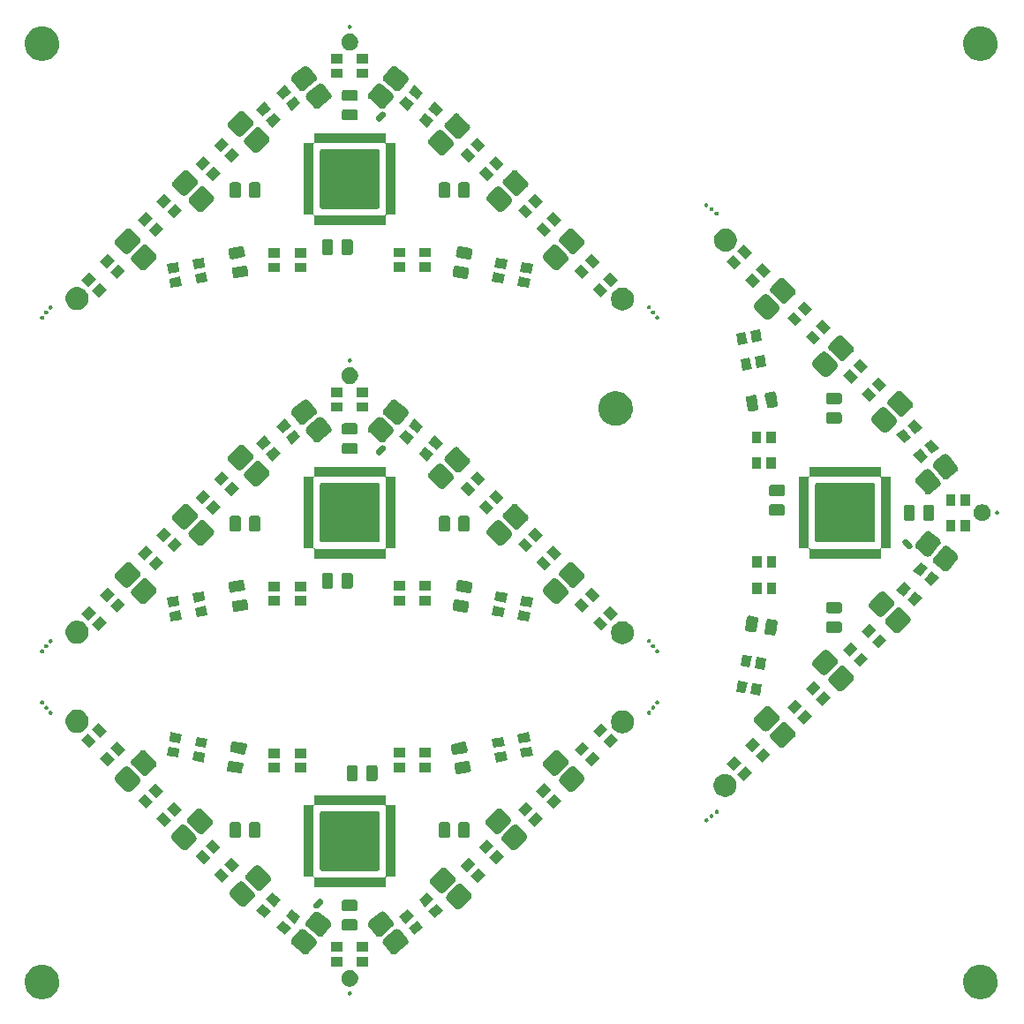
<source format=gts>
G04 #@! TF.GenerationSoftware,KiCad,Pcbnew,5.1.2*
G04 #@! TF.CreationDate,2019-06-04T19:46:48+02:00*
G04 #@! TF.ProjectId,ohren,6f687265-6e2e-46b6-9963-61645f706362,rev?*
G04 #@! TF.SameCoordinates,Original*
G04 #@! TF.FileFunction,Soldermask,Top*
G04 #@! TF.FilePolarity,Negative*
%FSLAX46Y46*%
G04 Gerber Fmt 4.6, Leading zero omitted, Abs format (unit mm)*
G04 Created by KiCad (PCBNEW 5.1.2) date 2019-06-04 19:46:48*
%MOMM*%
%LPD*%
G04 APERTURE LIST*
%ADD10C,0.100000*%
G04 APERTURE END LIST*
D10*
G36*
X195375256Y-193391298D02*
G01*
X195481579Y-193412447D01*
X195782042Y-193536903D01*
X196052451Y-193717585D01*
X196282415Y-193947549D01*
X196463097Y-194217958D01*
X196545277Y-194416357D01*
X196587553Y-194518422D01*
X196651000Y-194837389D01*
X196651000Y-195162611D01*
X196611769Y-195359837D01*
X196587553Y-195481579D01*
X196463097Y-195782042D01*
X196282415Y-196052451D01*
X196052451Y-196282415D01*
X195782042Y-196463097D01*
X195481579Y-196587553D01*
X195375256Y-196608702D01*
X195162611Y-196651000D01*
X194837389Y-196651000D01*
X194624744Y-196608702D01*
X194518421Y-196587553D01*
X194217958Y-196463097D01*
X193947549Y-196282415D01*
X193717585Y-196052451D01*
X193536903Y-195782042D01*
X193412447Y-195481579D01*
X193388231Y-195359837D01*
X193349000Y-195162611D01*
X193349000Y-194837389D01*
X193412447Y-194518422D01*
X193454724Y-194416357D01*
X193536903Y-194217958D01*
X193717585Y-193947549D01*
X193947549Y-193717585D01*
X194217958Y-193536903D01*
X194518421Y-193412447D01*
X194624744Y-193391298D01*
X194837389Y-193349000D01*
X195162611Y-193349000D01*
X195375256Y-193391298D01*
X195375256Y-193391298D01*
G37*
G36*
X105375256Y-193391298D02*
G01*
X105481579Y-193412447D01*
X105782042Y-193536903D01*
X106052451Y-193717585D01*
X106282415Y-193947549D01*
X106463097Y-194217958D01*
X106545277Y-194416357D01*
X106587553Y-194518422D01*
X106651000Y-194837389D01*
X106651000Y-195162611D01*
X106611769Y-195359837D01*
X106587553Y-195481579D01*
X106463097Y-195782042D01*
X106282415Y-196052451D01*
X106052451Y-196282415D01*
X105782042Y-196463097D01*
X105481579Y-196587553D01*
X105375256Y-196608702D01*
X105162611Y-196651000D01*
X104837389Y-196651000D01*
X104624744Y-196608702D01*
X104518421Y-196587553D01*
X104217958Y-196463097D01*
X103947549Y-196282415D01*
X103717585Y-196052451D01*
X103536903Y-195782042D01*
X103412447Y-195481579D01*
X103388231Y-195359837D01*
X103349000Y-195162611D01*
X103349000Y-194837389D01*
X103412447Y-194518422D01*
X103454724Y-194416357D01*
X103536903Y-194217958D01*
X103717585Y-193947549D01*
X103947549Y-193717585D01*
X104217958Y-193536903D01*
X104518421Y-193412447D01*
X104624744Y-193391298D01*
X104837389Y-193349000D01*
X105162611Y-193349000D01*
X105375256Y-193391298D01*
X105375256Y-193391298D01*
G37*
G36*
X134558626Y-195906723D02*
G01*
X134558627Y-195906723D01*
X134558630Y-195906724D01*
X134595209Y-195921876D01*
X134628130Y-195943873D01*
X134656127Y-195971870D01*
X134678124Y-196004791D01*
X134693276Y-196041370D01*
X134701000Y-196080203D01*
X134701000Y-196119797D01*
X134693276Y-196158630D01*
X134678124Y-196195209D01*
X134656127Y-196228130D01*
X134628130Y-196256127D01*
X134595209Y-196278124D01*
X134558630Y-196293276D01*
X134558627Y-196293277D01*
X134558626Y-196293277D01*
X134519798Y-196301000D01*
X134480202Y-196301000D01*
X134441374Y-196293277D01*
X134441373Y-196293277D01*
X134441370Y-196293276D01*
X134404791Y-196278124D01*
X134371870Y-196256127D01*
X134343873Y-196228130D01*
X134321876Y-196195209D01*
X134306724Y-196158630D01*
X134299000Y-196119797D01*
X134299000Y-196080203D01*
X134306724Y-196041370D01*
X134321876Y-196004791D01*
X134343873Y-195971870D01*
X134371870Y-195943873D01*
X134404791Y-195921876D01*
X134441370Y-195906724D01*
X134441373Y-195906723D01*
X134441374Y-195906723D01*
X134480202Y-195899000D01*
X134519798Y-195899000D01*
X134558626Y-195906723D01*
X134558626Y-195906723D01*
G37*
G36*
X134733642Y-193879781D02*
G01*
X134879414Y-193940162D01*
X134879416Y-193940163D01*
X135010608Y-194027822D01*
X135122178Y-194139392D01*
X135174675Y-194217960D01*
X135209838Y-194270586D01*
X135270219Y-194416358D01*
X135301000Y-194571107D01*
X135301000Y-194728893D01*
X135270219Y-194883642D01*
X135209838Y-195029414D01*
X135209837Y-195029416D01*
X135122178Y-195160608D01*
X135010608Y-195272178D01*
X134879416Y-195359837D01*
X134879415Y-195359838D01*
X134879414Y-195359838D01*
X134733642Y-195420219D01*
X134578893Y-195451000D01*
X134421107Y-195451000D01*
X134266358Y-195420219D01*
X134120586Y-195359838D01*
X134120585Y-195359838D01*
X134120584Y-195359837D01*
X133989392Y-195272178D01*
X133877822Y-195160608D01*
X133790163Y-195029416D01*
X133790162Y-195029414D01*
X133729781Y-194883642D01*
X133699000Y-194728893D01*
X133699000Y-194571107D01*
X133729781Y-194416358D01*
X133790162Y-194270586D01*
X133825325Y-194217960D01*
X133877822Y-194139392D01*
X133989392Y-194027822D01*
X134120584Y-193940163D01*
X134120586Y-193940162D01*
X134266358Y-193879781D01*
X134421107Y-193849000D01*
X134578893Y-193849000D01*
X134733642Y-193879781D01*
X134733642Y-193879781D01*
G37*
G36*
X136301000Y-193501000D02*
G01*
X135199000Y-193501000D01*
X135199000Y-192599000D01*
X136301000Y-192599000D01*
X136301000Y-193501000D01*
X136301000Y-193501000D01*
G37*
G36*
X133801000Y-193501000D02*
G01*
X132699000Y-193501000D01*
X132699000Y-192599000D01*
X133801000Y-192599000D01*
X133801000Y-193501000D01*
X133801000Y-193501000D01*
G37*
G36*
X139166561Y-189940689D02*
G01*
X139239311Y-189969897D01*
X139304967Y-190012738D01*
X139365403Y-190071870D01*
X140033088Y-190867585D01*
X140080829Y-190937376D01*
X140111616Y-191009467D01*
X140127748Y-191086186D01*
X140128603Y-191164576D01*
X140114149Y-191241622D01*
X140084941Y-191314372D01*
X140042100Y-191380028D01*
X139982968Y-191440464D01*
X138995742Y-192268846D01*
X138925951Y-192316587D01*
X138853860Y-192347374D01*
X138777141Y-192363506D01*
X138698751Y-192364361D01*
X138621705Y-192349907D01*
X138548955Y-192320699D01*
X138483299Y-192277858D01*
X138422863Y-192218726D01*
X137755178Y-191423011D01*
X137707437Y-191353220D01*
X137676650Y-191281129D01*
X137660518Y-191204410D01*
X137659663Y-191126020D01*
X137674117Y-191048974D01*
X137703325Y-190976224D01*
X137746166Y-190910568D01*
X137805298Y-190850132D01*
X138792524Y-190021750D01*
X138862315Y-189974009D01*
X138934406Y-189943222D01*
X139011125Y-189927090D01*
X139089515Y-189926235D01*
X139166561Y-189940689D01*
X139166561Y-189940689D01*
G37*
G36*
X129982011Y-189927090D02*
G01*
X130058730Y-189943222D01*
X130130821Y-189974009D01*
X130200612Y-190021750D01*
X131187838Y-190850132D01*
X131246970Y-190910568D01*
X131289811Y-190976224D01*
X131319019Y-191048974D01*
X131333473Y-191126020D01*
X131332618Y-191204410D01*
X131316486Y-191281129D01*
X131285699Y-191353220D01*
X131237958Y-191423011D01*
X130570273Y-192218726D01*
X130509837Y-192277858D01*
X130444181Y-192320699D01*
X130371431Y-192349907D01*
X130294385Y-192364361D01*
X130215995Y-192363506D01*
X130139276Y-192347374D01*
X130067185Y-192316587D01*
X129997394Y-192268846D01*
X129010168Y-191440464D01*
X128951036Y-191380028D01*
X128908195Y-191314372D01*
X128878987Y-191241622D01*
X128864533Y-191164576D01*
X128865388Y-191086186D01*
X128881520Y-191009467D01*
X128912307Y-190937376D01*
X128960048Y-190867585D01*
X129627733Y-190071870D01*
X129688169Y-190012738D01*
X129753825Y-189969897D01*
X129826575Y-189940689D01*
X129903621Y-189926235D01*
X129982011Y-189927090D01*
X129982011Y-189927090D01*
G37*
G36*
X133801000Y-192101000D02*
G01*
X132699000Y-192101000D01*
X132699000Y-191199000D01*
X133801000Y-191199000D01*
X133801000Y-192101000D01*
X133801000Y-192101000D01*
G37*
G36*
X136301000Y-192101000D02*
G01*
X135199000Y-192101000D01*
X135199000Y-191199000D01*
X136301000Y-191199000D01*
X136301000Y-192101000D01*
X136301000Y-192101000D01*
G37*
G36*
X137752428Y-188255391D02*
G01*
X137825178Y-188284599D01*
X137890834Y-188327440D01*
X137951270Y-188386572D01*
X138618955Y-189182287D01*
X138666696Y-189252078D01*
X138697483Y-189324169D01*
X138713615Y-189400888D01*
X138714470Y-189479278D01*
X138700016Y-189556324D01*
X138670808Y-189629074D01*
X138627967Y-189694730D01*
X138568835Y-189755166D01*
X137581609Y-190583548D01*
X137511818Y-190631289D01*
X137439727Y-190662076D01*
X137363008Y-190678208D01*
X137284618Y-190679063D01*
X137207572Y-190664609D01*
X137134822Y-190635401D01*
X137069166Y-190592560D01*
X137008730Y-190533428D01*
X136341045Y-189737713D01*
X136293304Y-189667922D01*
X136262517Y-189595831D01*
X136246385Y-189519112D01*
X136245530Y-189440722D01*
X136259984Y-189363676D01*
X136289192Y-189290926D01*
X136332033Y-189225270D01*
X136391165Y-189164834D01*
X137378391Y-188336452D01*
X137448182Y-188288711D01*
X137520273Y-188257924D01*
X137596992Y-188241792D01*
X137675382Y-188240937D01*
X137752428Y-188255391D01*
X137752428Y-188255391D01*
G37*
G36*
X131396144Y-188241792D02*
G01*
X131472863Y-188257924D01*
X131544954Y-188288711D01*
X131614745Y-188336452D01*
X132601971Y-189164834D01*
X132661103Y-189225270D01*
X132703944Y-189290926D01*
X132733152Y-189363676D01*
X132747606Y-189440722D01*
X132746751Y-189519112D01*
X132730619Y-189595831D01*
X132699832Y-189667922D01*
X132652091Y-189737713D01*
X131984406Y-190533428D01*
X131923970Y-190592560D01*
X131858314Y-190635401D01*
X131785564Y-190664609D01*
X131708518Y-190679063D01*
X131630128Y-190678208D01*
X131553409Y-190662076D01*
X131481318Y-190631289D01*
X131411527Y-190583548D01*
X130424301Y-189755166D01*
X130365169Y-189694730D01*
X130322328Y-189629074D01*
X130293120Y-189556324D01*
X130278666Y-189479278D01*
X130279521Y-189400888D01*
X130295653Y-189324169D01*
X130326440Y-189252078D01*
X130374181Y-189182287D01*
X131041866Y-188386572D01*
X131102302Y-188327440D01*
X131167958Y-188284599D01*
X131240708Y-188255391D01*
X131317754Y-188240937D01*
X131396144Y-188241792D01*
X131396144Y-188241792D01*
G37*
G36*
X128879592Y-189818406D02*
G01*
X128299797Y-190509378D01*
X127455616Y-189801026D01*
X128035411Y-189110054D01*
X128879592Y-189818406D01*
X128879592Y-189818406D01*
G37*
G36*
X141544384Y-189801026D02*
G01*
X140700203Y-190509378D01*
X140120408Y-189818406D01*
X140964589Y-189110054D01*
X141544384Y-189801026D01*
X141544384Y-189801026D01*
G37*
G36*
X135074468Y-189003565D02*
G01*
X135113138Y-189015296D01*
X135148777Y-189034346D01*
X135180017Y-189059983D01*
X135205654Y-189091223D01*
X135224704Y-189126862D01*
X135236435Y-189165532D01*
X135241000Y-189211888D01*
X135241000Y-189863112D01*
X135236435Y-189909468D01*
X135224704Y-189948138D01*
X135205654Y-189983777D01*
X135180017Y-190015017D01*
X135148777Y-190040654D01*
X135113138Y-190059704D01*
X135074468Y-190071435D01*
X135028112Y-190076000D01*
X133951888Y-190076000D01*
X133905532Y-190071435D01*
X133866862Y-190059704D01*
X133831223Y-190040654D01*
X133799983Y-190015017D01*
X133774346Y-189983777D01*
X133755296Y-189948138D01*
X133743565Y-189909468D01*
X133739000Y-189863112D01*
X133739000Y-189211888D01*
X133743565Y-189165532D01*
X133755296Y-189126862D01*
X133774346Y-189091223D01*
X133799983Y-189059983D01*
X133831223Y-189034346D01*
X133866862Y-189015296D01*
X133905532Y-189003565D01*
X133951888Y-188999000D01*
X135028112Y-188999000D01*
X135074468Y-189003565D01*
X135074468Y-189003565D01*
G37*
G36*
X140644481Y-188728563D02*
G01*
X139800300Y-189436915D01*
X139220505Y-188745943D01*
X140064686Y-188037591D01*
X140644481Y-188728563D01*
X140644481Y-188728563D01*
G37*
G36*
X129779495Y-188745943D02*
G01*
X129199700Y-189436915D01*
X128355519Y-188728563D01*
X128935314Y-188037591D01*
X129779495Y-188745943D01*
X129779495Y-188745943D01*
G37*
G36*
X126964481Y-188211437D02*
G01*
X126384686Y-188902409D01*
X125540505Y-188194057D01*
X126120300Y-187503085D01*
X126964481Y-188211437D01*
X126964481Y-188211437D01*
G37*
G36*
X143459495Y-188194057D02*
G01*
X142615314Y-188902409D01*
X142035519Y-188211437D01*
X142879700Y-187503085D01*
X143459495Y-188194057D01*
X143459495Y-188194057D01*
G37*
G36*
X135074468Y-187128565D02*
G01*
X135113138Y-187140296D01*
X135148777Y-187159346D01*
X135180017Y-187184983D01*
X135205654Y-187216223D01*
X135224704Y-187251862D01*
X135236435Y-187290532D01*
X135241000Y-187336888D01*
X135241000Y-187988112D01*
X135236435Y-188034468D01*
X135224704Y-188073138D01*
X135205654Y-188108777D01*
X135180017Y-188140017D01*
X135148777Y-188165654D01*
X135113138Y-188184704D01*
X135074468Y-188196435D01*
X135028112Y-188201000D01*
X133951888Y-188201000D01*
X133905532Y-188196435D01*
X133866862Y-188184704D01*
X133831223Y-188165654D01*
X133799983Y-188140017D01*
X133774346Y-188108777D01*
X133755296Y-188073138D01*
X133743565Y-188034468D01*
X133739000Y-187988112D01*
X133739000Y-187336888D01*
X133743565Y-187290532D01*
X133755296Y-187251862D01*
X133774346Y-187216223D01*
X133799983Y-187184983D01*
X133831223Y-187159346D01*
X133866862Y-187140296D01*
X133905532Y-187128565D01*
X133951888Y-187124000D01*
X135028112Y-187124000D01*
X135074468Y-187128565D01*
X135074468Y-187128565D01*
G37*
G36*
X145136542Y-185586370D02*
G01*
X145211562Y-185609127D01*
X145280699Y-185646082D01*
X145346063Y-185699725D01*
X146080555Y-186434217D01*
X146134198Y-186499581D01*
X146171153Y-186568718D01*
X146193910Y-186643738D01*
X146201593Y-186721752D01*
X146193910Y-186799766D01*
X146171153Y-186874786D01*
X146134198Y-186943923D01*
X146080555Y-187009287D01*
X145169287Y-187920555D01*
X145103923Y-187974198D01*
X145034786Y-188011153D01*
X144959766Y-188033910D01*
X144881752Y-188041593D01*
X144803738Y-188033910D01*
X144728718Y-188011153D01*
X144659581Y-187974198D01*
X144594217Y-187920555D01*
X143859725Y-187186063D01*
X143806082Y-187120699D01*
X143769127Y-187051562D01*
X143746370Y-186976542D01*
X143738687Y-186898528D01*
X143746370Y-186820514D01*
X143769127Y-186745494D01*
X143806082Y-186676357D01*
X143859725Y-186610993D01*
X144770993Y-185699725D01*
X144836357Y-185646082D01*
X144905494Y-185609127D01*
X144980514Y-185586370D01*
X145058528Y-185578687D01*
X145136542Y-185586370D01*
X145136542Y-185586370D01*
G37*
G36*
X131735783Y-187026579D02*
G01*
X131792521Y-187043790D01*
X131807061Y-187051562D01*
X131844811Y-187071740D01*
X131890646Y-187109354D01*
X131928260Y-187155189D01*
X131943354Y-187183427D01*
X131956210Y-187207479D01*
X131973421Y-187264217D01*
X131979233Y-187323223D01*
X131973421Y-187382229D01*
X131956210Y-187438968D01*
X131956208Y-187438971D01*
X131928260Y-187491258D01*
X131913911Y-187508743D01*
X131900068Y-187525610D01*
X131525609Y-187900068D01*
X131525603Y-187900073D01*
X131525602Y-187900074D01*
X131491257Y-187928260D01*
X131463019Y-187943354D01*
X131438967Y-187956210D01*
X131382228Y-187973421D01*
X131323223Y-187979233D01*
X131264218Y-187973421D01*
X131207479Y-187956210D01*
X131183427Y-187943354D01*
X131155189Y-187928260D01*
X131109354Y-187890646D01*
X131071740Y-187844811D01*
X131048639Y-187801593D01*
X131043790Y-187792521D01*
X131026579Y-187735782D01*
X131020767Y-187676777D01*
X131026579Y-187617772D01*
X131043790Y-187561033D01*
X131056646Y-187536981D01*
X131071740Y-187508743D01*
X131099926Y-187474398D01*
X131099927Y-187474397D01*
X131099932Y-187474391D01*
X131474390Y-187099932D01*
X131508741Y-187071741D01*
X131508740Y-187071741D01*
X131508742Y-187071740D01*
X131546492Y-187051562D01*
X131561032Y-187043790D01*
X131617771Y-187026579D01*
X131676777Y-187020767D01*
X131735783Y-187026579D01*
X131735783Y-187026579D01*
G37*
G36*
X142559592Y-187121594D02*
G01*
X141715411Y-187829946D01*
X141135616Y-187138974D01*
X141979797Y-186430622D01*
X142559592Y-187121594D01*
X142559592Y-187121594D01*
G37*
G36*
X127864384Y-187138974D02*
G01*
X127284589Y-187829946D01*
X126440408Y-187121594D01*
X127020203Y-186430622D01*
X127864384Y-187138974D01*
X127864384Y-187138974D01*
G37*
G36*
X124169486Y-185346370D02*
G01*
X124244506Y-185369127D01*
X124313643Y-185406082D01*
X124379007Y-185459725D01*
X125290275Y-186370993D01*
X125343918Y-186436357D01*
X125380873Y-186505494D01*
X125403630Y-186580514D01*
X125411313Y-186658528D01*
X125403630Y-186736542D01*
X125380873Y-186811562D01*
X125343918Y-186880699D01*
X125290275Y-186946063D01*
X124555783Y-187680555D01*
X124490419Y-187734198D01*
X124421282Y-187771153D01*
X124346262Y-187793910D01*
X124268248Y-187801593D01*
X124190234Y-187793910D01*
X124115214Y-187771153D01*
X124046077Y-187734198D01*
X123980713Y-187680555D01*
X123069445Y-186769287D01*
X123015802Y-186703923D01*
X122978847Y-186634786D01*
X122956090Y-186559766D01*
X122948407Y-186481752D01*
X122956090Y-186403738D01*
X122978847Y-186328718D01*
X123015802Y-186259581D01*
X123069445Y-186194217D01*
X123803937Y-185459725D01*
X123869301Y-185406082D01*
X123938438Y-185369127D01*
X124013458Y-185346370D01*
X124091472Y-185338687D01*
X124169486Y-185346370D01*
X124169486Y-185346370D01*
G37*
G36*
X143580907Y-184030735D02*
G01*
X143655927Y-184053492D01*
X143725064Y-184090447D01*
X143790428Y-184144090D01*
X144524920Y-184878582D01*
X144578563Y-184943946D01*
X144615518Y-185013083D01*
X144638275Y-185088103D01*
X144645958Y-185166117D01*
X144638275Y-185244131D01*
X144615518Y-185319151D01*
X144578563Y-185388288D01*
X144524920Y-185453652D01*
X143613652Y-186364920D01*
X143548288Y-186418563D01*
X143479151Y-186455518D01*
X143404131Y-186478275D01*
X143326117Y-186485958D01*
X143248103Y-186478275D01*
X143173083Y-186455518D01*
X143103946Y-186418563D01*
X143038582Y-186364920D01*
X142304090Y-185630428D01*
X142250447Y-185565064D01*
X142213492Y-185495927D01*
X142190735Y-185420907D01*
X142183052Y-185342893D01*
X142190735Y-185264879D01*
X142213492Y-185189859D01*
X142250447Y-185120722D01*
X142304090Y-185055358D01*
X143215358Y-184144090D01*
X143280722Y-184090447D01*
X143349859Y-184053492D01*
X143424879Y-184030735D01*
X143502893Y-184023052D01*
X143580907Y-184030735D01*
X143580907Y-184030735D01*
G37*
G36*
X125725121Y-183790735D02*
G01*
X125800141Y-183813492D01*
X125869278Y-183850447D01*
X125934642Y-183904090D01*
X126845910Y-184815358D01*
X126899553Y-184880722D01*
X126936508Y-184949859D01*
X126959265Y-185024879D01*
X126966948Y-185102893D01*
X126959265Y-185180907D01*
X126936508Y-185255927D01*
X126899553Y-185325064D01*
X126845910Y-185390428D01*
X126111418Y-186124920D01*
X126046054Y-186178563D01*
X125976917Y-186215518D01*
X125901897Y-186238275D01*
X125823883Y-186245958D01*
X125745869Y-186238275D01*
X125670849Y-186215518D01*
X125601712Y-186178563D01*
X125536348Y-186124920D01*
X124625080Y-185213652D01*
X124571437Y-185148288D01*
X124534482Y-185079151D01*
X124511725Y-185004131D01*
X124504042Y-184926117D01*
X124511725Y-184848103D01*
X124534482Y-184773083D01*
X124571437Y-184703946D01*
X124625080Y-184638582D01*
X125359572Y-183904090D01*
X125424936Y-183850447D01*
X125494073Y-183813492D01*
X125569093Y-183790735D01*
X125647107Y-183783052D01*
X125725121Y-183790735D01*
X125725121Y-183790735D01*
G37*
G36*
X131405355Y-177075083D02*
G01*
X131410029Y-177076501D01*
X131414330Y-177078800D01*
X131420702Y-177084029D01*
X131441076Y-177097643D01*
X131463715Y-177107020D01*
X131487749Y-177111800D01*
X131512253Y-177111800D01*
X131536286Y-177107019D01*
X131558925Y-177097642D01*
X131579298Y-177084029D01*
X131585670Y-177078800D01*
X131589971Y-177076501D01*
X131594645Y-177075083D01*
X131605641Y-177074000D01*
X131894359Y-177074000D01*
X131905355Y-177075083D01*
X131910029Y-177076501D01*
X131914330Y-177078800D01*
X131920702Y-177084029D01*
X131941076Y-177097643D01*
X131963715Y-177107020D01*
X131987749Y-177111800D01*
X132012253Y-177111800D01*
X132036286Y-177107019D01*
X132058925Y-177097642D01*
X132079298Y-177084029D01*
X132085670Y-177078800D01*
X132089971Y-177076501D01*
X132094645Y-177075083D01*
X132105641Y-177074000D01*
X132394359Y-177074000D01*
X132405355Y-177075083D01*
X132410029Y-177076501D01*
X132414330Y-177078800D01*
X132420702Y-177084029D01*
X132441076Y-177097643D01*
X132463715Y-177107020D01*
X132487749Y-177111800D01*
X132512253Y-177111800D01*
X132536286Y-177107019D01*
X132558925Y-177097642D01*
X132579298Y-177084029D01*
X132585670Y-177078800D01*
X132589971Y-177076501D01*
X132594645Y-177075083D01*
X132605641Y-177074000D01*
X132894359Y-177074000D01*
X132905355Y-177075083D01*
X132910029Y-177076501D01*
X132914330Y-177078800D01*
X132920702Y-177084029D01*
X132941076Y-177097643D01*
X132963715Y-177107020D01*
X132987749Y-177111800D01*
X133012253Y-177111800D01*
X133036286Y-177107019D01*
X133058925Y-177097642D01*
X133079298Y-177084029D01*
X133085670Y-177078800D01*
X133089971Y-177076501D01*
X133094645Y-177075083D01*
X133105641Y-177074000D01*
X133394359Y-177074000D01*
X133405355Y-177075083D01*
X133410029Y-177076501D01*
X133414330Y-177078800D01*
X133420702Y-177084029D01*
X133441076Y-177097643D01*
X133463715Y-177107020D01*
X133487749Y-177111800D01*
X133512253Y-177111800D01*
X133536286Y-177107019D01*
X133558925Y-177097642D01*
X133579298Y-177084029D01*
X133585670Y-177078800D01*
X133589971Y-177076501D01*
X133594645Y-177075083D01*
X133605641Y-177074000D01*
X133894359Y-177074000D01*
X133905355Y-177075083D01*
X133910029Y-177076501D01*
X133914330Y-177078800D01*
X133920702Y-177084029D01*
X133941076Y-177097643D01*
X133963715Y-177107020D01*
X133987749Y-177111800D01*
X134012253Y-177111800D01*
X134036286Y-177107019D01*
X134058925Y-177097642D01*
X134079298Y-177084029D01*
X134085670Y-177078800D01*
X134089971Y-177076501D01*
X134094645Y-177075083D01*
X134105641Y-177074000D01*
X134394359Y-177074000D01*
X134405355Y-177075083D01*
X134410029Y-177076501D01*
X134414330Y-177078800D01*
X134420702Y-177084029D01*
X134441076Y-177097643D01*
X134463715Y-177107020D01*
X134487749Y-177111800D01*
X134512253Y-177111800D01*
X134536286Y-177107019D01*
X134558925Y-177097642D01*
X134579298Y-177084029D01*
X134585670Y-177078800D01*
X134589971Y-177076501D01*
X134594645Y-177075083D01*
X134605641Y-177074000D01*
X134894359Y-177074000D01*
X134905355Y-177075083D01*
X134910029Y-177076501D01*
X134914330Y-177078800D01*
X134920702Y-177084029D01*
X134941076Y-177097643D01*
X134963715Y-177107020D01*
X134987749Y-177111800D01*
X135012253Y-177111800D01*
X135036286Y-177107019D01*
X135058925Y-177097642D01*
X135079298Y-177084029D01*
X135085670Y-177078800D01*
X135089971Y-177076501D01*
X135094645Y-177075083D01*
X135105641Y-177074000D01*
X135394359Y-177074000D01*
X135405355Y-177075083D01*
X135410029Y-177076501D01*
X135414330Y-177078800D01*
X135420702Y-177084029D01*
X135441076Y-177097643D01*
X135463715Y-177107020D01*
X135487749Y-177111800D01*
X135512253Y-177111800D01*
X135536286Y-177107019D01*
X135558925Y-177097642D01*
X135579298Y-177084029D01*
X135585670Y-177078800D01*
X135589971Y-177076501D01*
X135594645Y-177075083D01*
X135605641Y-177074000D01*
X135894359Y-177074000D01*
X135905355Y-177075083D01*
X135910029Y-177076501D01*
X135914330Y-177078800D01*
X135920702Y-177084029D01*
X135941076Y-177097643D01*
X135963715Y-177107020D01*
X135987749Y-177111800D01*
X136012253Y-177111800D01*
X136036286Y-177107019D01*
X136058925Y-177097642D01*
X136079298Y-177084029D01*
X136085670Y-177078800D01*
X136089971Y-177076501D01*
X136094645Y-177075083D01*
X136105641Y-177074000D01*
X136394359Y-177074000D01*
X136405355Y-177075083D01*
X136410029Y-177076501D01*
X136414330Y-177078800D01*
X136420702Y-177084029D01*
X136441076Y-177097643D01*
X136463715Y-177107020D01*
X136487749Y-177111800D01*
X136512253Y-177111800D01*
X136536286Y-177107019D01*
X136558925Y-177097642D01*
X136579298Y-177084029D01*
X136585670Y-177078800D01*
X136589971Y-177076501D01*
X136594645Y-177075083D01*
X136605641Y-177074000D01*
X136894359Y-177074000D01*
X136905355Y-177075083D01*
X136910029Y-177076501D01*
X136914330Y-177078800D01*
X136920702Y-177084029D01*
X136941076Y-177097643D01*
X136963715Y-177107020D01*
X136987749Y-177111800D01*
X137012253Y-177111800D01*
X137036286Y-177107019D01*
X137058925Y-177097642D01*
X137079298Y-177084029D01*
X137085670Y-177078800D01*
X137089971Y-177076501D01*
X137094645Y-177075083D01*
X137105641Y-177074000D01*
X137394359Y-177074000D01*
X137405355Y-177075083D01*
X137410029Y-177076501D01*
X137414330Y-177078800D01*
X137420702Y-177084029D01*
X137441076Y-177097643D01*
X137463715Y-177107020D01*
X137487749Y-177111800D01*
X137512253Y-177111800D01*
X137536286Y-177107019D01*
X137558925Y-177097642D01*
X137579298Y-177084029D01*
X137585670Y-177078800D01*
X137589971Y-177076501D01*
X137594645Y-177075083D01*
X137605641Y-177074000D01*
X137894359Y-177074000D01*
X137905355Y-177075083D01*
X137910029Y-177076501D01*
X137914331Y-177078800D01*
X137918104Y-177081896D01*
X137921200Y-177085669D01*
X137923499Y-177089971D01*
X137924917Y-177094645D01*
X137926000Y-177105641D01*
X137926000Y-177949001D01*
X137928402Y-177973387D01*
X137935515Y-177996836D01*
X137947066Y-178018447D01*
X137962611Y-178037389D01*
X137981553Y-178052934D01*
X138003164Y-178064485D01*
X138026613Y-178071598D01*
X138050999Y-178074000D01*
X138894359Y-178074000D01*
X138905355Y-178075083D01*
X138910029Y-178076501D01*
X138914331Y-178078800D01*
X138918104Y-178081896D01*
X138921200Y-178085669D01*
X138923499Y-178089971D01*
X138924917Y-178094645D01*
X138926000Y-178105641D01*
X138926000Y-178394359D01*
X138924917Y-178405355D01*
X138923499Y-178410029D01*
X138921200Y-178414330D01*
X138915971Y-178420702D01*
X138902357Y-178441076D01*
X138892980Y-178463715D01*
X138888200Y-178487749D01*
X138888200Y-178512253D01*
X138892981Y-178536286D01*
X138902358Y-178558925D01*
X138915971Y-178579298D01*
X138921200Y-178585670D01*
X138923499Y-178589971D01*
X138924917Y-178594645D01*
X138926000Y-178605641D01*
X138926000Y-178894359D01*
X138924917Y-178905355D01*
X138923499Y-178910029D01*
X138921200Y-178914330D01*
X138915971Y-178920702D01*
X138902357Y-178941076D01*
X138892980Y-178963715D01*
X138888200Y-178987749D01*
X138888200Y-179012253D01*
X138892981Y-179036286D01*
X138902358Y-179058925D01*
X138915971Y-179079298D01*
X138921200Y-179085670D01*
X138923499Y-179089971D01*
X138924917Y-179094645D01*
X138926000Y-179105641D01*
X138926000Y-179394359D01*
X138924917Y-179405355D01*
X138923499Y-179410029D01*
X138921200Y-179414330D01*
X138915971Y-179420702D01*
X138902357Y-179441076D01*
X138892980Y-179463715D01*
X138888200Y-179487749D01*
X138888200Y-179512253D01*
X138892981Y-179536286D01*
X138902358Y-179558925D01*
X138915971Y-179579298D01*
X138921200Y-179585670D01*
X138923499Y-179589971D01*
X138924917Y-179594645D01*
X138926000Y-179605641D01*
X138926000Y-179894359D01*
X138924917Y-179905355D01*
X138923499Y-179910029D01*
X138921200Y-179914330D01*
X138915971Y-179920702D01*
X138902357Y-179941076D01*
X138892980Y-179963715D01*
X138888200Y-179987749D01*
X138888200Y-180012253D01*
X138892981Y-180036286D01*
X138902358Y-180058925D01*
X138915971Y-180079298D01*
X138921200Y-180085670D01*
X138923499Y-180089971D01*
X138924917Y-180094645D01*
X138926000Y-180105641D01*
X138926000Y-180394359D01*
X138924917Y-180405355D01*
X138923499Y-180410029D01*
X138921200Y-180414330D01*
X138915971Y-180420702D01*
X138902357Y-180441076D01*
X138892980Y-180463715D01*
X138888200Y-180487749D01*
X138888200Y-180512253D01*
X138892981Y-180536286D01*
X138902358Y-180558925D01*
X138915971Y-180579298D01*
X138921200Y-180585670D01*
X138923499Y-180589971D01*
X138924917Y-180594645D01*
X138926000Y-180605641D01*
X138926000Y-180894359D01*
X138924917Y-180905355D01*
X138923499Y-180910029D01*
X138921200Y-180914330D01*
X138915971Y-180920702D01*
X138902357Y-180941076D01*
X138892980Y-180963715D01*
X138888200Y-180987749D01*
X138888200Y-181012253D01*
X138892981Y-181036286D01*
X138902358Y-181058925D01*
X138915971Y-181079298D01*
X138921200Y-181085670D01*
X138923499Y-181089971D01*
X138924917Y-181094645D01*
X138926000Y-181105641D01*
X138926000Y-181394359D01*
X138924917Y-181405355D01*
X138923499Y-181410029D01*
X138921200Y-181414330D01*
X138915971Y-181420702D01*
X138902357Y-181441076D01*
X138892980Y-181463715D01*
X138888200Y-181487749D01*
X138888200Y-181512253D01*
X138892981Y-181536286D01*
X138902358Y-181558925D01*
X138915971Y-181579298D01*
X138921200Y-181585670D01*
X138923499Y-181589971D01*
X138924917Y-181594645D01*
X138926000Y-181605641D01*
X138926000Y-181894359D01*
X138924917Y-181905355D01*
X138923499Y-181910029D01*
X138921200Y-181914330D01*
X138915971Y-181920702D01*
X138902357Y-181941076D01*
X138892980Y-181963715D01*
X138888200Y-181987749D01*
X138888200Y-182012253D01*
X138892981Y-182036286D01*
X138902358Y-182058925D01*
X138915971Y-182079298D01*
X138921200Y-182085670D01*
X138923499Y-182089971D01*
X138924917Y-182094645D01*
X138926000Y-182105641D01*
X138926000Y-182394359D01*
X138924917Y-182405355D01*
X138923499Y-182410029D01*
X138921200Y-182414330D01*
X138915971Y-182420702D01*
X138902357Y-182441076D01*
X138892980Y-182463715D01*
X138888200Y-182487749D01*
X138888200Y-182512253D01*
X138892981Y-182536286D01*
X138902358Y-182558925D01*
X138915971Y-182579298D01*
X138921200Y-182585670D01*
X138923499Y-182589971D01*
X138924917Y-182594645D01*
X138926000Y-182605641D01*
X138926000Y-182894359D01*
X138924917Y-182905355D01*
X138923499Y-182910029D01*
X138921200Y-182914330D01*
X138915971Y-182920702D01*
X138902357Y-182941076D01*
X138892980Y-182963715D01*
X138888200Y-182987749D01*
X138888200Y-183012253D01*
X138892981Y-183036286D01*
X138902358Y-183058925D01*
X138915971Y-183079298D01*
X138921200Y-183085670D01*
X138923499Y-183089971D01*
X138924917Y-183094645D01*
X138926000Y-183105641D01*
X138926000Y-183394359D01*
X138924917Y-183405355D01*
X138923499Y-183410029D01*
X138921200Y-183414330D01*
X138915971Y-183420702D01*
X138902357Y-183441076D01*
X138892980Y-183463715D01*
X138888200Y-183487749D01*
X138888200Y-183512253D01*
X138892981Y-183536286D01*
X138902358Y-183558925D01*
X138915971Y-183579298D01*
X138921200Y-183585670D01*
X138923499Y-183589971D01*
X138924917Y-183594645D01*
X138926000Y-183605641D01*
X138926000Y-183894359D01*
X138924917Y-183905355D01*
X138923499Y-183910029D01*
X138921200Y-183914330D01*
X138915971Y-183920702D01*
X138902357Y-183941076D01*
X138892980Y-183963715D01*
X138888200Y-183987749D01*
X138888200Y-184012253D01*
X138892981Y-184036286D01*
X138902358Y-184058925D01*
X138915971Y-184079298D01*
X138921200Y-184085670D01*
X138923499Y-184089971D01*
X138924917Y-184094645D01*
X138926000Y-184105641D01*
X138926000Y-184394359D01*
X138924917Y-184405355D01*
X138923499Y-184410029D01*
X138921200Y-184414330D01*
X138915971Y-184420702D01*
X138902357Y-184441076D01*
X138892980Y-184463715D01*
X138888200Y-184487749D01*
X138888200Y-184512253D01*
X138892981Y-184536286D01*
X138902358Y-184558925D01*
X138915971Y-184579298D01*
X138921200Y-184585670D01*
X138923499Y-184589971D01*
X138924917Y-184594645D01*
X138926000Y-184605641D01*
X138926000Y-184894359D01*
X138924917Y-184905355D01*
X138923499Y-184910029D01*
X138921200Y-184914331D01*
X138918104Y-184918104D01*
X138914331Y-184921200D01*
X138910029Y-184923499D01*
X138905355Y-184924917D01*
X138894359Y-184926000D01*
X138050999Y-184926000D01*
X138026613Y-184928402D01*
X138003164Y-184935515D01*
X137981553Y-184947066D01*
X137962611Y-184962611D01*
X137947066Y-184981553D01*
X137935515Y-185003164D01*
X137928402Y-185026613D01*
X137926000Y-185050999D01*
X137926000Y-185894359D01*
X137924917Y-185905355D01*
X137923499Y-185910029D01*
X137921200Y-185914331D01*
X137918104Y-185918104D01*
X137914331Y-185921200D01*
X137910029Y-185923499D01*
X137905355Y-185924917D01*
X137894359Y-185926000D01*
X137605641Y-185926000D01*
X137594645Y-185924917D01*
X137589971Y-185923499D01*
X137585670Y-185921200D01*
X137579298Y-185915971D01*
X137558924Y-185902357D01*
X137536285Y-185892980D01*
X137512251Y-185888200D01*
X137487747Y-185888200D01*
X137463714Y-185892981D01*
X137441075Y-185902358D01*
X137420702Y-185915971D01*
X137414330Y-185921200D01*
X137410029Y-185923499D01*
X137405355Y-185924917D01*
X137394359Y-185926000D01*
X137105641Y-185926000D01*
X137094645Y-185924917D01*
X137089971Y-185923499D01*
X137085670Y-185921200D01*
X137079298Y-185915971D01*
X137058924Y-185902357D01*
X137036285Y-185892980D01*
X137012251Y-185888200D01*
X136987747Y-185888200D01*
X136963714Y-185892981D01*
X136941075Y-185902358D01*
X136920702Y-185915971D01*
X136914330Y-185921200D01*
X136910029Y-185923499D01*
X136905355Y-185924917D01*
X136894359Y-185926000D01*
X136605641Y-185926000D01*
X136594645Y-185924917D01*
X136589971Y-185923499D01*
X136585670Y-185921200D01*
X136579298Y-185915971D01*
X136558924Y-185902357D01*
X136536285Y-185892980D01*
X136512251Y-185888200D01*
X136487747Y-185888200D01*
X136463714Y-185892981D01*
X136441075Y-185902358D01*
X136420702Y-185915971D01*
X136414330Y-185921200D01*
X136410029Y-185923499D01*
X136405355Y-185924917D01*
X136394359Y-185926000D01*
X136105641Y-185926000D01*
X136094645Y-185924917D01*
X136089971Y-185923499D01*
X136085670Y-185921200D01*
X136079298Y-185915971D01*
X136058924Y-185902357D01*
X136036285Y-185892980D01*
X136012251Y-185888200D01*
X135987747Y-185888200D01*
X135963714Y-185892981D01*
X135941075Y-185902358D01*
X135920702Y-185915971D01*
X135914330Y-185921200D01*
X135910029Y-185923499D01*
X135905355Y-185924917D01*
X135894359Y-185926000D01*
X135605641Y-185926000D01*
X135594645Y-185924917D01*
X135589971Y-185923499D01*
X135585670Y-185921200D01*
X135579298Y-185915971D01*
X135558924Y-185902357D01*
X135536285Y-185892980D01*
X135512251Y-185888200D01*
X135487747Y-185888200D01*
X135463714Y-185892981D01*
X135441075Y-185902358D01*
X135420702Y-185915971D01*
X135414330Y-185921200D01*
X135410029Y-185923499D01*
X135405355Y-185924917D01*
X135394359Y-185926000D01*
X135105641Y-185926000D01*
X135094645Y-185924917D01*
X135089971Y-185923499D01*
X135085670Y-185921200D01*
X135079298Y-185915971D01*
X135058924Y-185902357D01*
X135036285Y-185892980D01*
X135012251Y-185888200D01*
X134987747Y-185888200D01*
X134963714Y-185892981D01*
X134941075Y-185902358D01*
X134920702Y-185915971D01*
X134914330Y-185921200D01*
X134910029Y-185923499D01*
X134905355Y-185924917D01*
X134894359Y-185926000D01*
X134605641Y-185926000D01*
X134594645Y-185924917D01*
X134589971Y-185923499D01*
X134585670Y-185921200D01*
X134579298Y-185915971D01*
X134558924Y-185902357D01*
X134536285Y-185892980D01*
X134512251Y-185888200D01*
X134487747Y-185888200D01*
X134463714Y-185892981D01*
X134441075Y-185902358D01*
X134420702Y-185915971D01*
X134414330Y-185921200D01*
X134410029Y-185923499D01*
X134405355Y-185924917D01*
X134394359Y-185926000D01*
X134105641Y-185926000D01*
X134094645Y-185924917D01*
X134089971Y-185923499D01*
X134085670Y-185921200D01*
X134079298Y-185915971D01*
X134058924Y-185902357D01*
X134036285Y-185892980D01*
X134012251Y-185888200D01*
X133987747Y-185888200D01*
X133963714Y-185892981D01*
X133941075Y-185902358D01*
X133920702Y-185915971D01*
X133914330Y-185921200D01*
X133910029Y-185923499D01*
X133905355Y-185924917D01*
X133894359Y-185926000D01*
X133605641Y-185926000D01*
X133594645Y-185924917D01*
X133589971Y-185923499D01*
X133585670Y-185921200D01*
X133579298Y-185915971D01*
X133558924Y-185902357D01*
X133536285Y-185892980D01*
X133512251Y-185888200D01*
X133487747Y-185888200D01*
X133463714Y-185892981D01*
X133441075Y-185902358D01*
X133420702Y-185915971D01*
X133414330Y-185921200D01*
X133410029Y-185923499D01*
X133405355Y-185924917D01*
X133394359Y-185926000D01*
X133105641Y-185926000D01*
X133094645Y-185924917D01*
X133089971Y-185923499D01*
X133085670Y-185921200D01*
X133079298Y-185915971D01*
X133058924Y-185902357D01*
X133036285Y-185892980D01*
X133012251Y-185888200D01*
X132987747Y-185888200D01*
X132963714Y-185892981D01*
X132941075Y-185902358D01*
X132920702Y-185915971D01*
X132914330Y-185921200D01*
X132910029Y-185923499D01*
X132905355Y-185924917D01*
X132894359Y-185926000D01*
X132605641Y-185926000D01*
X132594645Y-185924917D01*
X132589971Y-185923499D01*
X132585670Y-185921200D01*
X132579298Y-185915971D01*
X132558924Y-185902357D01*
X132536285Y-185892980D01*
X132512251Y-185888200D01*
X132487747Y-185888200D01*
X132463714Y-185892981D01*
X132441075Y-185902358D01*
X132420702Y-185915971D01*
X132414330Y-185921200D01*
X132410029Y-185923499D01*
X132405355Y-185924917D01*
X132394359Y-185926000D01*
X132105641Y-185926000D01*
X132094645Y-185924917D01*
X132089971Y-185923499D01*
X132085670Y-185921200D01*
X132079298Y-185915971D01*
X132058924Y-185902357D01*
X132036285Y-185892980D01*
X132012251Y-185888200D01*
X131987747Y-185888200D01*
X131963714Y-185892981D01*
X131941075Y-185902358D01*
X131920702Y-185915971D01*
X131914330Y-185921200D01*
X131910029Y-185923499D01*
X131905355Y-185924917D01*
X131894359Y-185926000D01*
X131605641Y-185926000D01*
X131594645Y-185924917D01*
X131589971Y-185923499D01*
X131585670Y-185921200D01*
X131579298Y-185915971D01*
X131558924Y-185902357D01*
X131536285Y-185892980D01*
X131512251Y-185888200D01*
X131487747Y-185888200D01*
X131463714Y-185892981D01*
X131441075Y-185902358D01*
X131420702Y-185915971D01*
X131414330Y-185921200D01*
X131410029Y-185923499D01*
X131405355Y-185924917D01*
X131394359Y-185926000D01*
X131105641Y-185926000D01*
X131094645Y-185924917D01*
X131089971Y-185923499D01*
X131085669Y-185921200D01*
X131081896Y-185918104D01*
X131078800Y-185914331D01*
X131076501Y-185910029D01*
X131075083Y-185905355D01*
X131074000Y-185894359D01*
X131074000Y-185050999D01*
X131071598Y-185026613D01*
X131064485Y-185003164D01*
X131052934Y-184981553D01*
X131037389Y-184962611D01*
X131018447Y-184947066D01*
X130996836Y-184935515D01*
X130973387Y-184928402D01*
X130949001Y-184926000D01*
X130105641Y-184926000D01*
X130094645Y-184924917D01*
X130089971Y-184923499D01*
X130085669Y-184921200D01*
X130081896Y-184918104D01*
X130078800Y-184914331D01*
X130076501Y-184910029D01*
X130075083Y-184905355D01*
X130074000Y-184894359D01*
X130074000Y-184605641D01*
X130075083Y-184594645D01*
X130076501Y-184589971D01*
X130078800Y-184585670D01*
X130084029Y-184579298D01*
X130097643Y-184558924D01*
X130107020Y-184536285D01*
X130111800Y-184512251D01*
X130111800Y-184487747D01*
X130107019Y-184463714D01*
X130097642Y-184441075D01*
X130084029Y-184420702D01*
X130078800Y-184414330D01*
X130076501Y-184410029D01*
X130075083Y-184405355D01*
X130074000Y-184394359D01*
X130074000Y-184105641D01*
X130075083Y-184094645D01*
X130076501Y-184089971D01*
X130078800Y-184085670D01*
X130084029Y-184079298D01*
X130097643Y-184058924D01*
X130107020Y-184036285D01*
X130111800Y-184012251D01*
X130111800Y-183987747D01*
X130107019Y-183963714D01*
X130097642Y-183941075D01*
X130084029Y-183920702D01*
X130078800Y-183914330D01*
X130076501Y-183910029D01*
X130075083Y-183905355D01*
X130074000Y-183894359D01*
X130074000Y-183605641D01*
X130075083Y-183594645D01*
X130076501Y-183589971D01*
X130078800Y-183585670D01*
X130084029Y-183579298D01*
X130097643Y-183558924D01*
X130107020Y-183536285D01*
X130111800Y-183512251D01*
X130111800Y-183487747D01*
X130107019Y-183463714D01*
X130097642Y-183441075D01*
X130084029Y-183420702D01*
X130078800Y-183414330D01*
X130076501Y-183410029D01*
X130075083Y-183405355D01*
X130074000Y-183394359D01*
X130074000Y-183105641D01*
X130075083Y-183094645D01*
X130076501Y-183089971D01*
X130078800Y-183085670D01*
X130084029Y-183079298D01*
X130097643Y-183058924D01*
X130107020Y-183036285D01*
X130111800Y-183012251D01*
X130111800Y-182987747D01*
X130107019Y-182963714D01*
X130097642Y-182941075D01*
X130084029Y-182920702D01*
X130078800Y-182914330D01*
X130076501Y-182910029D01*
X130075083Y-182905355D01*
X130074000Y-182894359D01*
X130074000Y-182605641D01*
X130075083Y-182594645D01*
X130076501Y-182589971D01*
X130078800Y-182585670D01*
X130084029Y-182579298D01*
X130097643Y-182558924D01*
X130107020Y-182536285D01*
X130111800Y-182512251D01*
X130111800Y-182487747D01*
X130107019Y-182463714D01*
X130097642Y-182441075D01*
X130084029Y-182420702D01*
X130078800Y-182414330D01*
X130076501Y-182410029D01*
X130075083Y-182405355D01*
X130074000Y-182394359D01*
X130074000Y-182105641D01*
X130075083Y-182094645D01*
X130076501Y-182089971D01*
X130078800Y-182085670D01*
X130084029Y-182079298D01*
X130097643Y-182058924D01*
X130107020Y-182036285D01*
X130111800Y-182012251D01*
X130111800Y-181987747D01*
X130107019Y-181963714D01*
X130097642Y-181941075D01*
X130084029Y-181920702D01*
X130078800Y-181914330D01*
X130076501Y-181910029D01*
X130075083Y-181905355D01*
X130074000Y-181894359D01*
X130074000Y-181605641D01*
X130075083Y-181594645D01*
X130076501Y-181589971D01*
X130078800Y-181585670D01*
X130084029Y-181579298D01*
X130097643Y-181558924D01*
X130107020Y-181536285D01*
X130111800Y-181512251D01*
X130111800Y-181487747D01*
X130107019Y-181463714D01*
X130097642Y-181441075D01*
X130084029Y-181420702D01*
X130078800Y-181414330D01*
X130076501Y-181410029D01*
X130075083Y-181405355D01*
X130074000Y-181394359D01*
X130074000Y-181105641D01*
X130075083Y-181094645D01*
X130076501Y-181089971D01*
X130078800Y-181085670D01*
X130084029Y-181079298D01*
X130097643Y-181058924D01*
X130107020Y-181036285D01*
X130111800Y-181012251D01*
X130111800Y-180987747D01*
X130107019Y-180963714D01*
X130097642Y-180941075D01*
X130084029Y-180920702D01*
X130078800Y-180914330D01*
X130076501Y-180910029D01*
X130075083Y-180905355D01*
X130074000Y-180894359D01*
X130074000Y-180605641D01*
X130075083Y-180594645D01*
X130076501Y-180589971D01*
X130078800Y-180585670D01*
X130084029Y-180579298D01*
X130097643Y-180558924D01*
X130107020Y-180536285D01*
X130111800Y-180512251D01*
X130111800Y-180487747D01*
X130107019Y-180463714D01*
X130097642Y-180441075D01*
X130084029Y-180420702D01*
X130078800Y-180414330D01*
X130076501Y-180410029D01*
X130075083Y-180405355D01*
X130074000Y-180394359D01*
X130074000Y-180105641D01*
X130075083Y-180094645D01*
X130076501Y-180089971D01*
X130078800Y-180085670D01*
X130084029Y-180079298D01*
X130097643Y-180058924D01*
X130107020Y-180036285D01*
X130111800Y-180012251D01*
X130111800Y-179987747D01*
X130107019Y-179963714D01*
X130097642Y-179941075D01*
X130084029Y-179920702D01*
X130078800Y-179914330D01*
X130076501Y-179910029D01*
X130075083Y-179905355D01*
X130074000Y-179894359D01*
X130074000Y-179605641D01*
X130075083Y-179594645D01*
X130076501Y-179589971D01*
X130078800Y-179585670D01*
X130084029Y-179579298D01*
X130097643Y-179558924D01*
X130107020Y-179536285D01*
X130111800Y-179512251D01*
X130111800Y-179487747D01*
X130107019Y-179463714D01*
X130097642Y-179441075D01*
X130084029Y-179420702D01*
X130078800Y-179414330D01*
X130076501Y-179410029D01*
X130075083Y-179405355D01*
X130074000Y-179394359D01*
X130074000Y-179105641D01*
X130075083Y-179094645D01*
X130076501Y-179089971D01*
X130078800Y-179085670D01*
X130084029Y-179079298D01*
X130097643Y-179058924D01*
X130107020Y-179036285D01*
X130111800Y-179012251D01*
X130111800Y-178987747D01*
X130107019Y-178963714D01*
X130097642Y-178941075D01*
X130084029Y-178920702D01*
X130078800Y-178914330D01*
X130076501Y-178910029D01*
X130075083Y-178905355D01*
X130074000Y-178894359D01*
X130074000Y-178605641D01*
X130075083Y-178594645D01*
X130076501Y-178589971D01*
X130078800Y-178585670D01*
X130084029Y-178579298D01*
X130097643Y-178558924D01*
X130107020Y-178536285D01*
X130111800Y-178512251D01*
X130111800Y-178487749D01*
X131013200Y-178487749D01*
X131013200Y-178512253D01*
X131017981Y-178536286D01*
X131027358Y-178558925D01*
X131040971Y-178579298D01*
X131046200Y-178585670D01*
X131048499Y-178589971D01*
X131049917Y-178594645D01*
X131051000Y-178605641D01*
X131051000Y-178894359D01*
X131049917Y-178905355D01*
X131048499Y-178910029D01*
X131046200Y-178914330D01*
X131040971Y-178920702D01*
X131027357Y-178941076D01*
X131017980Y-178963715D01*
X131013200Y-178987749D01*
X131013200Y-179012253D01*
X131017981Y-179036286D01*
X131027358Y-179058925D01*
X131040971Y-179079298D01*
X131046200Y-179085670D01*
X131048499Y-179089971D01*
X131049917Y-179094645D01*
X131051000Y-179105641D01*
X131051000Y-179394359D01*
X131049917Y-179405355D01*
X131048499Y-179410029D01*
X131046200Y-179414330D01*
X131040971Y-179420702D01*
X131027357Y-179441076D01*
X131017980Y-179463715D01*
X131013200Y-179487749D01*
X131013200Y-179512253D01*
X131017981Y-179536286D01*
X131027358Y-179558925D01*
X131040971Y-179579298D01*
X131046200Y-179585670D01*
X131048499Y-179589971D01*
X131049917Y-179594645D01*
X131051000Y-179605641D01*
X131051000Y-179894359D01*
X131049917Y-179905355D01*
X131048499Y-179910029D01*
X131046200Y-179914330D01*
X131040971Y-179920702D01*
X131027357Y-179941076D01*
X131017980Y-179963715D01*
X131013200Y-179987749D01*
X131013200Y-180012253D01*
X131017981Y-180036286D01*
X131027358Y-180058925D01*
X131040971Y-180079298D01*
X131046200Y-180085670D01*
X131048499Y-180089971D01*
X131049917Y-180094645D01*
X131051000Y-180105641D01*
X131051000Y-180394359D01*
X131049917Y-180405355D01*
X131048499Y-180410029D01*
X131046200Y-180414330D01*
X131040971Y-180420702D01*
X131027357Y-180441076D01*
X131017980Y-180463715D01*
X131013200Y-180487749D01*
X131013200Y-180512253D01*
X131017981Y-180536286D01*
X131027358Y-180558925D01*
X131040971Y-180579298D01*
X131046200Y-180585670D01*
X131048499Y-180589971D01*
X131049917Y-180594645D01*
X131051000Y-180605641D01*
X131051000Y-180894359D01*
X131049917Y-180905355D01*
X131048499Y-180910029D01*
X131046200Y-180914330D01*
X131040971Y-180920702D01*
X131027357Y-180941076D01*
X131017980Y-180963715D01*
X131013200Y-180987749D01*
X131013200Y-181012253D01*
X131017981Y-181036286D01*
X131027358Y-181058925D01*
X131040971Y-181079298D01*
X131046200Y-181085670D01*
X131048499Y-181089971D01*
X131049917Y-181094645D01*
X131051000Y-181105641D01*
X131051000Y-181394359D01*
X131049917Y-181405355D01*
X131048499Y-181410029D01*
X131046200Y-181414330D01*
X131040971Y-181420702D01*
X131027357Y-181441076D01*
X131017980Y-181463715D01*
X131013200Y-181487749D01*
X131013200Y-181512253D01*
X131017981Y-181536286D01*
X131027358Y-181558925D01*
X131040971Y-181579298D01*
X131046200Y-181585670D01*
X131048499Y-181589971D01*
X131049917Y-181594645D01*
X131051000Y-181605641D01*
X131051000Y-181894359D01*
X131049917Y-181905355D01*
X131048499Y-181910029D01*
X131046200Y-181914330D01*
X131040971Y-181920702D01*
X131027357Y-181941076D01*
X131017980Y-181963715D01*
X131013200Y-181987749D01*
X131013200Y-182012253D01*
X131017981Y-182036286D01*
X131027358Y-182058925D01*
X131040971Y-182079298D01*
X131046200Y-182085670D01*
X131048499Y-182089971D01*
X131049917Y-182094645D01*
X131051000Y-182105641D01*
X131051000Y-182394359D01*
X131049917Y-182405355D01*
X131048499Y-182410029D01*
X131046200Y-182414330D01*
X131040971Y-182420702D01*
X131027357Y-182441076D01*
X131017980Y-182463715D01*
X131013200Y-182487749D01*
X131013200Y-182512253D01*
X131017981Y-182536286D01*
X131027358Y-182558925D01*
X131040971Y-182579298D01*
X131046200Y-182585670D01*
X131048499Y-182589971D01*
X131049917Y-182594645D01*
X131051000Y-182605641D01*
X131051000Y-182894359D01*
X131049917Y-182905355D01*
X131048499Y-182910029D01*
X131046200Y-182914330D01*
X131040971Y-182920702D01*
X131027357Y-182941076D01*
X131017980Y-182963715D01*
X131013200Y-182987749D01*
X131013200Y-183012253D01*
X131017981Y-183036286D01*
X131027358Y-183058925D01*
X131040971Y-183079298D01*
X131046200Y-183085670D01*
X131048499Y-183089971D01*
X131049917Y-183094645D01*
X131051000Y-183105641D01*
X131051000Y-183394359D01*
X131049917Y-183405355D01*
X131048499Y-183410029D01*
X131046200Y-183414330D01*
X131040971Y-183420702D01*
X131027357Y-183441076D01*
X131017980Y-183463715D01*
X131013200Y-183487749D01*
X131013200Y-183512253D01*
X131017981Y-183536286D01*
X131027358Y-183558925D01*
X131040971Y-183579298D01*
X131046200Y-183585670D01*
X131048499Y-183589971D01*
X131049917Y-183594645D01*
X131051000Y-183605641D01*
X131051000Y-183894359D01*
X131049917Y-183905355D01*
X131048499Y-183910029D01*
X131046200Y-183914330D01*
X131040971Y-183920702D01*
X131027357Y-183941076D01*
X131017980Y-183963715D01*
X131013200Y-183987749D01*
X131013200Y-184012253D01*
X131017981Y-184036286D01*
X131027358Y-184058925D01*
X131040971Y-184079298D01*
X131046200Y-184085670D01*
X131048499Y-184089971D01*
X131049917Y-184094645D01*
X131051000Y-184105641D01*
X131051000Y-184394359D01*
X131049917Y-184405355D01*
X131048499Y-184410029D01*
X131046200Y-184414330D01*
X131040971Y-184420702D01*
X131027357Y-184441076D01*
X131017980Y-184463715D01*
X131013200Y-184487749D01*
X131013200Y-184512253D01*
X131017981Y-184536286D01*
X131027358Y-184558925D01*
X131040971Y-184579298D01*
X131046200Y-184585670D01*
X131048499Y-184589971D01*
X131049917Y-184594645D01*
X131051000Y-184605641D01*
X131051000Y-184824001D01*
X131053402Y-184848387D01*
X131060515Y-184871836D01*
X131072066Y-184893447D01*
X131087611Y-184912389D01*
X131106553Y-184927934D01*
X131128164Y-184939485D01*
X131151613Y-184946598D01*
X131175999Y-184949000D01*
X131394359Y-184949000D01*
X131405355Y-184950083D01*
X131410029Y-184951501D01*
X131414330Y-184953800D01*
X131420702Y-184959029D01*
X131441076Y-184972643D01*
X131463715Y-184982020D01*
X131487749Y-184986800D01*
X131512253Y-184986800D01*
X131536286Y-184982019D01*
X131558925Y-184972642D01*
X131579298Y-184959029D01*
X131585670Y-184953800D01*
X131589971Y-184951501D01*
X131594645Y-184950083D01*
X131605641Y-184949000D01*
X131894359Y-184949000D01*
X131905355Y-184950083D01*
X131910029Y-184951501D01*
X131914330Y-184953800D01*
X131920702Y-184959029D01*
X131941076Y-184972643D01*
X131963715Y-184982020D01*
X131987749Y-184986800D01*
X132012253Y-184986800D01*
X132036286Y-184982019D01*
X132058925Y-184972642D01*
X132079298Y-184959029D01*
X132085670Y-184953800D01*
X132089971Y-184951501D01*
X132094645Y-184950083D01*
X132105641Y-184949000D01*
X132394359Y-184949000D01*
X132405355Y-184950083D01*
X132410029Y-184951501D01*
X132414330Y-184953800D01*
X132420702Y-184959029D01*
X132441076Y-184972643D01*
X132463715Y-184982020D01*
X132487749Y-184986800D01*
X132512253Y-184986800D01*
X132536286Y-184982019D01*
X132558925Y-184972642D01*
X132579298Y-184959029D01*
X132585670Y-184953800D01*
X132589971Y-184951501D01*
X132594645Y-184950083D01*
X132605641Y-184949000D01*
X132894359Y-184949000D01*
X132905355Y-184950083D01*
X132910029Y-184951501D01*
X132914330Y-184953800D01*
X132920702Y-184959029D01*
X132941076Y-184972643D01*
X132963715Y-184982020D01*
X132987749Y-184986800D01*
X133012253Y-184986800D01*
X133036286Y-184982019D01*
X133058925Y-184972642D01*
X133079298Y-184959029D01*
X133085670Y-184953800D01*
X133089971Y-184951501D01*
X133094645Y-184950083D01*
X133105641Y-184949000D01*
X133394359Y-184949000D01*
X133405355Y-184950083D01*
X133410029Y-184951501D01*
X133414330Y-184953800D01*
X133420702Y-184959029D01*
X133441076Y-184972643D01*
X133463715Y-184982020D01*
X133487749Y-184986800D01*
X133512253Y-184986800D01*
X133536286Y-184982019D01*
X133558925Y-184972642D01*
X133579298Y-184959029D01*
X133585670Y-184953800D01*
X133589971Y-184951501D01*
X133594645Y-184950083D01*
X133605641Y-184949000D01*
X133894359Y-184949000D01*
X133905355Y-184950083D01*
X133910029Y-184951501D01*
X133914330Y-184953800D01*
X133920702Y-184959029D01*
X133941076Y-184972643D01*
X133963715Y-184982020D01*
X133987749Y-184986800D01*
X134012253Y-184986800D01*
X134036286Y-184982019D01*
X134058925Y-184972642D01*
X134079298Y-184959029D01*
X134085670Y-184953800D01*
X134089971Y-184951501D01*
X134094645Y-184950083D01*
X134105641Y-184949000D01*
X134394359Y-184949000D01*
X134405355Y-184950083D01*
X134410029Y-184951501D01*
X134414330Y-184953800D01*
X134420702Y-184959029D01*
X134441076Y-184972643D01*
X134463715Y-184982020D01*
X134487749Y-184986800D01*
X134512253Y-184986800D01*
X134536286Y-184982019D01*
X134558925Y-184972642D01*
X134579298Y-184959029D01*
X134585670Y-184953800D01*
X134589971Y-184951501D01*
X134594645Y-184950083D01*
X134605641Y-184949000D01*
X134894359Y-184949000D01*
X134905355Y-184950083D01*
X134910029Y-184951501D01*
X134914330Y-184953800D01*
X134920702Y-184959029D01*
X134941076Y-184972643D01*
X134963715Y-184982020D01*
X134987749Y-184986800D01*
X135012253Y-184986800D01*
X135036286Y-184982019D01*
X135058925Y-184972642D01*
X135079298Y-184959029D01*
X135085670Y-184953800D01*
X135089971Y-184951501D01*
X135094645Y-184950083D01*
X135105641Y-184949000D01*
X135394359Y-184949000D01*
X135405355Y-184950083D01*
X135410029Y-184951501D01*
X135414330Y-184953800D01*
X135420702Y-184959029D01*
X135441076Y-184972643D01*
X135463715Y-184982020D01*
X135487749Y-184986800D01*
X135512253Y-184986800D01*
X135536286Y-184982019D01*
X135558925Y-184972642D01*
X135579298Y-184959029D01*
X135585670Y-184953800D01*
X135589971Y-184951501D01*
X135594645Y-184950083D01*
X135605641Y-184949000D01*
X135894359Y-184949000D01*
X135905355Y-184950083D01*
X135910029Y-184951501D01*
X135914330Y-184953800D01*
X135920702Y-184959029D01*
X135941076Y-184972643D01*
X135963715Y-184982020D01*
X135987749Y-184986800D01*
X136012253Y-184986800D01*
X136036286Y-184982019D01*
X136058925Y-184972642D01*
X136079298Y-184959029D01*
X136085670Y-184953800D01*
X136089971Y-184951501D01*
X136094645Y-184950083D01*
X136105641Y-184949000D01*
X136394359Y-184949000D01*
X136405355Y-184950083D01*
X136410029Y-184951501D01*
X136414330Y-184953800D01*
X136420702Y-184959029D01*
X136441076Y-184972643D01*
X136463715Y-184982020D01*
X136487749Y-184986800D01*
X136512253Y-184986800D01*
X136536286Y-184982019D01*
X136558925Y-184972642D01*
X136579298Y-184959029D01*
X136585670Y-184953800D01*
X136589971Y-184951501D01*
X136594645Y-184950083D01*
X136605641Y-184949000D01*
X136894359Y-184949000D01*
X136905355Y-184950083D01*
X136910029Y-184951501D01*
X136914330Y-184953800D01*
X136920702Y-184959029D01*
X136941076Y-184972643D01*
X136963715Y-184982020D01*
X136987749Y-184986800D01*
X137012253Y-184986800D01*
X137036286Y-184982019D01*
X137058925Y-184972642D01*
X137079298Y-184959029D01*
X137085670Y-184953800D01*
X137089971Y-184951501D01*
X137094645Y-184950083D01*
X137105641Y-184949000D01*
X137394359Y-184949000D01*
X137405355Y-184950083D01*
X137410029Y-184951501D01*
X137414330Y-184953800D01*
X137420702Y-184959029D01*
X137441076Y-184972643D01*
X137463715Y-184982020D01*
X137487749Y-184986800D01*
X137512253Y-184986800D01*
X137536286Y-184982019D01*
X137558925Y-184972642D01*
X137579298Y-184959029D01*
X137585670Y-184953800D01*
X137589971Y-184951501D01*
X137594645Y-184950083D01*
X137605641Y-184949000D01*
X137824001Y-184949000D01*
X137848387Y-184946598D01*
X137871836Y-184939485D01*
X137893447Y-184927934D01*
X137912389Y-184912389D01*
X137927934Y-184893447D01*
X137939485Y-184871836D01*
X137946598Y-184848387D01*
X137949000Y-184824001D01*
X137949000Y-184605641D01*
X137950083Y-184594645D01*
X137951501Y-184589971D01*
X137953800Y-184585670D01*
X137959029Y-184579298D01*
X137972643Y-184558924D01*
X137982020Y-184536285D01*
X137986800Y-184512251D01*
X137986800Y-184487747D01*
X137982019Y-184463714D01*
X137972642Y-184441075D01*
X137959029Y-184420702D01*
X137953800Y-184414330D01*
X137951501Y-184410029D01*
X137950083Y-184405355D01*
X137949000Y-184394359D01*
X137949000Y-184105641D01*
X137950083Y-184094645D01*
X137951501Y-184089971D01*
X137953800Y-184085670D01*
X137959029Y-184079298D01*
X137972643Y-184058924D01*
X137982020Y-184036285D01*
X137986800Y-184012251D01*
X137986800Y-183987747D01*
X137982019Y-183963714D01*
X137972642Y-183941075D01*
X137959029Y-183920702D01*
X137953800Y-183914330D01*
X137951501Y-183910029D01*
X137950083Y-183905355D01*
X137949000Y-183894359D01*
X137949000Y-183605641D01*
X137950083Y-183594645D01*
X137951501Y-183589971D01*
X137953800Y-183585670D01*
X137959029Y-183579298D01*
X137972643Y-183558924D01*
X137982020Y-183536285D01*
X137986800Y-183512251D01*
X137986800Y-183487747D01*
X137982019Y-183463714D01*
X137972642Y-183441075D01*
X137959029Y-183420702D01*
X137953800Y-183414330D01*
X137951501Y-183410029D01*
X137950083Y-183405355D01*
X137949000Y-183394359D01*
X137949000Y-183105641D01*
X137950083Y-183094645D01*
X137951501Y-183089971D01*
X137953800Y-183085670D01*
X137959029Y-183079298D01*
X137972643Y-183058924D01*
X137982020Y-183036285D01*
X137986800Y-183012251D01*
X137986800Y-182987747D01*
X137982019Y-182963714D01*
X137972642Y-182941075D01*
X137959029Y-182920702D01*
X137953800Y-182914330D01*
X137951501Y-182910029D01*
X137950083Y-182905355D01*
X137949000Y-182894359D01*
X137949000Y-182605641D01*
X137950083Y-182594645D01*
X137951501Y-182589971D01*
X137953800Y-182585670D01*
X137959029Y-182579298D01*
X137972643Y-182558924D01*
X137982020Y-182536285D01*
X137986800Y-182512251D01*
X137986800Y-182487747D01*
X137982019Y-182463714D01*
X137972642Y-182441075D01*
X137959029Y-182420702D01*
X137953800Y-182414330D01*
X137951501Y-182410029D01*
X137950083Y-182405355D01*
X137949000Y-182394359D01*
X137949000Y-182105641D01*
X137950083Y-182094645D01*
X137951501Y-182089971D01*
X137953800Y-182085670D01*
X137959029Y-182079298D01*
X137972643Y-182058924D01*
X137982020Y-182036285D01*
X137986800Y-182012251D01*
X137986800Y-181987747D01*
X137982019Y-181963714D01*
X137972642Y-181941075D01*
X137959029Y-181920702D01*
X137953800Y-181914330D01*
X137951501Y-181910029D01*
X137950083Y-181905355D01*
X137949000Y-181894359D01*
X137949000Y-181605641D01*
X137950083Y-181594645D01*
X137951501Y-181589971D01*
X137953800Y-181585670D01*
X137959029Y-181579298D01*
X137972643Y-181558924D01*
X137982020Y-181536285D01*
X137986800Y-181512251D01*
X137986800Y-181487747D01*
X137982019Y-181463714D01*
X137972642Y-181441075D01*
X137959029Y-181420702D01*
X137953800Y-181414330D01*
X137951501Y-181410029D01*
X137950083Y-181405355D01*
X137949000Y-181394359D01*
X137949000Y-181105641D01*
X137950083Y-181094645D01*
X137951501Y-181089971D01*
X137953800Y-181085670D01*
X137959029Y-181079298D01*
X137972643Y-181058924D01*
X137982020Y-181036285D01*
X137986800Y-181012251D01*
X137986800Y-180987747D01*
X137982019Y-180963714D01*
X137972642Y-180941075D01*
X137959029Y-180920702D01*
X137953800Y-180914330D01*
X137951501Y-180910029D01*
X137950083Y-180905355D01*
X137949000Y-180894359D01*
X137949000Y-180605641D01*
X137950083Y-180594645D01*
X137951501Y-180589971D01*
X137953800Y-180585670D01*
X137959029Y-180579298D01*
X137972643Y-180558924D01*
X137982020Y-180536285D01*
X137986800Y-180512251D01*
X137986800Y-180487747D01*
X137982019Y-180463714D01*
X137972642Y-180441075D01*
X137959029Y-180420702D01*
X137953800Y-180414330D01*
X137951501Y-180410029D01*
X137950083Y-180405355D01*
X137949000Y-180394359D01*
X137949000Y-180105641D01*
X137950083Y-180094645D01*
X137951501Y-180089971D01*
X137953800Y-180085670D01*
X137959029Y-180079298D01*
X137972643Y-180058924D01*
X137982020Y-180036285D01*
X137986800Y-180012251D01*
X137986800Y-179987747D01*
X137982019Y-179963714D01*
X137972642Y-179941075D01*
X137959029Y-179920702D01*
X137953800Y-179914330D01*
X137951501Y-179910029D01*
X137950083Y-179905355D01*
X137949000Y-179894359D01*
X137949000Y-179605641D01*
X137950083Y-179594645D01*
X137951501Y-179589971D01*
X137953800Y-179585670D01*
X137959029Y-179579298D01*
X137972643Y-179558924D01*
X137982020Y-179536285D01*
X137986800Y-179512251D01*
X137986800Y-179487747D01*
X137982019Y-179463714D01*
X137972642Y-179441075D01*
X137959029Y-179420702D01*
X137953800Y-179414330D01*
X137951501Y-179410029D01*
X137950083Y-179405355D01*
X137949000Y-179394359D01*
X137949000Y-179105641D01*
X137950083Y-179094645D01*
X137951501Y-179089971D01*
X137953800Y-179085670D01*
X137959029Y-179079298D01*
X137972643Y-179058924D01*
X137982020Y-179036285D01*
X137986800Y-179012251D01*
X137986800Y-178987747D01*
X137982019Y-178963714D01*
X137972642Y-178941075D01*
X137959029Y-178920702D01*
X137953800Y-178914330D01*
X137951501Y-178910029D01*
X137950083Y-178905355D01*
X137949000Y-178894359D01*
X137949000Y-178605641D01*
X137950083Y-178594645D01*
X137951501Y-178589971D01*
X137953800Y-178585670D01*
X137959029Y-178579298D01*
X137972643Y-178558924D01*
X137982020Y-178536285D01*
X137986800Y-178512251D01*
X137986800Y-178487747D01*
X137982019Y-178463714D01*
X137972642Y-178441075D01*
X137959029Y-178420702D01*
X137953800Y-178414330D01*
X137951501Y-178410029D01*
X137950083Y-178405355D01*
X137949000Y-178394359D01*
X137949000Y-178175999D01*
X137946598Y-178151613D01*
X137939485Y-178128164D01*
X137927934Y-178106553D01*
X137912389Y-178087611D01*
X137893447Y-178072066D01*
X137871836Y-178060515D01*
X137848387Y-178053402D01*
X137824001Y-178051000D01*
X137605641Y-178051000D01*
X137594645Y-178049917D01*
X137589971Y-178048499D01*
X137585670Y-178046200D01*
X137579298Y-178040971D01*
X137558924Y-178027357D01*
X137536285Y-178017980D01*
X137512251Y-178013200D01*
X137487747Y-178013200D01*
X137463714Y-178017981D01*
X137441075Y-178027358D01*
X137420702Y-178040971D01*
X137414330Y-178046200D01*
X137410029Y-178048499D01*
X137405355Y-178049917D01*
X137394359Y-178051000D01*
X137105641Y-178051000D01*
X137094645Y-178049917D01*
X137089971Y-178048499D01*
X137085670Y-178046200D01*
X137079298Y-178040971D01*
X137058924Y-178027357D01*
X137036285Y-178017980D01*
X137012251Y-178013200D01*
X136987747Y-178013200D01*
X136963714Y-178017981D01*
X136941075Y-178027358D01*
X136920702Y-178040971D01*
X136914330Y-178046200D01*
X136910029Y-178048499D01*
X136905355Y-178049917D01*
X136894359Y-178051000D01*
X136605641Y-178051000D01*
X136594645Y-178049917D01*
X136589971Y-178048499D01*
X136585670Y-178046200D01*
X136579298Y-178040971D01*
X136558924Y-178027357D01*
X136536285Y-178017980D01*
X136512251Y-178013200D01*
X136487747Y-178013200D01*
X136463714Y-178017981D01*
X136441075Y-178027358D01*
X136420702Y-178040971D01*
X136414330Y-178046200D01*
X136410029Y-178048499D01*
X136405355Y-178049917D01*
X136394359Y-178051000D01*
X136105641Y-178051000D01*
X136094645Y-178049917D01*
X136089971Y-178048499D01*
X136085670Y-178046200D01*
X136079298Y-178040971D01*
X136058924Y-178027357D01*
X136036285Y-178017980D01*
X136012251Y-178013200D01*
X135987747Y-178013200D01*
X135963714Y-178017981D01*
X135941075Y-178027358D01*
X135920702Y-178040971D01*
X135914330Y-178046200D01*
X135910029Y-178048499D01*
X135905355Y-178049917D01*
X135894359Y-178051000D01*
X135605641Y-178051000D01*
X135594645Y-178049917D01*
X135589971Y-178048499D01*
X135585670Y-178046200D01*
X135579298Y-178040971D01*
X135558924Y-178027357D01*
X135536285Y-178017980D01*
X135512251Y-178013200D01*
X135487747Y-178013200D01*
X135463714Y-178017981D01*
X135441075Y-178027358D01*
X135420702Y-178040971D01*
X135414330Y-178046200D01*
X135410029Y-178048499D01*
X135405355Y-178049917D01*
X135394359Y-178051000D01*
X135105641Y-178051000D01*
X135094645Y-178049917D01*
X135089971Y-178048499D01*
X135085670Y-178046200D01*
X135079298Y-178040971D01*
X135058924Y-178027357D01*
X135036285Y-178017980D01*
X135012251Y-178013200D01*
X134987747Y-178013200D01*
X134963714Y-178017981D01*
X134941075Y-178027358D01*
X134920702Y-178040971D01*
X134914330Y-178046200D01*
X134910029Y-178048499D01*
X134905355Y-178049917D01*
X134894359Y-178051000D01*
X134605641Y-178051000D01*
X134594645Y-178049917D01*
X134589971Y-178048499D01*
X134585670Y-178046200D01*
X134579298Y-178040971D01*
X134558924Y-178027357D01*
X134536285Y-178017980D01*
X134512251Y-178013200D01*
X134487747Y-178013200D01*
X134463714Y-178017981D01*
X134441075Y-178027358D01*
X134420702Y-178040971D01*
X134414330Y-178046200D01*
X134410029Y-178048499D01*
X134405355Y-178049917D01*
X134394359Y-178051000D01*
X134105641Y-178051000D01*
X134094645Y-178049917D01*
X134089971Y-178048499D01*
X134085670Y-178046200D01*
X134079298Y-178040971D01*
X134058924Y-178027357D01*
X134036285Y-178017980D01*
X134012251Y-178013200D01*
X133987747Y-178013200D01*
X133963714Y-178017981D01*
X133941075Y-178027358D01*
X133920702Y-178040971D01*
X133914330Y-178046200D01*
X133910029Y-178048499D01*
X133905355Y-178049917D01*
X133894359Y-178051000D01*
X133605641Y-178051000D01*
X133594645Y-178049917D01*
X133589971Y-178048499D01*
X133585670Y-178046200D01*
X133579298Y-178040971D01*
X133558924Y-178027357D01*
X133536285Y-178017980D01*
X133512251Y-178013200D01*
X133487747Y-178013200D01*
X133463714Y-178017981D01*
X133441075Y-178027358D01*
X133420702Y-178040971D01*
X133414330Y-178046200D01*
X133410029Y-178048499D01*
X133405355Y-178049917D01*
X133394359Y-178051000D01*
X133105641Y-178051000D01*
X133094645Y-178049917D01*
X133089971Y-178048499D01*
X133085670Y-178046200D01*
X133079298Y-178040971D01*
X133058924Y-178027357D01*
X133036285Y-178017980D01*
X133012251Y-178013200D01*
X132987747Y-178013200D01*
X132963714Y-178017981D01*
X132941075Y-178027358D01*
X132920702Y-178040971D01*
X132914330Y-178046200D01*
X132910029Y-178048499D01*
X132905355Y-178049917D01*
X132894359Y-178051000D01*
X132605641Y-178051000D01*
X132594645Y-178049917D01*
X132589971Y-178048499D01*
X132585670Y-178046200D01*
X132579298Y-178040971D01*
X132558924Y-178027357D01*
X132536285Y-178017980D01*
X132512251Y-178013200D01*
X132487747Y-178013200D01*
X132463714Y-178017981D01*
X132441075Y-178027358D01*
X132420702Y-178040971D01*
X132414330Y-178046200D01*
X132410029Y-178048499D01*
X132405355Y-178049917D01*
X132394359Y-178051000D01*
X132105641Y-178051000D01*
X132094645Y-178049917D01*
X132089971Y-178048499D01*
X132085670Y-178046200D01*
X132079298Y-178040971D01*
X132058924Y-178027357D01*
X132036285Y-178017980D01*
X132012251Y-178013200D01*
X131987747Y-178013200D01*
X131963714Y-178017981D01*
X131941075Y-178027358D01*
X131920702Y-178040971D01*
X131914330Y-178046200D01*
X131910029Y-178048499D01*
X131905355Y-178049917D01*
X131894359Y-178051000D01*
X131605641Y-178051000D01*
X131594645Y-178049917D01*
X131589971Y-178048499D01*
X131585670Y-178046200D01*
X131579298Y-178040971D01*
X131558924Y-178027357D01*
X131536285Y-178017980D01*
X131512251Y-178013200D01*
X131487747Y-178013200D01*
X131463714Y-178017981D01*
X131441075Y-178027358D01*
X131420702Y-178040971D01*
X131414330Y-178046200D01*
X131410029Y-178048499D01*
X131405355Y-178049917D01*
X131394359Y-178051000D01*
X131175999Y-178051000D01*
X131151613Y-178053402D01*
X131128164Y-178060515D01*
X131106553Y-178072066D01*
X131087611Y-178087611D01*
X131072066Y-178106553D01*
X131060515Y-178128164D01*
X131053402Y-178151613D01*
X131051000Y-178175999D01*
X131051000Y-178394359D01*
X131049917Y-178405355D01*
X131048499Y-178410029D01*
X131046200Y-178414330D01*
X131040971Y-178420702D01*
X131027357Y-178441076D01*
X131017980Y-178463715D01*
X131013200Y-178487749D01*
X130111800Y-178487749D01*
X130111800Y-178487747D01*
X130107019Y-178463714D01*
X130097642Y-178441075D01*
X130084029Y-178420702D01*
X130078800Y-178414330D01*
X130076501Y-178410029D01*
X130075083Y-178405355D01*
X130074000Y-178394359D01*
X130074000Y-178105641D01*
X130075083Y-178094645D01*
X130076501Y-178089971D01*
X130078800Y-178085669D01*
X130081896Y-178081896D01*
X130085669Y-178078800D01*
X130089971Y-178076501D01*
X130094645Y-178075083D01*
X130105641Y-178074000D01*
X130949001Y-178074000D01*
X130973387Y-178071598D01*
X130996836Y-178064485D01*
X131018447Y-178052934D01*
X131037389Y-178037389D01*
X131052934Y-178018447D01*
X131064485Y-177996836D01*
X131071598Y-177973387D01*
X131074000Y-177949001D01*
X131074000Y-177105641D01*
X131075083Y-177094645D01*
X131076501Y-177089971D01*
X131078800Y-177085669D01*
X131081896Y-177081896D01*
X131085669Y-177078800D01*
X131089971Y-177076501D01*
X131094645Y-177075083D01*
X131105641Y-177074000D01*
X131394359Y-177074000D01*
X131405355Y-177075083D01*
X131405355Y-177075083D01*
G37*
G36*
X137237620Y-178652297D02*
G01*
X137263901Y-178660269D01*
X137288126Y-178673218D01*
X137309358Y-178690642D01*
X137326782Y-178711874D01*
X137339731Y-178736099D01*
X137347703Y-178762380D01*
X137351000Y-178795857D01*
X137351000Y-184204143D01*
X137347703Y-184237620D01*
X137339731Y-184263901D01*
X137326782Y-184288126D01*
X137309358Y-184309358D01*
X137288126Y-184326782D01*
X137263901Y-184339731D01*
X137237620Y-184347703D01*
X137204143Y-184351000D01*
X131795857Y-184351000D01*
X131762380Y-184347703D01*
X131736099Y-184339731D01*
X131711874Y-184326782D01*
X131690642Y-184309358D01*
X131673218Y-184288126D01*
X131660269Y-184263901D01*
X131652297Y-184237620D01*
X131649000Y-184204143D01*
X131649000Y-178795857D01*
X131652297Y-178762380D01*
X131660269Y-178736099D01*
X131673218Y-178711874D01*
X131690642Y-178690642D01*
X131711874Y-178673218D01*
X131736099Y-178660269D01*
X131762380Y-178652297D01*
X131795857Y-178649000D01*
X137204143Y-178649000D01*
X137237620Y-178652297D01*
X137237620Y-178652297D01*
G37*
G36*
X147519612Y-184708147D02*
G01*
X146740380Y-185487379D01*
X146102570Y-184849569D01*
X146881802Y-184070337D01*
X147519612Y-184708147D01*
X147519612Y-184708147D01*
G37*
G36*
X122897430Y-184849569D02*
G01*
X122259620Y-185487379D01*
X121480388Y-184708147D01*
X122118198Y-184070337D01*
X122897430Y-184849569D01*
X122897430Y-184849569D01*
G37*
G36*
X146529663Y-183718198D02*
G01*
X145750431Y-184497430D01*
X145112621Y-183859620D01*
X145891853Y-183080388D01*
X146529663Y-183718198D01*
X146529663Y-183718198D01*
G37*
G36*
X123887379Y-183859620D02*
G01*
X123249569Y-184497430D01*
X122470337Y-183718198D01*
X123108147Y-183080388D01*
X123887379Y-183859620D01*
X123887379Y-183859620D01*
G37*
G36*
X149287379Y-182940380D02*
G01*
X148508147Y-183719612D01*
X147870337Y-183081802D01*
X148649569Y-182302570D01*
X149287379Y-182940380D01*
X149287379Y-182940380D01*
G37*
G36*
X121129663Y-183081802D02*
G01*
X120491853Y-183719612D01*
X119712621Y-182940380D01*
X120350431Y-182302570D01*
X121129663Y-183081802D01*
X121129663Y-183081802D01*
G37*
G36*
X148297430Y-181950431D02*
G01*
X147518198Y-182729663D01*
X146880388Y-182091853D01*
X147659620Y-181312621D01*
X148297430Y-181950431D01*
X148297430Y-181950431D01*
G37*
G36*
X122119612Y-182091853D02*
G01*
X121481802Y-182729663D01*
X120702570Y-181950431D01*
X121340380Y-181312621D01*
X122119612Y-182091853D01*
X122119612Y-182091853D01*
G37*
G36*
X118583991Y-179912370D02*
G01*
X118659011Y-179935127D01*
X118728148Y-179972082D01*
X118793512Y-180025725D01*
X119704780Y-180936993D01*
X119758423Y-181002357D01*
X119795378Y-181071494D01*
X119818135Y-181146514D01*
X119825818Y-181224528D01*
X119818135Y-181302542D01*
X119795378Y-181377562D01*
X119758423Y-181446699D01*
X119704780Y-181512063D01*
X118970288Y-182246555D01*
X118904924Y-182300198D01*
X118835787Y-182337153D01*
X118760767Y-182359910D01*
X118682753Y-182367593D01*
X118604739Y-182359910D01*
X118529719Y-182337153D01*
X118460582Y-182300198D01*
X118395218Y-182246555D01*
X117483950Y-181335287D01*
X117430307Y-181269923D01*
X117393352Y-181200786D01*
X117370595Y-181125766D01*
X117362912Y-181047752D01*
X117370595Y-180969738D01*
X117393352Y-180894718D01*
X117430307Y-180825581D01*
X117483950Y-180760217D01*
X118218442Y-180025725D01*
X118283806Y-179972082D01*
X118352943Y-179935127D01*
X118427963Y-179912370D01*
X118505977Y-179904687D01*
X118583991Y-179912370D01*
X118583991Y-179912370D01*
G37*
G36*
X150458542Y-179912370D02*
G01*
X150533562Y-179935127D01*
X150602699Y-179972082D01*
X150668063Y-180025725D01*
X151402555Y-180760217D01*
X151456198Y-180825581D01*
X151493153Y-180894718D01*
X151515910Y-180969738D01*
X151523593Y-181047752D01*
X151515910Y-181125766D01*
X151493153Y-181200786D01*
X151456198Y-181269923D01*
X151402555Y-181335287D01*
X150491287Y-182246555D01*
X150425923Y-182300198D01*
X150356786Y-182337153D01*
X150281766Y-182359910D01*
X150203752Y-182367593D01*
X150125738Y-182359910D01*
X150050718Y-182337153D01*
X149981581Y-182300198D01*
X149916217Y-182246555D01*
X149181725Y-181512063D01*
X149128082Y-181446699D01*
X149091127Y-181377562D01*
X149068370Y-181302542D01*
X149060687Y-181224528D01*
X149068370Y-181146514D01*
X149091127Y-181071494D01*
X149128082Y-181002357D01*
X149181725Y-180936993D01*
X150092993Y-180025725D01*
X150158357Y-179972082D01*
X150227494Y-179935127D01*
X150302514Y-179912370D01*
X150380528Y-179904687D01*
X150458542Y-179912370D01*
X150458542Y-179912370D01*
G37*
G36*
X145839468Y-179693565D02*
G01*
X145878138Y-179705296D01*
X145913777Y-179724346D01*
X145945017Y-179749983D01*
X145970654Y-179781223D01*
X145989704Y-179816862D01*
X146001435Y-179855532D01*
X146006000Y-179901888D01*
X146006000Y-180978112D01*
X146001435Y-181024468D01*
X145989704Y-181063138D01*
X145970654Y-181098777D01*
X145945017Y-181130017D01*
X145913777Y-181155654D01*
X145878138Y-181174704D01*
X145839468Y-181186435D01*
X145793112Y-181191000D01*
X145141888Y-181191000D01*
X145095532Y-181186435D01*
X145056862Y-181174704D01*
X145021223Y-181155654D01*
X144989983Y-181130017D01*
X144964346Y-181098777D01*
X144945296Y-181063138D01*
X144933565Y-181024468D01*
X144929000Y-180978112D01*
X144929000Y-179901888D01*
X144933565Y-179855532D01*
X144945296Y-179816862D01*
X144964346Y-179781223D01*
X144989983Y-179749983D01*
X145021223Y-179724346D01*
X145056862Y-179705296D01*
X145095532Y-179693565D01*
X145141888Y-179689000D01*
X145793112Y-179689000D01*
X145839468Y-179693565D01*
X145839468Y-179693565D01*
G37*
G36*
X143964468Y-179693565D02*
G01*
X144003138Y-179705296D01*
X144038777Y-179724346D01*
X144070017Y-179749983D01*
X144095654Y-179781223D01*
X144114704Y-179816862D01*
X144126435Y-179855532D01*
X144131000Y-179901888D01*
X144131000Y-180978112D01*
X144126435Y-181024468D01*
X144114704Y-181063138D01*
X144095654Y-181098777D01*
X144070017Y-181130017D01*
X144038777Y-181155654D01*
X144003138Y-181174704D01*
X143964468Y-181186435D01*
X143918112Y-181191000D01*
X143266888Y-181191000D01*
X143220532Y-181186435D01*
X143181862Y-181174704D01*
X143146223Y-181155654D01*
X143114983Y-181130017D01*
X143089346Y-181098777D01*
X143070296Y-181063138D01*
X143058565Y-181024468D01*
X143054000Y-180978112D01*
X143054000Y-179901888D01*
X143058565Y-179855532D01*
X143070296Y-179816862D01*
X143089346Y-179781223D01*
X143114983Y-179749983D01*
X143146223Y-179724346D01*
X143181862Y-179705296D01*
X143220532Y-179693565D01*
X143266888Y-179689000D01*
X143918112Y-179689000D01*
X143964468Y-179693565D01*
X143964468Y-179693565D01*
G37*
G36*
X125779468Y-179693565D02*
G01*
X125818138Y-179705296D01*
X125853777Y-179724346D01*
X125885017Y-179749983D01*
X125910654Y-179781223D01*
X125929704Y-179816862D01*
X125941435Y-179855532D01*
X125946000Y-179901888D01*
X125946000Y-180978112D01*
X125941435Y-181024468D01*
X125929704Y-181063138D01*
X125910654Y-181098777D01*
X125885017Y-181130017D01*
X125853777Y-181155654D01*
X125818138Y-181174704D01*
X125779468Y-181186435D01*
X125733112Y-181191000D01*
X125081888Y-181191000D01*
X125035532Y-181186435D01*
X124996862Y-181174704D01*
X124961223Y-181155654D01*
X124929983Y-181130017D01*
X124904346Y-181098777D01*
X124885296Y-181063138D01*
X124873565Y-181024468D01*
X124869000Y-180978112D01*
X124869000Y-179901888D01*
X124873565Y-179855532D01*
X124885296Y-179816862D01*
X124904346Y-179781223D01*
X124929983Y-179749983D01*
X124961223Y-179724346D01*
X124996862Y-179705296D01*
X125035532Y-179693565D01*
X125081888Y-179689000D01*
X125733112Y-179689000D01*
X125779468Y-179693565D01*
X125779468Y-179693565D01*
G37*
G36*
X123904468Y-179693565D02*
G01*
X123943138Y-179705296D01*
X123978777Y-179724346D01*
X124010017Y-179749983D01*
X124035654Y-179781223D01*
X124054704Y-179816862D01*
X124066435Y-179855532D01*
X124071000Y-179901888D01*
X124071000Y-180978112D01*
X124066435Y-181024468D01*
X124054704Y-181063138D01*
X124035654Y-181098777D01*
X124010017Y-181130017D01*
X123978777Y-181155654D01*
X123943138Y-181174704D01*
X123904468Y-181186435D01*
X123858112Y-181191000D01*
X123206888Y-181191000D01*
X123160532Y-181186435D01*
X123121862Y-181174704D01*
X123086223Y-181155654D01*
X123054983Y-181130017D01*
X123029346Y-181098777D01*
X123010296Y-181063138D01*
X122998565Y-181024468D01*
X122994000Y-180978112D01*
X122994000Y-179901888D01*
X122998565Y-179855532D01*
X123010296Y-179816862D01*
X123029346Y-179781223D01*
X123054983Y-179749983D01*
X123086223Y-179724346D01*
X123121862Y-179705296D01*
X123160532Y-179693565D01*
X123206888Y-179689000D01*
X123858112Y-179689000D01*
X123904468Y-179693565D01*
X123904468Y-179693565D01*
G37*
G36*
X148902907Y-178356735D02*
G01*
X148977927Y-178379492D01*
X149047064Y-178416447D01*
X149112428Y-178470090D01*
X149846920Y-179204582D01*
X149900563Y-179269946D01*
X149937518Y-179339083D01*
X149960275Y-179414103D01*
X149967958Y-179492117D01*
X149960275Y-179570131D01*
X149937518Y-179645151D01*
X149900563Y-179714288D01*
X149846920Y-179779652D01*
X148935652Y-180690920D01*
X148870288Y-180744563D01*
X148801151Y-180781518D01*
X148726131Y-180804275D01*
X148648117Y-180811958D01*
X148570103Y-180804275D01*
X148495083Y-180781518D01*
X148425946Y-180744563D01*
X148360582Y-180690920D01*
X147626090Y-179956428D01*
X147572447Y-179891064D01*
X147535492Y-179821927D01*
X147512735Y-179746907D01*
X147505052Y-179668893D01*
X147512735Y-179590879D01*
X147535492Y-179515859D01*
X147572447Y-179446722D01*
X147626090Y-179381358D01*
X148537358Y-178470090D01*
X148602722Y-178416447D01*
X148671859Y-178379492D01*
X148746879Y-178356735D01*
X148824893Y-178349052D01*
X148902907Y-178356735D01*
X148902907Y-178356735D01*
G37*
G36*
X120139626Y-178356735D02*
G01*
X120214646Y-178379492D01*
X120283783Y-178416447D01*
X120349147Y-178470090D01*
X121260415Y-179381358D01*
X121314058Y-179446722D01*
X121351013Y-179515859D01*
X121373770Y-179590879D01*
X121381453Y-179668893D01*
X121373770Y-179746907D01*
X121351013Y-179821927D01*
X121314058Y-179891064D01*
X121260415Y-179956428D01*
X120525923Y-180690920D01*
X120460559Y-180744563D01*
X120391422Y-180781518D01*
X120316402Y-180804275D01*
X120238388Y-180811958D01*
X120160374Y-180804275D01*
X120085354Y-180781518D01*
X120016217Y-180744563D01*
X119950853Y-180690920D01*
X119039585Y-179779652D01*
X118985942Y-179714288D01*
X118948987Y-179645151D01*
X118926230Y-179570131D01*
X118918547Y-179492117D01*
X118926230Y-179414103D01*
X118948987Y-179339083D01*
X118985942Y-179269946D01*
X119039585Y-179204582D01*
X119774077Y-178470090D01*
X119839441Y-178416447D01*
X119908578Y-178379492D01*
X119983598Y-178356735D01*
X120061612Y-178349052D01*
X120139626Y-178356735D01*
X120139626Y-178356735D01*
G37*
G36*
X117386339Y-179488427D02*
G01*
X116748529Y-180126237D01*
X115969297Y-179347005D01*
X116607107Y-178709195D01*
X117386339Y-179488427D01*
X117386339Y-179488427D01*
G37*
G36*
X153030703Y-179347005D02*
G01*
X152251471Y-180126237D01*
X151613661Y-179488427D01*
X152392893Y-178709195D01*
X153030703Y-179347005D01*
X153030703Y-179347005D01*
G37*
G36*
X168768626Y-179306723D02*
G01*
X168768627Y-179306723D01*
X168768630Y-179306724D01*
X168805209Y-179321876D01*
X168805210Y-179321877D01*
X168805212Y-179321878D01*
X168840445Y-179345420D01*
X168862056Y-179356971D01*
X168876372Y-179361314D01*
X168877513Y-179372900D01*
X168884626Y-179396349D01*
X168888121Y-179404787D01*
X168888124Y-179404791D01*
X168903276Y-179441370D01*
X168903277Y-179441373D01*
X168903277Y-179441374D01*
X168911000Y-179480202D01*
X168911000Y-179519798D01*
X168907721Y-179536285D01*
X168903276Y-179558630D01*
X168888124Y-179595209D01*
X168866127Y-179628130D01*
X168838130Y-179656127D01*
X168805209Y-179678124D01*
X168768630Y-179693276D01*
X168768627Y-179693277D01*
X168768626Y-179693277D01*
X168729798Y-179701000D01*
X168690202Y-179701000D01*
X168651374Y-179693277D01*
X168651373Y-179693277D01*
X168651370Y-179693276D01*
X168614791Y-179678124D01*
X168581870Y-179656127D01*
X168553873Y-179628130D01*
X168531876Y-179595209D01*
X168516724Y-179558630D01*
X168512280Y-179536285D01*
X168509000Y-179519798D01*
X168509000Y-179480202D01*
X168516723Y-179441374D01*
X168516723Y-179441373D01*
X168516724Y-179441370D01*
X168531876Y-179404791D01*
X168553873Y-179371870D01*
X168581870Y-179343873D01*
X168614791Y-179321876D01*
X168651370Y-179306724D01*
X168651373Y-179306723D01*
X168651374Y-179306723D01*
X168690202Y-179299000D01*
X168729798Y-179299000D01*
X168768626Y-179306723D01*
X168768626Y-179306723D01*
G37*
G36*
X169258626Y-178896723D02*
G01*
X169258627Y-178896723D01*
X169258630Y-178896724D01*
X169295209Y-178911876D01*
X169295210Y-178911877D01*
X169295212Y-178911878D01*
X169332817Y-178937005D01*
X169354428Y-178948556D01*
X169373009Y-178954192D01*
X169372739Y-178956929D01*
X169375141Y-178981315D01*
X169382251Y-179004754D01*
X169393276Y-179031370D01*
X169393277Y-179031373D01*
X169393277Y-179031374D01*
X169401000Y-179070202D01*
X169401000Y-179109798D01*
X169394032Y-179144832D01*
X169393276Y-179148630D01*
X169378124Y-179185209D01*
X169356127Y-179218130D01*
X169328130Y-179246127D01*
X169295209Y-179268124D01*
X169258630Y-179283276D01*
X169258627Y-179283277D01*
X169258626Y-179283277D01*
X169219798Y-179291000D01*
X169180202Y-179291000D01*
X169141374Y-179283277D01*
X169141373Y-179283277D01*
X169141370Y-179283276D01*
X169104791Y-179268124D01*
X169071870Y-179246127D01*
X169071869Y-179246126D01*
X169069555Y-179244580D01*
X169047944Y-179233029D01*
X169033628Y-179228686D01*
X169032487Y-179217100D01*
X169025374Y-179193651D01*
X169021879Y-179185213D01*
X169021876Y-179185209D01*
X169006724Y-179148630D01*
X169005969Y-179144832D01*
X168999000Y-179109798D01*
X168999000Y-179070202D01*
X169006723Y-179031374D01*
X169006723Y-179031373D01*
X169006724Y-179031370D01*
X169021876Y-178994791D01*
X169043873Y-178961870D01*
X169071870Y-178933873D01*
X169104791Y-178911876D01*
X169141370Y-178896724D01*
X169141373Y-178896723D01*
X169141374Y-178896723D01*
X169180202Y-178889000D01*
X169219798Y-178889000D01*
X169258626Y-178896723D01*
X169258626Y-178896723D01*
G37*
G36*
X152040754Y-178357056D02*
G01*
X151261522Y-179136288D01*
X150623712Y-178498478D01*
X151402944Y-177719246D01*
X152040754Y-178357056D01*
X152040754Y-178357056D01*
G37*
G36*
X118376288Y-178498478D02*
G01*
X117738478Y-179136288D01*
X116959246Y-178357056D01*
X117597056Y-177719246D01*
X118376288Y-178498478D01*
X118376288Y-178498478D01*
G37*
G36*
X169758626Y-178506723D02*
G01*
X169758627Y-178506723D01*
X169758630Y-178506724D01*
X169795209Y-178521876D01*
X169828130Y-178543873D01*
X169856127Y-178571870D01*
X169878124Y-178604791D01*
X169893276Y-178641370D01*
X169893277Y-178641373D01*
X169893277Y-178641374D01*
X169901000Y-178680202D01*
X169901000Y-178719798D01*
X169897758Y-178736099D01*
X169893276Y-178758630D01*
X169878124Y-178795209D01*
X169856127Y-178828130D01*
X169828130Y-178856127D01*
X169795209Y-178878124D01*
X169758630Y-178893276D01*
X169758627Y-178893277D01*
X169758626Y-178893277D01*
X169719798Y-178901000D01*
X169680202Y-178901000D01*
X169641374Y-178893277D01*
X169641373Y-178893277D01*
X169641370Y-178893276D01*
X169604791Y-178878124D01*
X169571870Y-178856127D01*
X169571869Y-178856126D01*
X169567183Y-178852995D01*
X169545572Y-178841444D01*
X169526991Y-178835808D01*
X169527261Y-178833071D01*
X169524859Y-178808685D01*
X169517749Y-178785246D01*
X169506724Y-178758630D01*
X169502243Y-178736099D01*
X169499000Y-178719798D01*
X169499000Y-178680202D01*
X169506723Y-178641374D01*
X169506723Y-178641373D01*
X169506724Y-178641370D01*
X169521876Y-178604791D01*
X169543873Y-178571870D01*
X169571870Y-178543873D01*
X169604791Y-178521876D01*
X169641370Y-178506724D01*
X169641373Y-178506723D01*
X169641374Y-178506723D01*
X169680202Y-178499000D01*
X169719798Y-178499000D01*
X169758626Y-178506723D01*
X169758626Y-178506723D01*
G37*
G36*
X154798470Y-177579238D02*
G01*
X154019238Y-178358470D01*
X153381428Y-177720660D01*
X154160660Y-176941428D01*
X154798470Y-177579238D01*
X154798470Y-177579238D01*
G37*
G36*
X115618572Y-177720660D02*
G01*
X114980762Y-178358470D01*
X114201530Y-177579238D01*
X114839340Y-176941428D01*
X115618572Y-177720660D01*
X115618572Y-177720660D01*
G37*
G36*
X116608521Y-176730711D02*
G01*
X115970711Y-177368521D01*
X115191479Y-176589289D01*
X115829289Y-175951479D01*
X116608521Y-176730711D01*
X116608521Y-176730711D01*
G37*
G36*
X153808521Y-176589289D02*
G01*
X153029289Y-177368521D01*
X152391479Y-176730711D01*
X153170711Y-175951479D01*
X153808521Y-176589289D01*
X153808521Y-176589289D01*
G37*
G36*
X170692566Y-175065734D02*
G01*
X170821150Y-175091311D01*
X170920255Y-175132362D01*
X171021520Y-175174307D01*
X171201844Y-175294795D01*
X171355205Y-175448156D01*
X171475693Y-175628480D01*
X171479958Y-175638777D01*
X171552418Y-175813710D01*
X171558689Y-175828851D01*
X171601000Y-176041560D01*
X171601000Y-176258440D01*
X171558689Y-176471149D01*
X171475693Y-176671520D01*
X171355205Y-176851844D01*
X171201844Y-177005205D01*
X171021520Y-177125693D01*
X170975314Y-177144832D01*
X170821150Y-177208689D01*
X170714795Y-177229844D01*
X170608440Y-177251000D01*
X170391560Y-177251000D01*
X170285205Y-177229844D01*
X170178850Y-177208689D01*
X170024686Y-177144832D01*
X169978480Y-177125693D01*
X169798156Y-177005205D01*
X169644795Y-176851844D01*
X169524307Y-176671520D01*
X169441311Y-176471149D01*
X169399000Y-176258440D01*
X169399000Y-176041560D01*
X169441311Y-175828851D01*
X169447583Y-175813710D01*
X169520042Y-175638777D01*
X169524307Y-175628480D01*
X169644795Y-175448156D01*
X169798156Y-175294795D01*
X169978480Y-175174307D01*
X170079745Y-175132362D01*
X170178850Y-175091311D01*
X170307434Y-175065734D01*
X170391560Y-175049000D01*
X170608440Y-175049000D01*
X170692566Y-175065734D01*
X170692566Y-175065734D01*
G37*
G36*
X113189486Y-174324370D02*
G01*
X113264506Y-174347127D01*
X113333643Y-174384082D01*
X113399007Y-174437725D01*
X114310275Y-175348993D01*
X114363918Y-175414357D01*
X114400873Y-175483494D01*
X114423630Y-175558514D01*
X114431313Y-175636528D01*
X114423630Y-175714542D01*
X114400873Y-175789562D01*
X114363918Y-175858699D01*
X114310275Y-175924063D01*
X113575783Y-176658555D01*
X113510419Y-176712198D01*
X113441282Y-176749153D01*
X113366262Y-176771910D01*
X113288248Y-176779593D01*
X113210234Y-176771910D01*
X113135214Y-176749153D01*
X113066077Y-176712198D01*
X113000713Y-176658555D01*
X112089445Y-175747287D01*
X112035802Y-175681923D01*
X111998847Y-175612786D01*
X111976090Y-175537766D01*
X111968407Y-175459752D01*
X111976090Y-175381738D01*
X111998847Y-175306718D01*
X112035802Y-175237581D01*
X112089445Y-175172217D01*
X112823937Y-174437725D01*
X112889301Y-174384082D01*
X112958438Y-174347127D01*
X113033458Y-174324370D01*
X113111472Y-174316687D01*
X113189486Y-174324370D01*
X113189486Y-174324370D01*
G37*
G36*
X155966542Y-174324370D02*
G01*
X156041562Y-174347127D01*
X156110699Y-174384082D01*
X156176063Y-174437725D01*
X156910555Y-175172217D01*
X156964198Y-175237581D01*
X157001153Y-175306718D01*
X157023910Y-175381738D01*
X157031593Y-175459752D01*
X157023910Y-175537766D01*
X157001153Y-175612786D01*
X156964198Y-175681923D01*
X156910555Y-175747287D01*
X155999287Y-176658555D01*
X155933923Y-176712198D01*
X155864786Y-176749153D01*
X155789766Y-176771910D01*
X155711752Y-176779593D01*
X155633738Y-176771910D01*
X155558718Y-176749153D01*
X155489581Y-176712198D01*
X155424217Y-176658555D01*
X154689725Y-175924063D01*
X154636082Y-175858699D01*
X154599127Y-175789562D01*
X154576370Y-175714542D01*
X154568687Y-175636528D01*
X154576370Y-175558514D01*
X154599127Y-175483494D01*
X154636082Y-175414357D01*
X154689725Y-175348993D01*
X155600993Y-174437725D01*
X155666357Y-174384082D01*
X155735494Y-174347127D01*
X155810514Y-174324370D01*
X155888528Y-174316687D01*
X155966542Y-174324370D01*
X155966542Y-174324370D01*
G37*
G36*
X135124468Y-174233565D02*
G01*
X135163138Y-174245296D01*
X135198777Y-174264346D01*
X135230017Y-174289983D01*
X135255654Y-174321223D01*
X135274704Y-174356862D01*
X135286435Y-174395532D01*
X135291000Y-174441888D01*
X135291000Y-175518112D01*
X135286435Y-175564468D01*
X135274704Y-175603138D01*
X135255654Y-175638777D01*
X135230017Y-175670017D01*
X135198777Y-175695654D01*
X135163138Y-175714704D01*
X135124468Y-175726435D01*
X135078112Y-175731000D01*
X134426888Y-175731000D01*
X134380532Y-175726435D01*
X134341862Y-175714704D01*
X134306223Y-175695654D01*
X134274983Y-175670017D01*
X134249346Y-175638777D01*
X134230296Y-175603138D01*
X134218565Y-175564468D01*
X134214000Y-175518112D01*
X134214000Y-174441888D01*
X134218565Y-174395532D01*
X134230296Y-174356862D01*
X134249346Y-174321223D01*
X134274983Y-174289983D01*
X134306223Y-174264346D01*
X134341862Y-174245296D01*
X134380532Y-174233565D01*
X134426888Y-174229000D01*
X135078112Y-174229000D01*
X135124468Y-174233565D01*
X135124468Y-174233565D01*
G37*
G36*
X136999468Y-174233565D02*
G01*
X137038138Y-174245296D01*
X137073777Y-174264346D01*
X137105017Y-174289983D01*
X137130654Y-174321223D01*
X137149704Y-174356862D01*
X137161435Y-174395532D01*
X137166000Y-174441888D01*
X137166000Y-175518112D01*
X137161435Y-175564468D01*
X137149704Y-175603138D01*
X137130654Y-175638777D01*
X137105017Y-175670017D01*
X137073777Y-175695654D01*
X137038138Y-175714704D01*
X136999468Y-175726435D01*
X136953112Y-175731000D01*
X136301888Y-175731000D01*
X136255532Y-175726435D01*
X136216862Y-175714704D01*
X136181223Y-175695654D01*
X136149983Y-175670017D01*
X136124346Y-175638777D01*
X136105296Y-175603138D01*
X136093565Y-175564468D01*
X136089000Y-175518112D01*
X136089000Y-174441888D01*
X136093565Y-174395532D01*
X136105296Y-174356862D01*
X136124346Y-174321223D01*
X136149983Y-174289983D01*
X136181223Y-174264346D01*
X136216862Y-174245296D01*
X136255532Y-174233565D01*
X136301888Y-174229000D01*
X136953112Y-174229000D01*
X136999468Y-174233565D01*
X136999468Y-174233565D01*
G37*
G36*
X173069612Y-174947056D02*
G01*
X172290380Y-175726288D01*
X171652570Y-175088478D01*
X172431802Y-174309246D01*
X173069612Y-174947056D01*
X173069612Y-174947056D01*
G37*
G36*
X114745121Y-172768735D02*
G01*
X114820141Y-172791492D01*
X114889278Y-172828447D01*
X114954642Y-172882090D01*
X115865910Y-173793358D01*
X115919553Y-173858722D01*
X115956508Y-173927859D01*
X115979265Y-174002879D01*
X115986948Y-174080893D01*
X115979265Y-174158907D01*
X115956508Y-174233927D01*
X115919553Y-174303064D01*
X115865910Y-174368428D01*
X115131418Y-175102920D01*
X115066054Y-175156563D01*
X114996917Y-175193518D01*
X114921897Y-175216275D01*
X114843883Y-175223958D01*
X114765869Y-175216275D01*
X114690849Y-175193518D01*
X114621712Y-175156563D01*
X114556348Y-175102920D01*
X113645080Y-174191652D01*
X113591437Y-174126288D01*
X113554482Y-174057151D01*
X113531725Y-173982131D01*
X113524042Y-173904117D01*
X113531725Y-173826103D01*
X113554482Y-173751083D01*
X113591437Y-173681946D01*
X113645080Y-173616582D01*
X114379572Y-172882090D01*
X114444936Y-172828447D01*
X114514073Y-172791492D01*
X114589093Y-172768735D01*
X114667107Y-172761052D01*
X114745121Y-172768735D01*
X114745121Y-172768735D01*
G37*
G36*
X154410907Y-172768735D02*
G01*
X154485927Y-172791492D01*
X154555064Y-172828447D01*
X154620428Y-172882090D01*
X155354920Y-173616582D01*
X155408563Y-173681946D01*
X155445518Y-173751083D01*
X155468275Y-173826103D01*
X155475958Y-173904117D01*
X155468275Y-173982131D01*
X155445518Y-174057151D01*
X155408563Y-174126288D01*
X155354920Y-174191652D01*
X154443652Y-175102920D01*
X154378288Y-175156563D01*
X154309151Y-175193518D01*
X154234131Y-175216275D01*
X154156117Y-175223958D01*
X154078103Y-175216275D01*
X154003083Y-175193518D01*
X153933946Y-175156563D01*
X153868582Y-175102920D01*
X153134090Y-174368428D01*
X153080447Y-174303064D01*
X153043492Y-174233927D01*
X153020735Y-174158907D01*
X153013052Y-174080893D01*
X153020735Y-174002879D01*
X153043492Y-173927859D01*
X153080447Y-173858722D01*
X153134090Y-173793358D01*
X154045358Y-172882090D01*
X154110722Y-172828447D01*
X154179859Y-172791492D01*
X154254879Y-172768735D01*
X154332893Y-172761052D01*
X154410907Y-172768735D01*
X154410907Y-172768735D01*
G37*
G36*
X145855786Y-173820780D02*
G01*
X145894194Y-173833352D01*
X145929409Y-173853175D01*
X145960081Y-173879487D01*
X145985031Y-173911279D01*
X146003297Y-173947321D01*
X146015845Y-173992187D01*
X146083735Y-174377215D01*
X146119140Y-174578006D01*
X146119140Y-174578012D01*
X146128926Y-174633509D01*
X146132480Y-174679958D01*
X146127643Y-174720076D01*
X146115072Y-174758483D01*
X146095249Y-174793698D01*
X146068935Y-174824372D01*
X146037145Y-174849320D01*
X146001099Y-174867588D01*
X145956237Y-174880135D01*
X144896372Y-175067017D01*
X144849922Y-175070571D01*
X144809804Y-175065734D01*
X144771396Y-175053162D01*
X144736181Y-175033339D01*
X144705509Y-175007027D01*
X144680559Y-174975235D01*
X144662293Y-174939193D01*
X144649745Y-174894327D01*
X144569235Y-174437725D01*
X144546450Y-174308508D01*
X144546450Y-174308502D01*
X144536664Y-174253005D01*
X144533110Y-174206556D01*
X144537947Y-174166438D01*
X144550518Y-174128031D01*
X144570341Y-174092816D01*
X144596655Y-174062142D01*
X144628445Y-174037194D01*
X144664491Y-174018926D01*
X144709353Y-174006379D01*
X145769218Y-173819497D01*
X145815668Y-173815943D01*
X145855786Y-173820780D01*
X145855786Y-173820780D01*
G37*
G36*
X123080782Y-173779497D02*
G01*
X124140647Y-173966379D01*
X124185512Y-173978927D01*
X124221554Y-173997193D01*
X124253346Y-174022143D01*
X124279658Y-174052815D01*
X124299481Y-174088030D01*
X124312053Y-174126438D01*
X124316890Y-174166556D01*
X124313336Y-174213005D01*
X124303550Y-174268502D01*
X124303550Y-174268508D01*
X124273966Y-174436288D01*
X124200255Y-174854327D01*
X124187708Y-174899191D01*
X124169440Y-174935236D01*
X124144492Y-174967026D01*
X124113818Y-174993340D01*
X124078603Y-175013163D01*
X124040196Y-175025734D01*
X124000078Y-175030571D01*
X123953628Y-175027017D01*
X122893763Y-174840135D01*
X122848898Y-174827587D01*
X122812856Y-174809321D01*
X122781064Y-174784371D01*
X122754752Y-174753699D01*
X122734929Y-174718484D01*
X122722357Y-174680076D01*
X122717520Y-174639958D01*
X122721074Y-174593509D01*
X122730860Y-174538012D01*
X122730860Y-174538006D01*
X122763858Y-174350867D01*
X122834155Y-173952187D01*
X122846702Y-173907323D01*
X122864970Y-173871278D01*
X122889918Y-173839488D01*
X122920592Y-173813174D01*
X122955807Y-173793351D01*
X122994214Y-173780780D01*
X123034332Y-173775943D01*
X123080782Y-173779497D01*
X123080782Y-173779497D01*
G37*
G36*
X127801000Y-174921000D02*
G01*
X126699000Y-174921000D01*
X126699000Y-174019000D01*
X127801000Y-174019000D01*
X127801000Y-174921000D01*
X127801000Y-174921000D01*
G37*
G36*
X130301000Y-174921000D02*
G01*
X129199000Y-174921000D01*
X129199000Y-174019000D01*
X130301000Y-174019000D01*
X130301000Y-174921000D01*
X130301000Y-174921000D01*
G37*
G36*
X139801000Y-174881000D02*
G01*
X138699000Y-174881000D01*
X138699000Y-173979000D01*
X139801000Y-173979000D01*
X139801000Y-174881000D01*
X139801000Y-174881000D01*
G37*
G36*
X142301000Y-174881000D02*
G01*
X141199000Y-174881000D01*
X141199000Y-173979000D01*
X142301000Y-173979000D01*
X142301000Y-174881000D01*
X142301000Y-174881000D01*
G37*
G36*
X172079663Y-173957107D02*
G01*
X171300431Y-174736339D01*
X170662621Y-174098529D01*
X171441853Y-173319297D01*
X172079663Y-173957107D01*
X172079663Y-173957107D01*
G37*
G36*
X158458521Y-173558147D02*
G01*
X157679289Y-174337379D01*
X157041479Y-173699569D01*
X157820711Y-172920337D01*
X158458521Y-173558147D01*
X158458521Y-173558147D01*
G37*
G36*
X111958521Y-173699569D02*
G01*
X111320711Y-174337379D01*
X110541479Y-173558147D01*
X111179289Y-172920337D01*
X111958521Y-173699569D01*
X111958521Y-173699569D01*
G37*
G36*
X174837379Y-173179289D02*
G01*
X174058147Y-173958521D01*
X173420337Y-173320711D01*
X174199569Y-172541479D01*
X174837379Y-173179289D01*
X174837379Y-173179289D01*
G37*
G36*
X120640400Y-173057958D02*
G01*
X120483770Y-173946254D01*
X119398512Y-173754894D01*
X119555142Y-172866598D01*
X120640400Y-173057958D01*
X120640400Y-173057958D01*
G37*
G36*
X149601488Y-173754894D02*
G01*
X148516230Y-173946254D01*
X148359600Y-173057958D01*
X149444858Y-172866598D01*
X149601488Y-173754894D01*
X149601488Y-173754894D01*
G37*
G36*
X127801000Y-173521000D02*
G01*
X126699000Y-173521000D01*
X126699000Y-172619000D01*
X127801000Y-172619000D01*
X127801000Y-173521000D01*
X127801000Y-173521000D01*
G37*
G36*
X130301000Y-173521000D02*
G01*
X129199000Y-173521000D01*
X129199000Y-172619000D01*
X130301000Y-172619000D01*
X130301000Y-173521000D01*
X130301000Y-173521000D01*
G37*
G36*
X118178381Y-172623837D02*
G01*
X118021751Y-173512133D01*
X116936493Y-173320773D01*
X117093123Y-172432477D01*
X118178381Y-172623837D01*
X118178381Y-172623837D01*
G37*
G36*
X152063507Y-173320773D02*
G01*
X150978249Y-173512133D01*
X150821619Y-172623837D01*
X151906877Y-172432477D01*
X152063507Y-173320773D01*
X152063507Y-173320773D01*
G37*
G36*
X142301000Y-173481000D02*
G01*
X141199000Y-173481000D01*
X141199000Y-172579000D01*
X142301000Y-172579000D01*
X142301000Y-173481000D01*
X142301000Y-173481000D01*
G37*
G36*
X139801000Y-173481000D02*
G01*
X138699000Y-173481000D01*
X138699000Y-172579000D01*
X139801000Y-172579000D01*
X139801000Y-173481000D01*
X139801000Y-173481000D01*
G37*
G36*
X112948470Y-172709620D02*
G01*
X112310660Y-173347430D01*
X111531428Y-172568198D01*
X112169238Y-171930388D01*
X112948470Y-172709620D01*
X112948470Y-172709620D01*
G37*
G36*
X157468572Y-172568198D02*
G01*
X156689340Y-173347430D01*
X156051530Y-172709620D01*
X156830762Y-171930388D01*
X157468572Y-172568198D01*
X157468572Y-172568198D01*
G37*
G36*
X145530196Y-171974266D02*
G01*
X145568604Y-171986838D01*
X145603819Y-172006661D01*
X145634491Y-172032973D01*
X145659441Y-172064765D01*
X145677707Y-172100807D01*
X145690255Y-172145673D01*
X145758302Y-172531593D01*
X145793550Y-172731492D01*
X145793550Y-172731498D01*
X145803336Y-172786995D01*
X145806890Y-172833444D01*
X145802053Y-172873562D01*
X145789482Y-172911969D01*
X145769659Y-172947184D01*
X145743345Y-172977858D01*
X145711555Y-173002806D01*
X145675509Y-173021074D01*
X145630647Y-173033621D01*
X144570782Y-173220503D01*
X144524332Y-173224057D01*
X144484214Y-173219220D01*
X144445806Y-173206648D01*
X144410591Y-173186825D01*
X144379919Y-173160513D01*
X144354969Y-173128721D01*
X144336703Y-173092679D01*
X144324155Y-173047813D01*
X144248545Y-172619000D01*
X144220860Y-172461994D01*
X144220860Y-172461988D01*
X144211074Y-172406491D01*
X144207520Y-172360042D01*
X144212357Y-172319924D01*
X144224928Y-172281517D01*
X144244751Y-172246302D01*
X144271065Y-172215628D01*
X144302855Y-172190680D01*
X144338901Y-172172412D01*
X144383763Y-172159865D01*
X145443628Y-171972983D01*
X145490078Y-171969429D01*
X145530196Y-171974266D01*
X145530196Y-171974266D01*
G37*
G36*
X123406372Y-171932983D02*
G01*
X124466237Y-172119865D01*
X124511102Y-172132413D01*
X124547144Y-172150679D01*
X124578936Y-172175629D01*
X124605248Y-172206301D01*
X124625071Y-172241516D01*
X124637643Y-172279924D01*
X124642480Y-172320042D01*
X124638926Y-172366491D01*
X124629140Y-172421988D01*
X124629140Y-172421994D01*
X124608071Y-172541479D01*
X124525845Y-173007813D01*
X124513298Y-173052677D01*
X124495030Y-173088722D01*
X124470082Y-173120512D01*
X124439408Y-173146826D01*
X124404193Y-173166649D01*
X124365786Y-173179220D01*
X124325668Y-173184057D01*
X124279218Y-173180503D01*
X123219353Y-172993621D01*
X123174488Y-172981073D01*
X123138446Y-172962807D01*
X123106654Y-172937857D01*
X123080342Y-172907185D01*
X123060519Y-172871970D01*
X123047947Y-172833562D01*
X123043110Y-172793444D01*
X123046664Y-172746995D01*
X123056450Y-172691498D01*
X123056450Y-172691492D01*
X123096917Y-172461994D01*
X123159745Y-172105673D01*
X123172292Y-172060809D01*
X123190560Y-172024764D01*
X123215508Y-171992974D01*
X123246182Y-171966660D01*
X123281397Y-171946837D01*
X123319804Y-171934266D01*
X123359922Y-171929429D01*
X123406372Y-171932983D01*
X123406372Y-171932983D01*
G37*
G36*
X173847430Y-172189340D02*
G01*
X173068198Y-172968572D01*
X172430388Y-172330762D01*
X173209620Y-171551530D01*
X173847430Y-172189340D01*
X173847430Y-172189340D01*
G37*
G36*
X160226288Y-171790380D02*
G01*
X159447056Y-172569612D01*
X158809246Y-171931802D01*
X159588478Y-171152570D01*
X160226288Y-171790380D01*
X160226288Y-171790380D01*
G37*
G36*
X110190754Y-171931802D02*
G01*
X109552944Y-172569612D01*
X108773712Y-171790380D01*
X109411522Y-171152570D01*
X110190754Y-171931802D01*
X110190754Y-171931802D01*
G37*
G36*
X149358381Y-172376163D02*
G01*
X148273123Y-172567523D01*
X148116493Y-171679227D01*
X149201751Y-171487867D01*
X149358381Y-172376163D01*
X149358381Y-172376163D01*
G37*
G36*
X120883507Y-171679227D02*
G01*
X120726877Y-172567523D01*
X119641619Y-172376163D01*
X119798249Y-171487867D01*
X120883507Y-171679227D01*
X120883507Y-171679227D01*
G37*
G36*
X176214542Y-170076370D02*
G01*
X176289562Y-170099127D01*
X176358699Y-170136082D01*
X176424063Y-170189725D01*
X177158555Y-170924217D01*
X177212198Y-170989581D01*
X177249153Y-171058718D01*
X177271910Y-171133738D01*
X177279593Y-171211752D01*
X177271910Y-171289766D01*
X177249153Y-171364786D01*
X177212198Y-171433923D01*
X177158555Y-171499287D01*
X176247287Y-172410555D01*
X176181923Y-172464198D01*
X176112786Y-172501153D01*
X176037766Y-172523910D01*
X175959752Y-172531593D01*
X175881738Y-172523910D01*
X175806718Y-172501153D01*
X175737581Y-172464198D01*
X175672217Y-172410555D01*
X174937725Y-171676063D01*
X174884082Y-171610699D01*
X174847127Y-171541562D01*
X174824370Y-171466542D01*
X174816687Y-171388528D01*
X174824370Y-171310514D01*
X174847127Y-171235494D01*
X174884082Y-171166357D01*
X174937725Y-171100993D01*
X175848993Y-170189725D01*
X175914357Y-170136082D01*
X175983494Y-170099127D01*
X176058514Y-170076370D01*
X176136528Y-170068687D01*
X176214542Y-170076370D01*
X176214542Y-170076370D01*
G37*
G36*
X151820400Y-171942042D02*
G01*
X150735142Y-172133402D01*
X150578512Y-171245106D01*
X151663770Y-171053746D01*
X151820400Y-171942042D01*
X151820400Y-171942042D01*
G37*
G36*
X118421488Y-171245106D02*
G01*
X118264858Y-172133402D01*
X117179600Y-171942042D01*
X117336230Y-171053746D01*
X118421488Y-171245106D01*
X118421488Y-171245106D01*
G37*
G36*
X111180703Y-170941853D02*
G01*
X110542893Y-171579663D01*
X109763661Y-170800431D01*
X110401471Y-170162621D01*
X111180703Y-170941853D01*
X111180703Y-170941853D01*
G37*
G36*
X159236339Y-170800431D02*
G01*
X158457107Y-171579663D01*
X157819297Y-170941853D01*
X158598529Y-170162621D01*
X159236339Y-170800431D01*
X159236339Y-170800431D01*
G37*
G36*
X160864794Y-168970155D02*
G01*
X160971150Y-168991311D01*
X161171520Y-169074307D01*
X161351844Y-169194795D01*
X161505205Y-169348156D01*
X161625693Y-169528480D01*
X161625693Y-169528481D01*
X161708689Y-169728850D01*
X161724662Y-169809151D01*
X161751000Y-169941560D01*
X161751000Y-170158440D01*
X161708689Y-170371149D01*
X161625693Y-170571520D01*
X161505205Y-170751844D01*
X161351844Y-170905205D01*
X161171520Y-171025693D01*
X161091860Y-171058689D01*
X160971150Y-171108689D01*
X160907122Y-171121425D01*
X160758440Y-171151000D01*
X160541560Y-171151000D01*
X160392878Y-171121425D01*
X160328850Y-171108689D01*
X160208140Y-171058689D01*
X160128480Y-171025693D01*
X159948156Y-170905205D01*
X159794795Y-170751844D01*
X159674307Y-170571520D01*
X159591311Y-170371149D01*
X159549000Y-170158440D01*
X159549000Y-169941560D01*
X159575338Y-169809151D01*
X159591311Y-169728850D01*
X159674307Y-169528481D01*
X159674307Y-169528480D01*
X159794795Y-169348156D01*
X159948156Y-169194795D01*
X160128480Y-169074307D01*
X160328850Y-168991311D01*
X160435206Y-168970155D01*
X160541560Y-168949000D01*
X160758440Y-168949000D01*
X160864794Y-168970155D01*
X160864794Y-168970155D01*
G37*
G36*
X108564795Y-168920156D02*
G01*
X108671150Y-168941311D01*
X108871520Y-169024307D01*
X109051844Y-169144795D01*
X109205205Y-169298156D01*
X109325693Y-169478480D01*
X109346404Y-169528481D01*
X109399273Y-169656117D01*
X109408689Y-169678851D01*
X109451000Y-169891560D01*
X109451000Y-170108440D01*
X109440222Y-170162622D01*
X109408689Y-170321150D01*
X109387978Y-170371150D01*
X109325693Y-170521520D01*
X109205205Y-170701844D01*
X109051844Y-170855205D01*
X108871520Y-170975693D01*
X108837991Y-170989581D01*
X108671150Y-171058689D01*
X108564794Y-171079845D01*
X108458440Y-171101000D01*
X108241560Y-171101000D01*
X108135206Y-171079845D01*
X108028850Y-171058689D01*
X107862009Y-170989581D01*
X107828480Y-170975693D01*
X107648156Y-170855205D01*
X107494795Y-170701844D01*
X107374307Y-170521520D01*
X107312022Y-170371150D01*
X107291311Y-170321150D01*
X107259778Y-170162622D01*
X107249000Y-170108440D01*
X107249000Y-169891560D01*
X107291311Y-169678851D01*
X107300728Y-169656117D01*
X107353596Y-169528481D01*
X107374307Y-169478480D01*
X107494795Y-169298156D01*
X107648156Y-169144795D01*
X107828480Y-169024307D01*
X108028850Y-168941311D01*
X108135205Y-168920156D01*
X108241560Y-168899000D01*
X108458440Y-168899000D01*
X108564795Y-168920156D01*
X108564795Y-168920156D01*
G37*
G36*
X174658907Y-168520735D02*
G01*
X174733927Y-168543492D01*
X174803064Y-168580447D01*
X174868428Y-168634090D01*
X175602920Y-169368582D01*
X175656563Y-169433946D01*
X175693518Y-169503083D01*
X175716275Y-169578103D01*
X175723958Y-169656117D01*
X175716275Y-169734131D01*
X175693518Y-169809151D01*
X175656563Y-169878288D01*
X175602920Y-169943652D01*
X174691652Y-170854920D01*
X174626288Y-170908563D01*
X174557151Y-170945518D01*
X174482131Y-170968275D01*
X174404117Y-170975958D01*
X174326103Y-170968275D01*
X174251083Y-170945518D01*
X174181946Y-170908563D01*
X174116582Y-170854920D01*
X173382090Y-170120428D01*
X173328447Y-170055064D01*
X173291492Y-169985927D01*
X173268735Y-169910907D01*
X173261052Y-169832893D01*
X173268735Y-169754879D01*
X173291492Y-169679859D01*
X173328447Y-169610722D01*
X173382090Y-169545358D01*
X174293358Y-168634090D01*
X174358722Y-168580447D01*
X174427859Y-168543492D01*
X174502879Y-168520735D01*
X174580893Y-168513052D01*
X174658907Y-168520735D01*
X174658907Y-168520735D01*
G37*
G36*
X178858470Y-169519238D02*
G01*
X178079238Y-170298470D01*
X177441428Y-169660660D01*
X178220660Y-168881428D01*
X178858470Y-169519238D01*
X178858470Y-169519238D01*
G37*
G36*
X105858626Y-169006723D02*
G01*
X105858627Y-169006723D01*
X105858630Y-169006724D01*
X105895209Y-169021876D01*
X105928130Y-169043873D01*
X105956127Y-169071870D01*
X105978124Y-169104791D01*
X105993276Y-169141370D01*
X106001000Y-169180203D01*
X106001000Y-169219797D01*
X105993276Y-169258630D01*
X105978124Y-169295209D01*
X105956127Y-169328130D01*
X105928130Y-169356127D01*
X105895209Y-169378124D01*
X105858630Y-169393276D01*
X105858627Y-169393277D01*
X105858626Y-169393277D01*
X105819798Y-169401000D01*
X105780202Y-169401000D01*
X105741374Y-169393277D01*
X105741373Y-169393277D01*
X105741370Y-169393276D01*
X105704791Y-169378124D01*
X105671870Y-169356127D01*
X105643873Y-169328130D01*
X105621876Y-169295209D01*
X105606724Y-169258630D01*
X105599000Y-169219797D01*
X105599000Y-169180203D01*
X105606724Y-169141370D01*
X105621876Y-169104791D01*
X105643873Y-169071870D01*
X105643874Y-169071869D01*
X105647005Y-169067183D01*
X105658556Y-169045572D01*
X105664192Y-169026991D01*
X105666929Y-169027261D01*
X105691315Y-169024859D01*
X105714754Y-169017749D01*
X105741370Y-169006724D01*
X105741373Y-169006723D01*
X105741374Y-169006723D01*
X105780202Y-168999000D01*
X105819798Y-168999000D01*
X105858626Y-169006723D01*
X105858626Y-169006723D01*
G37*
G36*
X163258626Y-168996723D02*
G01*
X163258627Y-168996723D01*
X163258630Y-168996724D01*
X163295209Y-169011876D01*
X163295213Y-169011879D01*
X163303651Y-169015374D01*
X163327100Y-169022487D01*
X163338686Y-169023628D01*
X163343029Y-169037944D01*
X163354580Y-169059555D01*
X163356127Y-169061870D01*
X163378124Y-169094791D01*
X163393276Y-169131370D01*
X163401000Y-169170203D01*
X163401000Y-169209797D01*
X163393276Y-169248630D01*
X163378124Y-169285209D01*
X163356127Y-169318130D01*
X163328130Y-169346127D01*
X163295209Y-169368124D01*
X163258630Y-169383276D01*
X163258627Y-169383277D01*
X163258626Y-169383277D01*
X163219798Y-169391000D01*
X163180202Y-169391000D01*
X163141374Y-169383277D01*
X163141373Y-169383277D01*
X163141370Y-169383276D01*
X163104791Y-169368124D01*
X163071870Y-169346127D01*
X163043873Y-169318130D01*
X163021876Y-169285209D01*
X163006724Y-169248630D01*
X162999000Y-169209797D01*
X162999000Y-169170203D01*
X163006724Y-169131370D01*
X163021876Y-169094791D01*
X163043873Y-169061870D01*
X163071870Y-169033873D01*
X163104791Y-169011876D01*
X163141370Y-168996724D01*
X163141373Y-168996723D01*
X163141374Y-168996723D01*
X163180202Y-168989000D01*
X163219798Y-168989000D01*
X163258626Y-168996723D01*
X163258626Y-168996723D01*
G37*
G36*
X177868521Y-168529289D02*
G01*
X177089289Y-169308521D01*
X176451479Y-168670711D01*
X177230711Y-167891479D01*
X177868521Y-168529289D01*
X177868521Y-168529289D01*
G37*
G36*
X105468626Y-168506723D02*
G01*
X105468627Y-168506723D01*
X105468630Y-168506724D01*
X105505209Y-168521876D01*
X105538130Y-168543873D01*
X105566127Y-168571870D01*
X105588124Y-168604791D01*
X105603276Y-168641370D01*
X105603277Y-168641373D01*
X105603277Y-168641374D01*
X105611000Y-168680202D01*
X105611000Y-168719797D01*
X105603276Y-168758630D01*
X105588124Y-168795209D01*
X105588122Y-168795212D01*
X105562995Y-168832817D01*
X105551444Y-168854428D01*
X105545808Y-168873009D01*
X105543071Y-168872739D01*
X105518685Y-168875141D01*
X105495246Y-168882251D01*
X105468630Y-168893276D01*
X105468627Y-168893277D01*
X105468626Y-168893277D01*
X105429798Y-168901000D01*
X105390202Y-168901000D01*
X105351374Y-168893277D01*
X105351373Y-168893277D01*
X105351370Y-168893276D01*
X105314791Y-168878124D01*
X105281870Y-168856127D01*
X105253873Y-168828130D01*
X105231876Y-168795209D01*
X105216724Y-168758630D01*
X105209000Y-168719797D01*
X105209000Y-168680202D01*
X105216723Y-168641374D01*
X105216723Y-168641373D01*
X105216724Y-168641370D01*
X105231876Y-168604791D01*
X105253873Y-168571870D01*
X105255420Y-168569555D01*
X105266971Y-168547944D01*
X105271314Y-168533628D01*
X105282900Y-168532487D01*
X105306349Y-168525374D01*
X105314787Y-168521879D01*
X105314791Y-168521876D01*
X105351370Y-168506724D01*
X105351373Y-168506723D01*
X105351374Y-168506723D01*
X105390202Y-168499000D01*
X105429798Y-168499000D01*
X105468626Y-168506723D01*
X105468626Y-168506723D01*
G37*
G36*
X163668626Y-168506723D02*
G01*
X163668627Y-168506723D01*
X163668630Y-168506724D01*
X163695246Y-168517749D01*
X163718685Y-168524859D01*
X163743071Y-168527261D01*
X163745808Y-168526991D01*
X163751444Y-168545572D01*
X163762995Y-168567183D01*
X163766126Y-168571869D01*
X163766127Y-168571870D01*
X163788124Y-168604791D01*
X163803276Y-168641370D01*
X163803277Y-168641373D01*
X163803277Y-168641374D01*
X163811000Y-168680202D01*
X163811000Y-168719797D01*
X163803276Y-168758630D01*
X163788124Y-168795209D01*
X163766127Y-168828130D01*
X163738130Y-168856127D01*
X163705209Y-168878124D01*
X163668630Y-168893276D01*
X163668627Y-168893277D01*
X163668626Y-168893277D01*
X163629798Y-168901000D01*
X163590202Y-168901000D01*
X163551374Y-168893277D01*
X163551373Y-168893277D01*
X163551370Y-168893276D01*
X163514791Y-168878124D01*
X163514787Y-168878121D01*
X163506349Y-168874626D01*
X163482900Y-168867513D01*
X163471314Y-168866372D01*
X163466971Y-168852056D01*
X163455420Y-168830445D01*
X163431878Y-168795212D01*
X163431876Y-168795209D01*
X163416724Y-168758630D01*
X163409000Y-168719797D01*
X163409000Y-168680202D01*
X163416723Y-168641374D01*
X163416723Y-168641373D01*
X163416724Y-168641370D01*
X163431876Y-168604791D01*
X163453873Y-168571870D01*
X163481870Y-168543873D01*
X163514791Y-168521876D01*
X163551370Y-168506724D01*
X163551373Y-168506723D01*
X163551374Y-168506723D01*
X163590202Y-168499000D01*
X163629798Y-168499000D01*
X163668626Y-168506723D01*
X163668626Y-168506723D01*
G37*
G36*
X180626237Y-167751471D02*
G01*
X179847005Y-168530703D01*
X179209195Y-167892893D01*
X179988427Y-167113661D01*
X180626237Y-167751471D01*
X180626237Y-167751471D01*
G37*
G36*
X105058626Y-168016723D02*
G01*
X105058627Y-168016723D01*
X105058630Y-168016724D01*
X105095209Y-168031876D01*
X105128130Y-168053873D01*
X105156127Y-168081870D01*
X105178124Y-168114791D01*
X105193276Y-168151370D01*
X105201000Y-168190203D01*
X105201000Y-168229797D01*
X105193276Y-168268630D01*
X105178124Y-168305209D01*
X105178122Y-168305212D01*
X105154580Y-168340445D01*
X105143029Y-168362056D01*
X105138686Y-168376372D01*
X105127100Y-168377513D01*
X105103651Y-168384626D01*
X105095213Y-168388121D01*
X105095209Y-168388124D01*
X105058630Y-168403276D01*
X105058627Y-168403277D01*
X105058626Y-168403277D01*
X105019798Y-168411000D01*
X104980202Y-168411000D01*
X104941374Y-168403277D01*
X104941373Y-168403277D01*
X104941370Y-168403276D01*
X104904791Y-168388124D01*
X104871870Y-168366127D01*
X104843873Y-168338130D01*
X104821876Y-168305209D01*
X104806724Y-168268630D01*
X104799000Y-168229797D01*
X104799000Y-168190203D01*
X104806724Y-168151370D01*
X104821876Y-168114791D01*
X104843873Y-168081870D01*
X104871870Y-168053873D01*
X104904791Y-168031876D01*
X104941370Y-168016724D01*
X104941373Y-168016723D01*
X104941374Y-168016723D01*
X104980202Y-168009000D01*
X105019798Y-168009000D01*
X105058626Y-168016723D01*
X105058626Y-168016723D01*
G37*
G36*
X164058626Y-168006723D02*
G01*
X164058627Y-168006723D01*
X164058630Y-168006724D01*
X164095209Y-168021876D01*
X164128130Y-168043873D01*
X164156127Y-168071870D01*
X164178124Y-168104791D01*
X164193276Y-168141370D01*
X164201000Y-168180203D01*
X164201000Y-168219797D01*
X164193276Y-168258630D01*
X164178124Y-168295209D01*
X164156127Y-168328130D01*
X164128130Y-168356127D01*
X164095209Y-168378124D01*
X164058630Y-168393276D01*
X164058627Y-168393277D01*
X164058626Y-168393277D01*
X164019798Y-168401000D01*
X163980202Y-168401000D01*
X163941374Y-168393277D01*
X163941373Y-168393277D01*
X163941370Y-168393276D01*
X163914754Y-168382251D01*
X163891315Y-168375141D01*
X163866929Y-168372739D01*
X163864192Y-168373009D01*
X163858556Y-168354428D01*
X163847005Y-168332817D01*
X163821878Y-168295212D01*
X163821876Y-168295209D01*
X163806724Y-168258630D01*
X163799000Y-168219797D01*
X163799000Y-168180203D01*
X163806724Y-168141370D01*
X163821876Y-168104791D01*
X163843873Y-168071870D01*
X163871870Y-168043873D01*
X163904791Y-168021876D01*
X163941370Y-168006724D01*
X163941373Y-168006723D01*
X163941374Y-168006723D01*
X163980202Y-167999000D01*
X164019798Y-167999000D01*
X164058626Y-168006723D01*
X164058626Y-168006723D01*
G37*
G36*
X174012133Y-166478249D02*
G01*
X173820773Y-167563507D01*
X172932477Y-167406877D01*
X173123837Y-166321619D01*
X174012133Y-166478249D01*
X174012133Y-166478249D01*
G37*
G36*
X179636288Y-166761522D02*
G01*
X178857056Y-167540754D01*
X178219246Y-166902944D01*
X178998478Y-166123712D01*
X179636288Y-166761522D01*
X179636288Y-166761522D01*
G37*
G36*
X172633402Y-166235142D02*
G01*
X172442042Y-167320400D01*
X171553746Y-167163770D01*
X171745106Y-166078512D01*
X172633402Y-166235142D01*
X172633402Y-166235142D01*
G37*
G36*
X181802542Y-164681865D02*
G01*
X181877562Y-164704622D01*
X181946699Y-164741577D01*
X182012063Y-164795220D01*
X182746555Y-165529712D01*
X182800198Y-165595076D01*
X182837153Y-165664213D01*
X182859910Y-165739233D01*
X182867593Y-165817247D01*
X182859910Y-165895261D01*
X182837153Y-165970281D01*
X182800198Y-166039418D01*
X182746555Y-166104782D01*
X181835287Y-167016050D01*
X181769923Y-167069693D01*
X181700786Y-167106648D01*
X181625766Y-167129405D01*
X181547752Y-167137088D01*
X181469738Y-167129405D01*
X181394718Y-167106648D01*
X181325581Y-167069693D01*
X181260217Y-167016050D01*
X180525725Y-166281558D01*
X180472082Y-166216194D01*
X180435127Y-166147057D01*
X180412370Y-166072037D01*
X180404687Y-165994023D01*
X180412370Y-165916009D01*
X180435127Y-165840989D01*
X180472082Y-165771852D01*
X180525725Y-165706488D01*
X181436993Y-164795220D01*
X181502357Y-164741577D01*
X181571494Y-164704622D01*
X181646514Y-164681865D01*
X181724528Y-164674182D01*
X181802542Y-164681865D01*
X181802542Y-164681865D01*
G37*
G36*
X180246907Y-163126230D02*
G01*
X180321927Y-163148987D01*
X180391064Y-163185942D01*
X180456428Y-163239585D01*
X181190920Y-163974077D01*
X181244563Y-164039441D01*
X181281518Y-164108578D01*
X181304275Y-164183598D01*
X181311958Y-164261612D01*
X181304275Y-164339626D01*
X181281518Y-164414646D01*
X181244563Y-164483783D01*
X181190920Y-164549147D01*
X180279652Y-165460415D01*
X180214288Y-165514058D01*
X180145151Y-165551013D01*
X180070131Y-165573770D01*
X179992117Y-165581453D01*
X179914103Y-165573770D01*
X179839083Y-165551013D01*
X179769946Y-165514058D01*
X179704582Y-165460415D01*
X178970090Y-164725923D01*
X178916447Y-164660559D01*
X178879492Y-164591422D01*
X178856735Y-164516402D01*
X178849052Y-164438388D01*
X178856735Y-164360374D01*
X178879492Y-164285354D01*
X178916447Y-164216217D01*
X178970090Y-164150853D01*
X179881358Y-163239585D01*
X179946722Y-163185942D01*
X180015859Y-163148987D01*
X180090879Y-163126230D01*
X180168893Y-163118547D01*
X180246907Y-163126230D01*
X180246907Y-163126230D01*
G37*
G36*
X174446254Y-164016230D02*
G01*
X174254894Y-165101488D01*
X173366598Y-164944858D01*
X173557958Y-163859600D01*
X174446254Y-164016230D01*
X174446254Y-164016230D01*
G37*
G36*
X173067523Y-163773123D02*
G01*
X172876163Y-164858381D01*
X171987867Y-164701751D01*
X172179227Y-163616493D01*
X173067523Y-163773123D01*
X173067523Y-163773123D01*
G37*
G36*
X184219612Y-164008147D02*
G01*
X183440380Y-164787379D01*
X182802570Y-164149569D01*
X183581802Y-163370337D01*
X184219612Y-164008147D01*
X184219612Y-164008147D01*
G37*
G36*
X183229663Y-163018198D02*
G01*
X182450431Y-163797430D01*
X181812621Y-163159620D01*
X182591853Y-162380388D01*
X183229663Y-163018198D01*
X183229663Y-163018198D01*
G37*
G36*
X105058626Y-163106723D02*
G01*
X105058627Y-163106723D01*
X105058630Y-163106724D01*
X105085246Y-163117749D01*
X105108685Y-163124859D01*
X105133071Y-163127261D01*
X105135808Y-163126991D01*
X105141444Y-163145572D01*
X105152995Y-163167183D01*
X105156126Y-163171869D01*
X105156127Y-163171870D01*
X105178124Y-163204791D01*
X105193276Y-163241370D01*
X105193277Y-163241373D01*
X105193277Y-163241374D01*
X105201000Y-163280202D01*
X105201000Y-163319797D01*
X105193276Y-163358630D01*
X105178124Y-163395209D01*
X105156127Y-163428130D01*
X105128130Y-163456127D01*
X105095209Y-163478124D01*
X105058630Y-163493276D01*
X105058627Y-163493277D01*
X105058626Y-163493277D01*
X105019798Y-163501000D01*
X104980202Y-163501000D01*
X104941374Y-163493277D01*
X104941373Y-163493277D01*
X104941370Y-163493276D01*
X104904791Y-163478124D01*
X104871870Y-163456127D01*
X104843873Y-163428130D01*
X104821876Y-163395209D01*
X104806724Y-163358630D01*
X104799000Y-163319797D01*
X104799000Y-163280202D01*
X104806723Y-163241374D01*
X104806723Y-163241373D01*
X104806724Y-163241370D01*
X104821876Y-163204791D01*
X104843873Y-163171870D01*
X104871870Y-163143873D01*
X104904791Y-163121876D01*
X104941370Y-163106724D01*
X104941373Y-163106723D01*
X104941374Y-163106723D01*
X104980202Y-163099000D01*
X105019798Y-163099000D01*
X105058626Y-163106723D01*
X105058626Y-163106723D01*
G37*
G36*
X164058626Y-163096723D02*
G01*
X164058627Y-163096723D01*
X164058630Y-163096724D01*
X164095209Y-163111876D01*
X164128130Y-163133873D01*
X164156127Y-163161870D01*
X164178124Y-163194791D01*
X164193276Y-163231370D01*
X164201000Y-163270203D01*
X164201000Y-163309797D01*
X164193276Y-163348630D01*
X164178124Y-163385209D01*
X164156127Y-163418130D01*
X164128130Y-163446127D01*
X164095209Y-163468124D01*
X164058630Y-163483276D01*
X164058627Y-163483277D01*
X164058626Y-163483277D01*
X164019798Y-163491000D01*
X163980202Y-163491000D01*
X163941374Y-163483277D01*
X163941373Y-163483277D01*
X163941370Y-163483276D01*
X163904791Y-163468124D01*
X163871870Y-163446127D01*
X163843873Y-163418130D01*
X163821876Y-163385209D01*
X163806724Y-163348630D01*
X163799000Y-163309797D01*
X163799000Y-163270203D01*
X163806724Y-163231370D01*
X163821876Y-163194791D01*
X163843873Y-163161870D01*
X163845420Y-163159555D01*
X163856971Y-163137944D01*
X163861314Y-163123628D01*
X163872900Y-163122487D01*
X163896349Y-163115374D01*
X163904787Y-163111879D01*
X163904791Y-163111876D01*
X163941370Y-163096724D01*
X163941373Y-163096723D01*
X163941374Y-163096723D01*
X163980202Y-163089000D01*
X164019798Y-163089000D01*
X164058626Y-163096723D01*
X164058626Y-163096723D01*
G37*
G36*
X185987379Y-162240380D02*
G01*
X185208147Y-163019612D01*
X184570337Y-162381802D01*
X185349569Y-161602570D01*
X185987379Y-162240380D01*
X185987379Y-162240380D01*
G37*
G36*
X163648626Y-162606723D02*
G01*
X163648627Y-162606723D01*
X163648630Y-162606724D01*
X163685209Y-162621876D01*
X163718130Y-162643873D01*
X163746127Y-162671870D01*
X163768124Y-162704791D01*
X163783276Y-162741370D01*
X163791000Y-162780203D01*
X163791000Y-162819797D01*
X163783276Y-162858630D01*
X163768124Y-162895209D01*
X163768122Y-162895212D01*
X163744580Y-162930445D01*
X163733029Y-162952056D01*
X163728686Y-162966372D01*
X163717100Y-162967513D01*
X163693651Y-162974626D01*
X163685213Y-162978121D01*
X163685209Y-162978124D01*
X163648630Y-162993276D01*
X163648627Y-162993277D01*
X163648626Y-162993277D01*
X163609798Y-163001000D01*
X163570202Y-163001000D01*
X163531374Y-162993277D01*
X163531373Y-162993277D01*
X163531370Y-162993276D01*
X163494791Y-162978124D01*
X163461870Y-162956127D01*
X163433873Y-162928130D01*
X163411876Y-162895209D01*
X163396724Y-162858630D01*
X163389000Y-162819797D01*
X163389000Y-162780203D01*
X163396724Y-162741370D01*
X163411876Y-162704791D01*
X163433873Y-162671870D01*
X163433874Y-162671869D01*
X163437005Y-162667183D01*
X163448556Y-162645572D01*
X163454192Y-162626991D01*
X163456929Y-162627261D01*
X163481315Y-162624859D01*
X163504754Y-162617749D01*
X163531370Y-162606724D01*
X163531373Y-162606723D01*
X163531374Y-162606723D01*
X163570202Y-162599000D01*
X163609798Y-162599000D01*
X163648626Y-162606723D01*
X163648626Y-162606723D01*
G37*
G36*
X105448626Y-162606723D02*
G01*
X105448627Y-162606723D01*
X105448630Y-162606724D01*
X105485209Y-162621876D01*
X105485213Y-162621879D01*
X105493651Y-162625374D01*
X105517100Y-162632487D01*
X105528686Y-162633628D01*
X105533029Y-162647944D01*
X105544580Y-162669555D01*
X105546127Y-162671870D01*
X105568124Y-162704791D01*
X105583276Y-162741370D01*
X105591000Y-162780203D01*
X105591000Y-162819797D01*
X105583276Y-162858630D01*
X105568124Y-162895209D01*
X105546127Y-162928130D01*
X105518130Y-162956127D01*
X105485209Y-162978124D01*
X105448630Y-162993276D01*
X105448627Y-162993277D01*
X105448626Y-162993277D01*
X105409798Y-163001000D01*
X105370202Y-163001000D01*
X105331374Y-162993277D01*
X105331373Y-162993277D01*
X105331370Y-162993276D01*
X105304754Y-162982251D01*
X105281315Y-162975141D01*
X105256929Y-162972739D01*
X105254192Y-162973009D01*
X105248556Y-162954428D01*
X105237005Y-162932817D01*
X105211878Y-162895212D01*
X105211876Y-162895209D01*
X105196724Y-162858630D01*
X105189000Y-162819797D01*
X105189000Y-162780203D01*
X105196724Y-162741370D01*
X105211876Y-162704791D01*
X105233873Y-162671870D01*
X105261870Y-162643873D01*
X105294791Y-162621876D01*
X105331370Y-162606724D01*
X105331373Y-162606723D01*
X105331374Y-162606723D01*
X105370202Y-162599000D01*
X105409798Y-162599000D01*
X105448626Y-162606723D01*
X105448626Y-162606723D01*
G37*
G36*
X160838142Y-160414854D02*
G01*
X160971150Y-160441311D01*
X161026761Y-160464346D01*
X161171520Y-160524307D01*
X161351844Y-160644795D01*
X161505205Y-160798156D01*
X161625693Y-160978480D01*
X161625693Y-160978481D01*
X161687979Y-161128851D01*
X161708689Y-161178851D01*
X161751000Y-161391560D01*
X161751000Y-161608440D01*
X161708689Y-161821149D01*
X161625693Y-162021520D01*
X161505205Y-162201844D01*
X161351844Y-162355205D01*
X161171520Y-162475693D01*
X161129068Y-162493277D01*
X160971150Y-162558689D01*
X160864795Y-162579844D01*
X160758440Y-162601000D01*
X160541560Y-162601000D01*
X160435205Y-162579844D01*
X160328850Y-162558689D01*
X160170932Y-162493277D01*
X160128480Y-162475693D01*
X159948156Y-162355205D01*
X159794795Y-162201844D01*
X159674307Y-162021520D01*
X159591311Y-161821149D01*
X159549000Y-161608440D01*
X159549000Y-161391560D01*
X159591311Y-161178851D01*
X159612022Y-161128851D01*
X159674307Y-160978481D01*
X159674307Y-160978480D01*
X159794795Y-160798156D01*
X159948156Y-160644795D01*
X160128480Y-160524307D01*
X160273239Y-160464346D01*
X160328850Y-160441311D01*
X160461858Y-160414854D01*
X160541560Y-160399000D01*
X160758440Y-160399000D01*
X160838142Y-160414854D01*
X160838142Y-160414854D01*
G37*
G36*
X108564794Y-160370155D02*
G01*
X108671150Y-160391311D01*
X108762139Y-160429000D01*
X108871520Y-160474307D01*
X109051844Y-160594795D01*
X109205205Y-160748156D01*
X109325693Y-160928480D01*
X109408689Y-161128851D01*
X109450648Y-161339788D01*
X109451000Y-161341561D01*
X109451000Y-161558439D01*
X109408689Y-161771150D01*
X109387978Y-161821150D01*
X109325693Y-161971520D01*
X109205205Y-162151844D01*
X109051844Y-162305205D01*
X108871520Y-162425693D01*
X108773906Y-162466126D01*
X108671150Y-162508689D01*
X108564795Y-162529844D01*
X108458440Y-162551000D01*
X108241560Y-162551000D01*
X108135205Y-162529844D01*
X108028850Y-162508689D01*
X107926094Y-162466126D01*
X107828480Y-162425693D01*
X107648156Y-162305205D01*
X107494795Y-162151844D01*
X107374307Y-161971520D01*
X107312022Y-161821150D01*
X107291311Y-161771150D01*
X107249000Y-161558439D01*
X107249000Y-161341561D01*
X107249353Y-161339788D01*
X107291311Y-161128851D01*
X107374307Y-160928480D01*
X107494795Y-160748156D01*
X107648156Y-160594795D01*
X107828480Y-160474307D01*
X107937861Y-160429000D01*
X108028850Y-160391311D01*
X108135206Y-160370155D01*
X108241560Y-160349000D01*
X108458440Y-160349000D01*
X108564794Y-160370155D01*
X108564794Y-160370155D01*
G37*
G36*
X105858626Y-162116723D02*
G01*
X105858627Y-162116723D01*
X105858630Y-162116724D01*
X105895209Y-162131876D01*
X105928130Y-162153873D01*
X105956127Y-162181870D01*
X105978124Y-162214791D01*
X105993276Y-162251370D01*
X106001000Y-162290203D01*
X106001000Y-162329797D01*
X105993276Y-162368630D01*
X105978124Y-162405209D01*
X105956127Y-162438130D01*
X105928130Y-162466127D01*
X105895209Y-162488124D01*
X105858630Y-162503276D01*
X105858627Y-162503277D01*
X105858626Y-162503277D01*
X105819798Y-162511000D01*
X105780202Y-162511000D01*
X105741374Y-162503277D01*
X105741373Y-162503277D01*
X105741370Y-162503276D01*
X105704791Y-162488124D01*
X105704787Y-162488121D01*
X105696349Y-162484626D01*
X105672900Y-162477513D01*
X105661314Y-162476372D01*
X105656971Y-162462056D01*
X105645420Y-162440445D01*
X105621878Y-162405212D01*
X105621876Y-162405209D01*
X105606724Y-162368630D01*
X105599000Y-162329797D01*
X105599000Y-162290203D01*
X105606724Y-162251370D01*
X105621876Y-162214791D01*
X105643873Y-162181870D01*
X105671870Y-162153873D01*
X105704791Y-162131876D01*
X105741370Y-162116724D01*
X105741373Y-162116723D01*
X105741374Y-162116723D01*
X105780202Y-162109000D01*
X105819798Y-162109000D01*
X105858626Y-162116723D01*
X105858626Y-162116723D01*
G37*
G36*
X163258626Y-162106723D02*
G01*
X163258627Y-162106723D01*
X163258630Y-162106724D01*
X163295209Y-162121876D01*
X163328130Y-162143873D01*
X163356127Y-162171870D01*
X163378124Y-162204791D01*
X163393276Y-162241370D01*
X163401000Y-162280203D01*
X163401000Y-162319797D01*
X163393276Y-162358630D01*
X163378124Y-162395209D01*
X163378122Y-162395212D01*
X163352995Y-162432817D01*
X163341444Y-162454428D01*
X163335808Y-162473009D01*
X163333071Y-162472739D01*
X163308685Y-162475141D01*
X163285246Y-162482251D01*
X163258630Y-162493276D01*
X163258627Y-162493277D01*
X163258626Y-162493277D01*
X163219798Y-162501000D01*
X163180202Y-162501000D01*
X163141374Y-162493277D01*
X163141373Y-162493277D01*
X163141370Y-162493276D01*
X163104791Y-162478124D01*
X163071870Y-162456127D01*
X163043873Y-162428130D01*
X163021876Y-162395209D01*
X163006724Y-162358630D01*
X162999000Y-162319797D01*
X162999000Y-162280203D01*
X163006724Y-162241370D01*
X163021876Y-162204791D01*
X163043873Y-162171870D01*
X163071870Y-162143873D01*
X163104791Y-162121876D01*
X163141370Y-162106724D01*
X163141373Y-162106723D01*
X163141374Y-162106723D01*
X163180202Y-162099000D01*
X163219798Y-162099000D01*
X163258626Y-162106723D01*
X163258626Y-162106723D01*
G37*
G36*
X184997430Y-161250431D02*
G01*
X184218198Y-162029663D01*
X183580388Y-161391853D01*
X184359620Y-160612621D01*
X184997430Y-161250431D01*
X184997430Y-161250431D01*
G37*
G36*
X174713005Y-160186664D02*
G01*
X174768502Y-160196450D01*
X174768508Y-160196450D01*
X174922800Y-160223656D01*
X175354327Y-160299745D01*
X175399191Y-160312292D01*
X175435236Y-160330560D01*
X175467026Y-160355508D01*
X175493340Y-160386182D01*
X175513163Y-160421397D01*
X175525734Y-160459804D01*
X175530571Y-160499922D01*
X175527017Y-160546372D01*
X175340135Y-161606237D01*
X175327587Y-161651102D01*
X175309321Y-161687144D01*
X175284371Y-161718936D01*
X175253699Y-161745248D01*
X175218484Y-161765071D01*
X175180076Y-161777643D01*
X175139958Y-161782480D01*
X175093509Y-161778926D01*
X175038012Y-161769140D01*
X175038006Y-161769140D01*
X174870226Y-161739556D01*
X174452187Y-161665845D01*
X174407323Y-161653298D01*
X174371278Y-161635030D01*
X174339488Y-161610082D01*
X174313174Y-161579408D01*
X174293351Y-161544193D01*
X174280780Y-161505786D01*
X174275943Y-161465668D01*
X174279497Y-161419218D01*
X174466379Y-160359353D01*
X174478927Y-160314488D01*
X174497193Y-160278446D01*
X174522143Y-160246654D01*
X174552815Y-160220342D01*
X174588030Y-160200519D01*
X174626438Y-160187947D01*
X174666556Y-160183110D01*
X174713005Y-160186664D01*
X174713005Y-160186664D01*
G37*
G36*
X187236542Y-159096370D02*
G01*
X187311562Y-159119127D01*
X187380699Y-159156082D01*
X187446063Y-159209725D01*
X188180555Y-159944217D01*
X188234198Y-160009581D01*
X188271153Y-160078718D01*
X188293910Y-160153738D01*
X188301593Y-160231752D01*
X188293910Y-160309766D01*
X188271153Y-160384786D01*
X188234198Y-160453923D01*
X188180555Y-160519287D01*
X187269287Y-161430555D01*
X187203923Y-161484198D01*
X187134786Y-161521153D01*
X187059766Y-161543910D01*
X186981752Y-161551593D01*
X186903738Y-161543910D01*
X186828718Y-161521153D01*
X186759581Y-161484198D01*
X186694217Y-161430555D01*
X185959725Y-160696063D01*
X185906082Y-160630699D01*
X185869127Y-160561562D01*
X185846370Y-160486542D01*
X185838687Y-160408528D01*
X185846370Y-160330514D01*
X185869127Y-160255494D01*
X185906082Y-160186357D01*
X185959725Y-160120993D01*
X186870993Y-159209725D01*
X186936357Y-159156082D01*
X187005494Y-159119127D01*
X187080514Y-159096370D01*
X187158528Y-159088687D01*
X187236542Y-159096370D01*
X187236542Y-159096370D01*
G37*
G36*
X181524468Y-160433565D02*
G01*
X181563138Y-160445296D01*
X181598777Y-160464346D01*
X181630017Y-160489983D01*
X181655654Y-160521223D01*
X181674704Y-160556862D01*
X181686435Y-160595532D01*
X181691000Y-160641888D01*
X181691000Y-161293112D01*
X181686435Y-161339468D01*
X181674704Y-161378138D01*
X181655654Y-161413777D01*
X181630017Y-161445017D01*
X181598777Y-161470654D01*
X181563138Y-161489704D01*
X181524468Y-161501435D01*
X181478112Y-161506000D01*
X180401888Y-161506000D01*
X180355532Y-161501435D01*
X180316862Y-161489704D01*
X180281223Y-161470654D01*
X180249983Y-161445017D01*
X180224346Y-161413777D01*
X180205296Y-161378138D01*
X180193565Y-161339468D01*
X180189000Y-161293112D01*
X180189000Y-160641888D01*
X180193565Y-160595532D01*
X180205296Y-160556862D01*
X180224346Y-160521223D01*
X180249983Y-160489983D01*
X180281223Y-160464346D01*
X180316862Y-160445296D01*
X180355532Y-160433565D01*
X180401888Y-160429000D01*
X181478112Y-160429000D01*
X181524468Y-160433565D01*
X181524468Y-160433565D01*
G37*
G36*
X172866491Y-159861074D02*
G01*
X172921988Y-159870860D01*
X172921994Y-159870860D01*
X173045536Y-159892644D01*
X173507813Y-159974155D01*
X173552677Y-159986702D01*
X173588722Y-160004970D01*
X173620512Y-160029918D01*
X173646826Y-160060592D01*
X173666649Y-160095807D01*
X173679220Y-160134214D01*
X173684057Y-160174332D01*
X173680503Y-160220782D01*
X173493621Y-161280647D01*
X173481073Y-161325512D01*
X173462807Y-161361554D01*
X173437857Y-161393346D01*
X173407185Y-161419658D01*
X173371970Y-161439481D01*
X173333562Y-161452053D01*
X173293444Y-161456890D01*
X173246995Y-161453336D01*
X173191498Y-161443550D01*
X173191492Y-161443550D01*
X173022642Y-161413777D01*
X172605673Y-161340255D01*
X172560809Y-161327708D01*
X172524764Y-161309440D01*
X172492974Y-161284492D01*
X172466660Y-161253818D01*
X172446837Y-161218603D01*
X172434266Y-161180196D01*
X172429429Y-161140078D01*
X172432983Y-161093628D01*
X172619865Y-160033763D01*
X172632413Y-159988898D01*
X172650679Y-159952856D01*
X172675629Y-159921064D01*
X172706301Y-159894752D01*
X172741516Y-159874929D01*
X172779924Y-159862357D01*
X172820042Y-159857520D01*
X172866491Y-159861074D01*
X172866491Y-159861074D01*
G37*
G36*
X111180703Y-160558147D02*
G01*
X110401471Y-161337379D01*
X109763661Y-160699569D01*
X110542893Y-159920337D01*
X111180703Y-160558147D01*
X111180703Y-160558147D01*
G37*
G36*
X159236339Y-160699569D02*
G01*
X158598529Y-161337379D01*
X157819297Y-160558147D01*
X158457107Y-159920337D01*
X159236339Y-160699569D01*
X159236339Y-160699569D01*
G37*
G36*
X151820400Y-159557958D02*
G01*
X151663770Y-160446254D01*
X150578512Y-160254894D01*
X150735142Y-159366598D01*
X151820400Y-159557958D01*
X151820400Y-159557958D01*
G37*
G36*
X118421488Y-160254894D02*
G01*
X117336230Y-160446254D01*
X117179600Y-159557958D01*
X118264858Y-159366598D01*
X118421488Y-160254894D01*
X118421488Y-160254894D01*
G37*
G36*
X110190754Y-159568198D02*
G01*
X109411522Y-160347430D01*
X108773712Y-159709620D01*
X109552944Y-158930388D01*
X110190754Y-159568198D01*
X110190754Y-159568198D01*
G37*
G36*
X160226288Y-159709620D02*
G01*
X159588478Y-160347430D01*
X158809246Y-159568198D01*
X159447056Y-158930388D01*
X160226288Y-159709620D01*
X160226288Y-159709620D01*
G37*
G36*
X149358381Y-159123837D02*
G01*
X149201751Y-160012133D01*
X148116493Y-159820773D01*
X148273123Y-158932477D01*
X149358381Y-159123837D01*
X149358381Y-159123837D01*
G37*
G36*
X120883507Y-159820773D02*
G01*
X119798249Y-160012133D01*
X119641619Y-159123837D01*
X120726877Y-158932477D01*
X120883507Y-159820773D01*
X120883507Y-159820773D01*
G37*
G36*
X185680907Y-157540735D02*
G01*
X185755927Y-157563492D01*
X185825064Y-157600447D01*
X185890428Y-157654090D01*
X186624920Y-158388582D01*
X186678563Y-158453946D01*
X186715518Y-158523083D01*
X186738275Y-158598103D01*
X186745958Y-158676117D01*
X186738275Y-158754131D01*
X186715518Y-158829151D01*
X186678563Y-158898288D01*
X186624920Y-158963652D01*
X185713652Y-159874920D01*
X185648288Y-159928563D01*
X185579151Y-159965518D01*
X185504131Y-159988275D01*
X185426117Y-159995958D01*
X185348103Y-159988275D01*
X185273083Y-159965518D01*
X185203946Y-159928563D01*
X185138582Y-159874920D01*
X184404090Y-159140428D01*
X184350447Y-159075064D01*
X184313492Y-159005927D01*
X184290735Y-158930907D01*
X184283052Y-158852893D01*
X184290735Y-158774879D01*
X184313492Y-158699859D01*
X184350447Y-158630722D01*
X184404090Y-158565358D01*
X185315358Y-157654090D01*
X185380722Y-157600447D01*
X185449859Y-157563492D01*
X185524879Y-157540735D01*
X185602893Y-157533052D01*
X185680907Y-157540735D01*
X185680907Y-157540735D01*
G37*
G36*
X181524468Y-158558565D02*
G01*
X181563138Y-158570296D01*
X181598777Y-158589346D01*
X181630017Y-158614983D01*
X181655654Y-158646223D01*
X181674704Y-158681862D01*
X181686435Y-158720532D01*
X181691000Y-158766888D01*
X181691000Y-159418112D01*
X181686435Y-159464468D01*
X181674704Y-159503138D01*
X181655654Y-159538777D01*
X181630017Y-159570017D01*
X181598777Y-159595654D01*
X181563138Y-159614704D01*
X181524468Y-159626435D01*
X181478112Y-159631000D01*
X180401888Y-159631000D01*
X180355532Y-159626435D01*
X180316862Y-159614704D01*
X180281223Y-159595654D01*
X180249983Y-159570017D01*
X180224346Y-159538777D01*
X180205296Y-159503138D01*
X180193565Y-159464468D01*
X180189000Y-159418112D01*
X180189000Y-158766888D01*
X180193565Y-158720532D01*
X180205296Y-158681862D01*
X180224346Y-158646223D01*
X180249983Y-158614983D01*
X180281223Y-158589346D01*
X180316862Y-158570296D01*
X180355532Y-158558565D01*
X180401888Y-158554000D01*
X181478112Y-158554000D01*
X181524468Y-158558565D01*
X181524468Y-158558565D01*
G37*
G36*
X144720782Y-158319497D02*
G01*
X145780647Y-158506379D01*
X145825512Y-158518927D01*
X145861554Y-158537193D01*
X145893346Y-158562143D01*
X145919658Y-158592815D01*
X145939481Y-158628030D01*
X145952053Y-158666438D01*
X145956890Y-158706556D01*
X145953336Y-158753005D01*
X145943550Y-158808502D01*
X145943550Y-158808508D01*
X145919796Y-158943220D01*
X145840255Y-159394327D01*
X145827708Y-159439191D01*
X145809440Y-159475236D01*
X145784492Y-159507026D01*
X145753818Y-159533340D01*
X145718603Y-159553163D01*
X145680196Y-159565734D01*
X145640078Y-159570571D01*
X145593628Y-159567017D01*
X144533763Y-159380135D01*
X144488898Y-159367587D01*
X144452856Y-159349321D01*
X144421064Y-159324371D01*
X144394752Y-159293699D01*
X144374929Y-159258484D01*
X144362357Y-159220076D01*
X144357520Y-159179958D01*
X144361074Y-159133509D01*
X144370860Y-159078012D01*
X144370860Y-159078006D01*
X144405598Y-158881000D01*
X144474155Y-158492187D01*
X144486702Y-158447323D01*
X144504970Y-158411278D01*
X144529918Y-158379488D01*
X144560592Y-158353174D01*
X144595807Y-158333351D01*
X144634214Y-158320780D01*
X144674332Y-158315943D01*
X144720782Y-158319497D01*
X144720782Y-158319497D01*
G37*
G36*
X112948470Y-158790380D02*
G01*
X112169238Y-159569612D01*
X111531428Y-158931802D01*
X112310660Y-158152570D01*
X112948470Y-158790380D01*
X112948470Y-158790380D01*
G37*
G36*
X157468572Y-158931802D02*
G01*
X156830762Y-159569612D01*
X156051530Y-158790380D01*
X156689340Y-158152570D01*
X157468572Y-158931802D01*
X157468572Y-158931802D01*
G37*
G36*
X124515786Y-158280780D02*
G01*
X124554194Y-158293352D01*
X124589409Y-158313175D01*
X124620081Y-158339487D01*
X124645031Y-158371279D01*
X124663297Y-158407321D01*
X124675845Y-158452187D01*
X124742313Y-158829151D01*
X124779140Y-159038006D01*
X124779140Y-159038012D01*
X124788926Y-159093509D01*
X124792480Y-159139958D01*
X124787643Y-159180076D01*
X124775072Y-159218483D01*
X124755249Y-159253698D01*
X124728935Y-159284372D01*
X124697145Y-159309320D01*
X124661099Y-159327588D01*
X124616237Y-159340135D01*
X123556372Y-159527017D01*
X123509922Y-159530571D01*
X123469804Y-159525734D01*
X123431396Y-159513162D01*
X123396181Y-159493339D01*
X123365509Y-159467027D01*
X123340559Y-159435235D01*
X123322293Y-159399193D01*
X123309745Y-159354327D01*
X123221401Y-158853299D01*
X123206450Y-158768508D01*
X123206450Y-158768502D01*
X123196664Y-158713005D01*
X123193110Y-158666556D01*
X123197947Y-158626438D01*
X123210518Y-158588031D01*
X123230341Y-158552816D01*
X123256655Y-158522142D01*
X123288445Y-158497194D01*
X123324491Y-158478926D01*
X123369353Y-158466379D01*
X124429218Y-158279497D01*
X124475668Y-158275943D01*
X124515786Y-158280780D01*
X124515786Y-158280780D01*
G37*
G36*
X118178381Y-158876163D02*
G01*
X117093123Y-159067523D01*
X116936493Y-158179227D01*
X118021751Y-157987867D01*
X118178381Y-158876163D01*
X118178381Y-158876163D01*
G37*
G36*
X152063507Y-158179227D02*
G01*
X151906877Y-159067523D01*
X150821619Y-158876163D01*
X150978249Y-157987867D01*
X152063507Y-158179227D01*
X152063507Y-158179227D01*
G37*
G36*
X189402409Y-158115314D02*
G01*
X188694057Y-158959495D01*
X188003085Y-158379700D01*
X188711437Y-157535519D01*
X189402409Y-158115314D01*
X189402409Y-158115314D01*
G37*
G36*
X127801000Y-158921000D02*
G01*
X126699000Y-158921000D01*
X126699000Y-158019000D01*
X127801000Y-158019000D01*
X127801000Y-158921000D01*
X127801000Y-158921000D01*
G37*
G36*
X130301000Y-158921000D02*
G01*
X129199000Y-158921000D01*
X129199000Y-158019000D01*
X130301000Y-158019000D01*
X130301000Y-158921000D01*
X130301000Y-158921000D01*
G37*
G36*
X139801000Y-158881000D02*
G01*
X138699000Y-158881000D01*
X138699000Y-157979000D01*
X139801000Y-157979000D01*
X139801000Y-158881000D01*
X139801000Y-158881000D01*
G37*
G36*
X142301000Y-158881000D02*
G01*
X141199000Y-158881000D01*
X141199000Y-157979000D01*
X142301000Y-157979000D01*
X142301000Y-158881000D01*
X142301000Y-158881000D01*
G37*
G36*
X154234131Y-156283725D02*
G01*
X154309151Y-156306482D01*
X154378288Y-156343437D01*
X154443652Y-156397080D01*
X155354920Y-157308348D01*
X155408563Y-157373712D01*
X155445518Y-157442849D01*
X155468275Y-157517869D01*
X155475958Y-157595883D01*
X155468275Y-157673897D01*
X155445518Y-157748917D01*
X155408563Y-157818054D01*
X155354920Y-157883418D01*
X154620428Y-158617910D01*
X154555064Y-158671553D01*
X154485927Y-158708508D01*
X154410907Y-158731265D01*
X154332893Y-158738948D01*
X154254879Y-158731265D01*
X154179859Y-158708508D01*
X154110722Y-158671553D01*
X154045358Y-158617910D01*
X153134090Y-157706642D01*
X153080447Y-157641278D01*
X153043492Y-157572141D01*
X153020735Y-157497121D01*
X153013052Y-157419107D01*
X153020735Y-157341093D01*
X153043492Y-157266073D01*
X153080447Y-157196936D01*
X153134090Y-157131572D01*
X153868582Y-156397080D01*
X153933946Y-156343437D01*
X154003083Y-156306482D01*
X154078103Y-156283725D01*
X154156117Y-156276042D01*
X154234131Y-156283725D01*
X154234131Y-156283725D01*
G37*
G36*
X114921897Y-156283725D02*
G01*
X114996917Y-156306482D01*
X115066054Y-156343437D01*
X115131418Y-156397080D01*
X115865910Y-157131572D01*
X115919553Y-157196936D01*
X115956508Y-157266073D01*
X115979265Y-157341093D01*
X115986948Y-157419107D01*
X115979265Y-157497121D01*
X115956508Y-157572141D01*
X115919553Y-157641278D01*
X115865910Y-157706642D01*
X114954642Y-158617910D01*
X114889278Y-158671553D01*
X114820141Y-158708508D01*
X114745121Y-158731265D01*
X114667107Y-158738948D01*
X114589093Y-158731265D01*
X114514073Y-158708508D01*
X114444936Y-158671553D01*
X114379572Y-158617910D01*
X113645080Y-157883418D01*
X113591437Y-157818054D01*
X113554482Y-157748917D01*
X113531725Y-157673897D01*
X113524042Y-157595883D01*
X113531725Y-157517869D01*
X113554482Y-157442849D01*
X113591437Y-157373712D01*
X113645080Y-157308348D01*
X114556348Y-156397080D01*
X114621712Y-156343437D01*
X114690849Y-156306482D01*
X114765869Y-156283725D01*
X114843883Y-156276042D01*
X114921897Y-156283725D01*
X114921897Y-156283725D01*
G37*
G36*
X120640400Y-158442042D02*
G01*
X119555142Y-158633402D01*
X119398512Y-157745106D01*
X120483770Y-157553746D01*
X120640400Y-158442042D01*
X120640400Y-158442042D01*
G37*
G36*
X149601488Y-157745106D02*
G01*
X149444858Y-158633402D01*
X148359600Y-158442042D01*
X148516230Y-157553746D01*
X149601488Y-157745106D01*
X149601488Y-157745106D01*
G37*
G36*
X111958521Y-157800431D02*
G01*
X111179289Y-158579663D01*
X110541479Y-157941853D01*
X111320711Y-157162621D01*
X111958521Y-157800431D01*
X111958521Y-157800431D01*
G37*
G36*
X158458521Y-157941853D02*
G01*
X157820711Y-158579663D01*
X157041479Y-157800431D01*
X157679289Y-157162621D01*
X158458521Y-157941853D01*
X158458521Y-157941853D01*
G37*
G36*
X188329946Y-157215411D02*
G01*
X187621594Y-158059592D01*
X186930622Y-157479797D01*
X187638974Y-156635616D01*
X188329946Y-157215411D01*
X188329946Y-157215411D01*
G37*
G36*
X175421000Y-157801000D02*
G01*
X174519000Y-157801000D01*
X174519000Y-156699000D01*
X175421000Y-156699000D01*
X175421000Y-157801000D01*
X175421000Y-157801000D01*
G37*
G36*
X174021000Y-157801000D02*
G01*
X173119000Y-157801000D01*
X173119000Y-156699000D01*
X174021000Y-156699000D01*
X174021000Y-157801000D01*
X174021000Y-157801000D01*
G37*
G36*
X145046372Y-156472983D02*
G01*
X146106237Y-156659865D01*
X146151102Y-156672413D01*
X146187144Y-156690679D01*
X146218936Y-156715629D01*
X146245248Y-156746301D01*
X146265071Y-156781516D01*
X146277643Y-156819924D01*
X146282480Y-156860042D01*
X146278926Y-156906491D01*
X146269140Y-156961988D01*
X146269140Y-156961994D01*
X146248332Y-157079999D01*
X146165845Y-157547813D01*
X146153298Y-157592677D01*
X146135030Y-157628722D01*
X146110082Y-157660512D01*
X146079408Y-157686826D01*
X146044193Y-157706649D01*
X146005786Y-157719220D01*
X145965668Y-157724057D01*
X145919218Y-157720503D01*
X144859353Y-157533621D01*
X144814488Y-157521073D01*
X144778446Y-157502807D01*
X144746654Y-157477857D01*
X144720342Y-157447185D01*
X144700519Y-157411970D01*
X144687947Y-157373562D01*
X144683110Y-157333444D01*
X144686664Y-157286995D01*
X144696450Y-157231498D01*
X144696450Y-157231492D01*
X144753250Y-156909365D01*
X144799745Y-156645673D01*
X144812292Y-156600809D01*
X144830560Y-156564764D01*
X144855508Y-156532974D01*
X144886182Y-156506660D01*
X144921397Y-156486837D01*
X144959804Y-156474266D01*
X144999922Y-156469429D01*
X145046372Y-156472983D01*
X145046372Y-156472983D01*
G37*
G36*
X124190196Y-156434266D02*
G01*
X124228604Y-156446838D01*
X124263819Y-156466661D01*
X124294491Y-156492973D01*
X124319441Y-156524765D01*
X124337707Y-156560807D01*
X124350255Y-156605673D01*
X124403803Y-156909365D01*
X124453550Y-157191492D01*
X124453550Y-157191498D01*
X124463336Y-157246995D01*
X124466890Y-157293444D01*
X124462053Y-157333562D01*
X124449482Y-157371969D01*
X124429659Y-157407184D01*
X124403345Y-157437858D01*
X124371555Y-157462806D01*
X124335509Y-157481074D01*
X124290647Y-157493621D01*
X123230782Y-157680503D01*
X123184332Y-157684057D01*
X123144214Y-157679220D01*
X123105806Y-157666648D01*
X123070591Y-157646825D01*
X123039919Y-157620513D01*
X123014969Y-157588721D01*
X122996703Y-157552679D01*
X122984155Y-157507813D01*
X122908721Y-157079999D01*
X122880860Y-156921994D01*
X122880860Y-156921988D01*
X122871074Y-156866491D01*
X122867520Y-156820042D01*
X122872357Y-156779924D01*
X122884928Y-156741517D01*
X122904751Y-156706302D01*
X122931065Y-156675628D01*
X122962855Y-156650680D01*
X122998901Y-156632412D01*
X123043763Y-156619865D01*
X124103628Y-156432983D01*
X124150078Y-156429429D01*
X124190196Y-156434266D01*
X124190196Y-156434266D01*
G37*
G36*
X127801000Y-157521000D02*
G01*
X126699000Y-157521000D01*
X126699000Y-156619000D01*
X127801000Y-156619000D01*
X127801000Y-157521000D01*
X127801000Y-157521000D01*
G37*
G36*
X130301000Y-157521000D02*
G01*
X129199000Y-157521000D01*
X129199000Y-156619000D01*
X130301000Y-156619000D01*
X130301000Y-157521000D01*
X130301000Y-157521000D01*
G37*
G36*
X139801000Y-157481000D02*
G01*
X138699000Y-157481000D01*
X138699000Y-156579000D01*
X139801000Y-156579000D01*
X139801000Y-157481000D01*
X139801000Y-157481000D01*
G37*
G36*
X142301000Y-157481000D02*
G01*
X141199000Y-157481000D01*
X141199000Y-156579000D01*
X142301000Y-156579000D01*
X142301000Y-157481000D01*
X142301000Y-157481000D01*
G37*
G36*
X132744468Y-155773565D02*
G01*
X132783138Y-155785296D01*
X132818777Y-155804346D01*
X132850017Y-155829983D01*
X132875654Y-155861223D01*
X132894704Y-155896862D01*
X132906435Y-155935532D01*
X132911000Y-155981888D01*
X132911000Y-157058112D01*
X132906435Y-157104468D01*
X132894704Y-157143138D01*
X132875654Y-157178777D01*
X132850017Y-157210017D01*
X132818777Y-157235654D01*
X132783138Y-157254704D01*
X132744468Y-157266435D01*
X132698112Y-157271000D01*
X132046888Y-157271000D01*
X132000532Y-157266435D01*
X131961862Y-157254704D01*
X131926223Y-157235654D01*
X131894983Y-157210017D01*
X131869346Y-157178777D01*
X131850296Y-157143138D01*
X131838565Y-157104468D01*
X131834000Y-157058112D01*
X131834000Y-155981888D01*
X131838565Y-155935532D01*
X131850296Y-155896862D01*
X131869346Y-155861223D01*
X131894983Y-155829983D01*
X131926223Y-155804346D01*
X131961862Y-155785296D01*
X132000532Y-155773565D01*
X132046888Y-155769000D01*
X132698112Y-155769000D01*
X132744468Y-155773565D01*
X132744468Y-155773565D01*
G37*
G36*
X134619468Y-155773565D02*
G01*
X134658138Y-155785296D01*
X134693777Y-155804346D01*
X134725017Y-155829983D01*
X134750654Y-155861223D01*
X134769704Y-155896862D01*
X134781435Y-155935532D01*
X134786000Y-155981888D01*
X134786000Y-157058112D01*
X134781435Y-157104468D01*
X134769704Y-157143138D01*
X134750654Y-157178777D01*
X134725017Y-157210017D01*
X134693777Y-157235654D01*
X134658138Y-157254704D01*
X134619468Y-157266435D01*
X134573112Y-157271000D01*
X133921888Y-157271000D01*
X133875532Y-157266435D01*
X133836862Y-157254704D01*
X133801223Y-157235654D01*
X133769983Y-157210017D01*
X133744346Y-157178777D01*
X133725296Y-157143138D01*
X133713565Y-157104468D01*
X133709000Y-157058112D01*
X133709000Y-155981888D01*
X133713565Y-155935532D01*
X133725296Y-155896862D01*
X133744346Y-155861223D01*
X133769983Y-155829983D01*
X133801223Y-155804346D01*
X133836862Y-155785296D01*
X133875532Y-155773565D01*
X133921888Y-155769000D01*
X134573112Y-155769000D01*
X134619468Y-155773565D01*
X134619468Y-155773565D01*
G37*
G36*
X113366262Y-154728090D02*
G01*
X113441282Y-154750847D01*
X113510419Y-154787802D01*
X113575783Y-154841445D01*
X114310275Y-155575937D01*
X114363918Y-155641301D01*
X114400873Y-155710438D01*
X114423630Y-155785458D01*
X114431313Y-155863472D01*
X114423630Y-155941486D01*
X114400873Y-156016506D01*
X114363918Y-156085643D01*
X114310275Y-156151007D01*
X113399007Y-157062275D01*
X113333643Y-157115918D01*
X113264506Y-157152873D01*
X113189486Y-157175630D01*
X113111472Y-157183313D01*
X113033458Y-157175630D01*
X112958438Y-157152873D01*
X112889301Y-157115918D01*
X112823937Y-157062275D01*
X112089445Y-156327783D01*
X112035802Y-156262419D01*
X111998847Y-156193282D01*
X111976090Y-156118262D01*
X111968407Y-156040248D01*
X111976090Y-155962234D01*
X111998847Y-155887214D01*
X112035802Y-155818077D01*
X112089445Y-155752713D01*
X113000713Y-154841445D01*
X113066077Y-154787802D01*
X113135214Y-154750847D01*
X113210234Y-154728090D01*
X113288248Y-154720407D01*
X113366262Y-154728090D01*
X113366262Y-154728090D01*
G37*
G36*
X155789766Y-154728090D02*
G01*
X155864786Y-154750847D01*
X155933923Y-154787802D01*
X155999287Y-154841445D01*
X156910555Y-155752713D01*
X156964198Y-155818077D01*
X157001153Y-155887214D01*
X157023910Y-155962234D01*
X157031593Y-156040248D01*
X157023910Y-156118262D01*
X157001153Y-156193282D01*
X156964198Y-156262419D01*
X156910555Y-156327783D01*
X156176063Y-157062275D01*
X156110699Y-157115918D01*
X156041562Y-157152873D01*
X155966542Y-157175630D01*
X155888528Y-157183313D01*
X155810514Y-157175630D01*
X155735494Y-157152873D01*
X155666357Y-157115918D01*
X155600993Y-157062275D01*
X154689725Y-156151007D01*
X154636082Y-156085643D01*
X154599127Y-156016506D01*
X154576370Y-155941486D01*
X154568687Y-155863472D01*
X154576370Y-155785458D01*
X154599127Y-155710438D01*
X154636082Y-155641301D01*
X154689725Y-155575937D01*
X155424217Y-154841445D01*
X155489581Y-154787802D01*
X155558718Y-154750847D01*
X155633738Y-154728090D01*
X155711752Y-154720407D01*
X155789766Y-154728090D01*
X155789766Y-154728090D01*
G37*
G36*
X191009378Y-156200203D02*
G01*
X190301026Y-157044384D01*
X189610054Y-156464589D01*
X190318406Y-155620408D01*
X191009378Y-156200203D01*
X191009378Y-156200203D01*
G37*
G36*
X189936915Y-155300300D02*
G01*
X189228563Y-156144481D01*
X188537591Y-155564686D01*
X189245943Y-154720505D01*
X189936915Y-155300300D01*
X189936915Y-155300300D01*
G37*
G36*
X191704410Y-153167382D02*
G01*
X191781129Y-153183514D01*
X191853220Y-153214301D01*
X191923011Y-153262042D01*
X192718726Y-153929727D01*
X192777858Y-153990163D01*
X192820699Y-154055819D01*
X192849907Y-154128569D01*
X192864361Y-154205615D01*
X192863506Y-154284005D01*
X192847374Y-154360724D01*
X192816587Y-154432815D01*
X192768846Y-154502606D01*
X191940464Y-155489832D01*
X191880028Y-155548964D01*
X191814372Y-155591805D01*
X191741622Y-155621013D01*
X191664576Y-155635467D01*
X191586186Y-155634612D01*
X191509467Y-155618480D01*
X191437376Y-155587693D01*
X191367585Y-155539952D01*
X190571870Y-154872267D01*
X190512738Y-154811831D01*
X190469897Y-154746175D01*
X190440689Y-154673425D01*
X190426235Y-154596379D01*
X190427090Y-154517989D01*
X190443222Y-154441270D01*
X190474009Y-154369179D01*
X190521750Y-154299388D01*
X191350132Y-153312162D01*
X191410568Y-153253030D01*
X191476224Y-153210189D01*
X191548974Y-153180981D01*
X191626020Y-153166527D01*
X191704410Y-153167382D01*
X191704410Y-153167382D01*
G37*
G36*
X153808521Y-154910711D02*
G01*
X153170711Y-155548521D01*
X152391479Y-154769289D01*
X153029289Y-154131479D01*
X153808521Y-154910711D01*
X153808521Y-154910711D01*
G37*
G36*
X116608521Y-154769289D02*
G01*
X115829289Y-155548521D01*
X115191479Y-154910711D01*
X115970711Y-154131479D01*
X116608521Y-154769289D01*
X116608521Y-154769289D01*
G37*
G36*
X174021000Y-155301000D02*
G01*
X173119000Y-155301000D01*
X173119000Y-154199000D01*
X174021000Y-154199000D01*
X174021000Y-155301000D01*
X174021000Y-155301000D01*
G37*
G36*
X175421000Y-155301000D02*
G01*
X174519000Y-155301000D01*
X174519000Y-154199000D01*
X175421000Y-154199000D01*
X175421000Y-155301000D01*
X175421000Y-155301000D01*
G37*
G36*
X115618572Y-153779340D02*
G01*
X114839340Y-154558572D01*
X114201530Y-153920762D01*
X114980762Y-153141530D01*
X115618572Y-153779340D01*
X115618572Y-153779340D01*
G37*
G36*
X154798470Y-153920762D02*
G01*
X154160660Y-154558572D01*
X153381428Y-153779340D01*
X154019238Y-153141530D01*
X154798470Y-153920762D01*
X154798470Y-153920762D01*
G37*
G36*
X178905355Y-145575083D02*
G01*
X178910029Y-145576501D01*
X178914330Y-145578800D01*
X178920702Y-145584029D01*
X178941076Y-145597643D01*
X178963715Y-145607020D01*
X178987749Y-145611800D01*
X179012253Y-145611800D01*
X179036286Y-145607019D01*
X179058925Y-145597642D01*
X179079298Y-145584029D01*
X179085670Y-145578800D01*
X179089971Y-145576501D01*
X179094645Y-145575083D01*
X179105641Y-145574000D01*
X179394359Y-145574000D01*
X179405355Y-145575083D01*
X179410029Y-145576501D01*
X179414330Y-145578800D01*
X179420702Y-145584029D01*
X179441076Y-145597643D01*
X179463715Y-145607020D01*
X179487749Y-145611800D01*
X179512253Y-145611800D01*
X179536286Y-145607019D01*
X179558925Y-145597642D01*
X179579298Y-145584029D01*
X179585670Y-145578800D01*
X179589971Y-145576501D01*
X179594645Y-145575083D01*
X179605641Y-145574000D01*
X179894359Y-145574000D01*
X179905355Y-145575083D01*
X179910029Y-145576501D01*
X179914330Y-145578800D01*
X179920702Y-145584029D01*
X179941076Y-145597643D01*
X179963715Y-145607020D01*
X179987749Y-145611800D01*
X180012253Y-145611800D01*
X180036286Y-145607019D01*
X180058925Y-145597642D01*
X180079298Y-145584029D01*
X180085670Y-145578800D01*
X180089971Y-145576501D01*
X180094645Y-145575083D01*
X180105641Y-145574000D01*
X180394359Y-145574000D01*
X180405355Y-145575083D01*
X180410029Y-145576501D01*
X180414330Y-145578800D01*
X180420702Y-145584029D01*
X180441076Y-145597643D01*
X180463715Y-145607020D01*
X180487749Y-145611800D01*
X180512253Y-145611800D01*
X180536286Y-145607019D01*
X180558925Y-145597642D01*
X180579298Y-145584029D01*
X180585670Y-145578800D01*
X180589971Y-145576501D01*
X180594645Y-145575083D01*
X180605641Y-145574000D01*
X180894359Y-145574000D01*
X180905355Y-145575083D01*
X180910029Y-145576501D01*
X180914330Y-145578800D01*
X180920702Y-145584029D01*
X180941076Y-145597643D01*
X180963715Y-145607020D01*
X180987749Y-145611800D01*
X181012253Y-145611800D01*
X181036286Y-145607019D01*
X181058925Y-145597642D01*
X181079298Y-145584029D01*
X181085670Y-145578800D01*
X181089971Y-145576501D01*
X181094645Y-145575083D01*
X181105641Y-145574000D01*
X181394359Y-145574000D01*
X181405355Y-145575083D01*
X181410029Y-145576501D01*
X181414330Y-145578800D01*
X181420702Y-145584029D01*
X181441076Y-145597643D01*
X181463715Y-145607020D01*
X181487749Y-145611800D01*
X181512253Y-145611800D01*
X181536286Y-145607019D01*
X181558925Y-145597642D01*
X181579298Y-145584029D01*
X181585670Y-145578800D01*
X181589971Y-145576501D01*
X181594645Y-145575083D01*
X181605641Y-145574000D01*
X181894359Y-145574000D01*
X181905355Y-145575083D01*
X181910029Y-145576501D01*
X181914330Y-145578800D01*
X181920702Y-145584029D01*
X181941076Y-145597643D01*
X181963715Y-145607020D01*
X181987749Y-145611800D01*
X182012253Y-145611800D01*
X182036286Y-145607019D01*
X182058925Y-145597642D01*
X182079298Y-145584029D01*
X182085670Y-145578800D01*
X182089971Y-145576501D01*
X182094645Y-145575083D01*
X182105641Y-145574000D01*
X182394359Y-145574000D01*
X182405355Y-145575083D01*
X182410029Y-145576501D01*
X182414330Y-145578800D01*
X182420702Y-145584029D01*
X182441076Y-145597643D01*
X182463715Y-145607020D01*
X182487749Y-145611800D01*
X182512253Y-145611800D01*
X182536286Y-145607019D01*
X182558925Y-145597642D01*
X182579298Y-145584029D01*
X182585670Y-145578800D01*
X182589971Y-145576501D01*
X182594645Y-145575083D01*
X182605641Y-145574000D01*
X182894359Y-145574000D01*
X182905355Y-145575083D01*
X182910029Y-145576501D01*
X182914330Y-145578800D01*
X182920702Y-145584029D01*
X182941076Y-145597643D01*
X182963715Y-145607020D01*
X182987749Y-145611800D01*
X183012253Y-145611800D01*
X183036286Y-145607019D01*
X183058925Y-145597642D01*
X183079298Y-145584029D01*
X183085670Y-145578800D01*
X183089971Y-145576501D01*
X183094645Y-145575083D01*
X183105641Y-145574000D01*
X183394359Y-145574000D01*
X183405355Y-145575083D01*
X183410029Y-145576501D01*
X183414330Y-145578800D01*
X183420702Y-145584029D01*
X183441076Y-145597643D01*
X183463715Y-145607020D01*
X183487749Y-145611800D01*
X183512253Y-145611800D01*
X183536286Y-145607019D01*
X183558925Y-145597642D01*
X183579298Y-145584029D01*
X183585670Y-145578800D01*
X183589971Y-145576501D01*
X183594645Y-145575083D01*
X183605641Y-145574000D01*
X183894359Y-145574000D01*
X183905355Y-145575083D01*
X183910029Y-145576501D01*
X183914330Y-145578800D01*
X183920702Y-145584029D01*
X183941076Y-145597643D01*
X183963715Y-145607020D01*
X183987749Y-145611800D01*
X184012253Y-145611800D01*
X184036286Y-145607019D01*
X184058925Y-145597642D01*
X184079298Y-145584029D01*
X184085670Y-145578800D01*
X184089971Y-145576501D01*
X184094645Y-145575083D01*
X184105641Y-145574000D01*
X184394359Y-145574000D01*
X184405355Y-145575083D01*
X184410029Y-145576501D01*
X184414330Y-145578800D01*
X184420702Y-145584029D01*
X184441076Y-145597643D01*
X184463715Y-145607020D01*
X184487749Y-145611800D01*
X184512253Y-145611800D01*
X184536286Y-145607019D01*
X184558925Y-145597642D01*
X184579298Y-145584029D01*
X184585670Y-145578800D01*
X184589971Y-145576501D01*
X184594645Y-145575083D01*
X184605641Y-145574000D01*
X184894359Y-145574000D01*
X184905355Y-145575083D01*
X184910029Y-145576501D01*
X184914330Y-145578800D01*
X184920702Y-145584029D01*
X184941076Y-145597643D01*
X184963715Y-145607020D01*
X184987749Y-145611800D01*
X185012253Y-145611800D01*
X185036286Y-145607019D01*
X185058925Y-145597642D01*
X185079298Y-145584029D01*
X185085670Y-145578800D01*
X185089971Y-145576501D01*
X185094645Y-145575083D01*
X185105641Y-145574000D01*
X185394359Y-145574000D01*
X185405355Y-145575083D01*
X185410029Y-145576501D01*
X185414331Y-145578800D01*
X185418104Y-145581896D01*
X185421200Y-145585669D01*
X185423499Y-145589971D01*
X185424917Y-145594645D01*
X185426000Y-145605641D01*
X185426000Y-146449001D01*
X185428402Y-146473387D01*
X185435515Y-146496836D01*
X185447066Y-146518447D01*
X185462611Y-146537389D01*
X185481553Y-146552934D01*
X185503164Y-146564485D01*
X185526613Y-146571598D01*
X185550999Y-146574000D01*
X186394359Y-146574000D01*
X186405355Y-146575083D01*
X186410029Y-146576501D01*
X186414331Y-146578800D01*
X186418104Y-146581896D01*
X186421200Y-146585669D01*
X186423499Y-146589971D01*
X186424917Y-146594645D01*
X186426000Y-146605641D01*
X186426000Y-146894359D01*
X186424917Y-146905355D01*
X186423499Y-146910029D01*
X186421200Y-146914330D01*
X186415971Y-146920702D01*
X186402357Y-146941076D01*
X186392980Y-146963715D01*
X186388200Y-146987749D01*
X186388200Y-147012253D01*
X186392981Y-147036286D01*
X186402358Y-147058925D01*
X186415971Y-147079298D01*
X186421200Y-147085670D01*
X186423499Y-147089971D01*
X186424917Y-147094645D01*
X186426000Y-147105641D01*
X186426000Y-147394359D01*
X186424917Y-147405355D01*
X186423499Y-147410029D01*
X186421200Y-147414330D01*
X186415971Y-147420702D01*
X186402357Y-147441076D01*
X186392980Y-147463715D01*
X186388200Y-147487749D01*
X186388200Y-147512253D01*
X186392981Y-147536286D01*
X186402358Y-147558925D01*
X186415971Y-147579298D01*
X186421200Y-147585670D01*
X186423499Y-147589971D01*
X186424917Y-147594645D01*
X186426000Y-147605641D01*
X186426000Y-147894359D01*
X186424917Y-147905355D01*
X186423499Y-147910029D01*
X186421200Y-147914330D01*
X186415971Y-147920702D01*
X186402357Y-147941076D01*
X186392980Y-147963715D01*
X186388200Y-147987749D01*
X186388200Y-148012253D01*
X186392981Y-148036286D01*
X186402358Y-148058925D01*
X186415971Y-148079298D01*
X186421200Y-148085670D01*
X186423499Y-148089971D01*
X186424917Y-148094645D01*
X186426000Y-148105641D01*
X186426000Y-148394359D01*
X186424917Y-148405355D01*
X186423499Y-148410029D01*
X186421200Y-148414330D01*
X186415971Y-148420702D01*
X186402357Y-148441076D01*
X186392980Y-148463715D01*
X186388200Y-148487749D01*
X186388200Y-148512253D01*
X186392981Y-148536286D01*
X186402358Y-148558925D01*
X186415971Y-148579298D01*
X186421200Y-148585670D01*
X186423499Y-148589971D01*
X186424917Y-148594645D01*
X186426000Y-148605641D01*
X186426000Y-148894359D01*
X186424917Y-148905355D01*
X186423499Y-148910029D01*
X186421200Y-148914330D01*
X186415971Y-148920702D01*
X186402357Y-148941076D01*
X186392980Y-148963715D01*
X186388200Y-148987749D01*
X186388200Y-149012253D01*
X186392981Y-149036286D01*
X186402358Y-149058925D01*
X186415971Y-149079298D01*
X186421200Y-149085670D01*
X186423499Y-149089971D01*
X186424917Y-149094645D01*
X186426000Y-149105641D01*
X186426000Y-149394359D01*
X186424917Y-149405355D01*
X186423499Y-149410029D01*
X186421200Y-149414330D01*
X186415971Y-149420702D01*
X186402357Y-149441076D01*
X186392980Y-149463715D01*
X186388200Y-149487749D01*
X186388200Y-149512253D01*
X186392981Y-149536286D01*
X186402358Y-149558925D01*
X186415971Y-149579298D01*
X186421200Y-149585670D01*
X186423499Y-149589971D01*
X186424917Y-149594645D01*
X186426000Y-149605641D01*
X186426000Y-149894359D01*
X186424917Y-149905355D01*
X186423499Y-149910029D01*
X186421200Y-149914330D01*
X186415971Y-149920702D01*
X186402357Y-149941076D01*
X186392980Y-149963715D01*
X186388200Y-149987749D01*
X186388200Y-150012253D01*
X186392981Y-150036286D01*
X186402358Y-150058925D01*
X186415971Y-150079298D01*
X186421200Y-150085670D01*
X186423499Y-150089971D01*
X186424917Y-150094645D01*
X186426000Y-150105641D01*
X186426000Y-150394359D01*
X186424917Y-150405355D01*
X186423499Y-150410029D01*
X186421200Y-150414330D01*
X186415971Y-150420702D01*
X186402357Y-150441076D01*
X186392980Y-150463715D01*
X186388200Y-150487749D01*
X186388200Y-150512253D01*
X186392981Y-150536286D01*
X186402358Y-150558925D01*
X186415971Y-150579298D01*
X186421200Y-150585670D01*
X186423499Y-150589971D01*
X186424917Y-150594645D01*
X186426000Y-150605641D01*
X186426000Y-150894359D01*
X186424917Y-150905355D01*
X186423499Y-150910029D01*
X186421200Y-150914330D01*
X186415971Y-150920702D01*
X186402357Y-150941076D01*
X186392980Y-150963715D01*
X186388200Y-150987749D01*
X186388200Y-151012253D01*
X186392981Y-151036286D01*
X186402358Y-151058925D01*
X186415971Y-151079298D01*
X186421200Y-151085670D01*
X186423499Y-151089971D01*
X186424917Y-151094645D01*
X186426000Y-151105641D01*
X186426000Y-151394359D01*
X186424917Y-151405355D01*
X186423499Y-151410029D01*
X186421200Y-151414330D01*
X186415971Y-151420702D01*
X186402357Y-151441076D01*
X186392980Y-151463715D01*
X186388200Y-151487749D01*
X186388200Y-151512253D01*
X186392981Y-151536286D01*
X186402358Y-151558925D01*
X186415971Y-151579298D01*
X186421200Y-151585670D01*
X186423499Y-151589971D01*
X186424917Y-151594645D01*
X186426000Y-151605641D01*
X186426000Y-151894359D01*
X186424917Y-151905355D01*
X186423499Y-151910029D01*
X186421200Y-151914330D01*
X186415971Y-151920702D01*
X186402357Y-151941076D01*
X186392980Y-151963715D01*
X186388200Y-151987749D01*
X186388200Y-152012253D01*
X186392981Y-152036286D01*
X186402358Y-152058925D01*
X186415971Y-152079298D01*
X186421200Y-152085670D01*
X186423499Y-152089971D01*
X186424917Y-152094645D01*
X186426000Y-152105641D01*
X186426000Y-152394359D01*
X186424917Y-152405355D01*
X186423499Y-152410029D01*
X186421200Y-152414330D01*
X186415971Y-152420702D01*
X186402357Y-152441076D01*
X186392980Y-152463715D01*
X186388200Y-152487749D01*
X186388200Y-152512253D01*
X186392981Y-152536286D01*
X186402358Y-152558925D01*
X186415971Y-152579298D01*
X186421200Y-152585670D01*
X186423499Y-152589971D01*
X186424917Y-152594645D01*
X186426000Y-152605641D01*
X186426000Y-152894359D01*
X186424917Y-152905355D01*
X186423499Y-152910029D01*
X186421200Y-152914330D01*
X186415971Y-152920702D01*
X186402357Y-152941076D01*
X186392980Y-152963715D01*
X186388200Y-152987749D01*
X186388200Y-153012253D01*
X186392981Y-153036286D01*
X186402358Y-153058925D01*
X186415971Y-153079298D01*
X186421200Y-153085670D01*
X186423499Y-153089971D01*
X186424917Y-153094645D01*
X186426000Y-153105641D01*
X186426000Y-153394359D01*
X186424917Y-153405355D01*
X186423499Y-153410029D01*
X186421200Y-153414331D01*
X186418104Y-153418104D01*
X186414331Y-153421200D01*
X186410029Y-153423499D01*
X186405355Y-153424917D01*
X186394359Y-153426000D01*
X185550999Y-153426000D01*
X185526613Y-153428402D01*
X185503164Y-153435515D01*
X185481553Y-153447066D01*
X185462611Y-153462611D01*
X185447066Y-153481553D01*
X185435515Y-153503164D01*
X185428402Y-153526613D01*
X185426000Y-153550999D01*
X185426000Y-154394359D01*
X185424917Y-154405355D01*
X185423499Y-154410029D01*
X185421200Y-154414331D01*
X185418104Y-154418104D01*
X185414331Y-154421200D01*
X185410029Y-154423499D01*
X185405355Y-154424917D01*
X185394359Y-154426000D01*
X185105641Y-154426000D01*
X185094645Y-154424917D01*
X185089971Y-154423499D01*
X185085670Y-154421200D01*
X185079298Y-154415971D01*
X185058924Y-154402357D01*
X185036285Y-154392980D01*
X185012251Y-154388200D01*
X184987747Y-154388200D01*
X184963714Y-154392981D01*
X184941075Y-154402358D01*
X184920702Y-154415971D01*
X184914330Y-154421200D01*
X184910029Y-154423499D01*
X184905355Y-154424917D01*
X184894359Y-154426000D01*
X184605641Y-154426000D01*
X184594645Y-154424917D01*
X184589971Y-154423499D01*
X184585670Y-154421200D01*
X184579298Y-154415971D01*
X184558924Y-154402357D01*
X184536285Y-154392980D01*
X184512251Y-154388200D01*
X184487747Y-154388200D01*
X184463714Y-154392981D01*
X184441075Y-154402358D01*
X184420702Y-154415971D01*
X184414330Y-154421200D01*
X184410029Y-154423499D01*
X184405355Y-154424917D01*
X184394359Y-154426000D01*
X184105641Y-154426000D01*
X184094645Y-154424917D01*
X184089971Y-154423499D01*
X184085670Y-154421200D01*
X184079298Y-154415971D01*
X184058924Y-154402357D01*
X184036285Y-154392980D01*
X184012251Y-154388200D01*
X183987747Y-154388200D01*
X183963714Y-154392981D01*
X183941075Y-154402358D01*
X183920702Y-154415971D01*
X183914330Y-154421200D01*
X183910029Y-154423499D01*
X183905355Y-154424917D01*
X183894359Y-154426000D01*
X183605641Y-154426000D01*
X183594645Y-154424917D01*
X183589971Y-154423499D01*
X183585670Y-154421200D01*
X183579298Y-154415971D01*
X183558924Y-154402357D01*
X183536285Y-154392980D01*
X183512251Y-154388200D01*
X183487747Y-154388200D01*
X183463714Y-154392981D01*
X183441075Y-154402358D01*
X183420702Y-154415971D01*
X183414330Y-154421200D01*
X183410029Y-154423499D01*
X183405355Y-154424917D01*
X183394359Y-154426000D01*
X183105641Y-154426000D01*
X183094645Y-154424917D01*
X183089971Y-154423499D01*
X183085670Y-154421200D01*
X183079298Y-154415971D01*
X183058924Y-154402357D01*
X183036285Y-154392980D01*
X183012251Y-154388200D01*
X182987747Y-154388200D01*
X182963714Y-154392981D01*
X182941075Y-154402358D01*
X182920702Y-154415971D01*
X182914330Y-154421200D01*
X182910029Y-154423499D01*
X182905355Y-154424917D01*
X182894359Y-154426000D01*
X182605641Y-154426000D01*
X182594645Y-154424917D01*
X182589971Y-154423499D01*
X182585670Y-154421200D01*
X182579298Y-154415971D01*
X182558924Y-154402357D01*
X182536285Y-154392980D01*
X182512251Y-154388200D01*
X182487747Y-154388200D01*
X182463714Y-154392981D01*
X182441075Y-154402358D01*
X182420702Y-154415971D01*
X182414330Y-154421200D01*
X182410029Y-154423499D01*
X182405355Y-154424917D01*
X182394359Y-154426000D01*
X182105641Y-154426000D01*
X182094645Y-154424917D01*
X182089971Y-154423499D01*
X182085670Y-154421200D01*
X182079298Y-154415971D01*
X182058924Y-154402357D01*
X182036285Y-154392980D01*
X182012251Y-154388200D01*
X181987747Y-154388200D01*
X181963714Y-154392981D01*
X181941075Y-154402358D01*
X181920702Y-154415971D01*
X181914330Y-154421200D01*
X181910029Y-154423499D01*
X181905355Y-154424917D01*
X181894359Y-154426000D01*
X181605641Y-154426000D01*
X181594645Y-154424917D01*
X181589971Y-154423499D01*
X181585670Y-154421200D01*
X181579298Y-154415971D01*
X181558924Y-154402357D01*
X181536285Y-154392980D01*
X181512251Y-154388200D01*
X181487747Y-154388200D01*
X181463714Y-154392981D01*
X181441075Y-154402358D01*
X181420702Y-154415971D01*
X181414330Y-154421200D01*
X181410029Y-154423499D01*
X181405355Y-154424917D01*
X181394359Y-154426000D01*
X181105641Y-154426000D01*
X181094645Y-154424917D01*
X181089971Y-154423499D01*
X181085670Y-154421200D01*
X181079298Y-154415971D01*
X181058924Y-154402357D01*
X181036285Y-154392980D01*
X181012251Y-154388200D01*
X180987747Y-154388200D01*
X180963714Y-154392981D01*
X180941075Y-154402358D01*
X180920702Y-154415971D01*
X180914330Y-154421200D01*
X180910029Y-154423499D01*
X180905355Y-154424917D01*
X180894359Y-154426000D01*
X180605641Y-154426000D01*
X180594645Y-154424917D01*
X180589971Y-154423499D01*
X180585670Y-154421200D01*
X180579298Y-154415971D01*
X180558924Y-154402357D01*
X180536285Y-154392980D01*
X180512251Y-154388200D01*
X180487747Y-154388200D01*
X180463714Y-154392981D01*
X180441075Y-154402358D01*
X180420702Y-154415971D01*
X180414330Y-154421200D01*
X180410029Y-154423499D01*
X180405355Y-154424917D01*
X180394359Y-154426000D01*
X180105641Y-154426000D01*
X180094645Y-154424917D01*
X180089971Y-154423499D01*
X180085670Y-154421200D01*
X180079298Y-154415971D01*
X180058924Y-154402357D01*
X180036285Y-154392980D01*
X180012251Y-154388200D01*
X179987747Y-154388200D01*
X179963714Y-154392981D01*
X179941075Y-154402358D01*
X179920702Y-154415971D01*
X179914330Y-154421200D01*
X179910029Y-154423499D01*
X179905355Y-154424917D01*
X179894359Y-154426000D01*
X179605641Y-154426000D01*
X179594645Y-154424917D01*
X179589971Y-154423499D01*
X179585670Y-154421200D01*
X179579298Y-154415971D01*
X179558924Y-154402357D01*
X179536285Y-154392980D01*
X179512251Y-154388200D01*
X179487747Y-154388200D01*
X179463714Y-154392981D01*
X179441075Y-154402358D01*
X179420702Y-154415971D01*
X179414330Y-154421200D01*
X179410029Y-154423499D01*
X179405355Y-154424917D01*
X179394359Y-154426000D01*
X179105641Y-154426000D01*
X179094645Y-154424917D01*
X179089971Y-154423499D01*
X179085670Y-154421200D01*
X179079298Y-154415971D01*
X179058924Y-154402357D01*
X179036285Y-154392980D01*
X179012251Y-154388200D01*
X178987747Y-154388200D01*
X178963714Y-154392981D01*
X178941075Y-154402358D01*
X178920702Y-154415971D01*
X178914330Y-154421200D01*
X178910029Y-154423499D01*
X178905355Y-154424917D01*
X178894359Y-154426000D01*
X178605641Y-154426000D01*
X178594645Y-154424917D01*
X178589971Y-154423499D01*
X178585669Y-154421200D01*
X178581896Y-154418104D01*
X178578800Y-154414331D01*
X178576501Y-154410029D01*
X178575083Y-154405355D01*
X178574000Y-154394359D01*
X178574000Y-153550999D01*
X178571598Y-153526613D01*
X178564485Y-153503164D01*
X178552934Y-153481553D01*
X178537389Y-153462611D01*
X178518447Y-153447066D01*
X178496836Y-153435515D01*
X178473387Y-153428402D01*
X178449001Y-153426000D01*
X177605641Y-153426000D01*
X177594645Y-153424917D01*
X177589971Y-153423499D01*
X177585669Y-153421200D01*
X177581896Y-153418104D01*
X177578800Y-153414331D01*
X177576501Y-153410029D01*
X177575083Y-153405355D01*
X177574000Y-153394359D01*
X177574000Y-153105641D01*
X177575083Y-153094645D01*
X177576501Y-153089971D01*
X177578800Y-153085670D01*
X177584029Y-153079298D01*
X177597643Y-153058924D01*
X177607020Y-153036285D01*
X177611800Y-153012251D01*
X177611800Y-152987747D01*
X177607019Y-152963714D01*
X177597642Y-152941075D01*
X177584029Y-152920702D01*
X177578800Y-152914330D01*
X177576501Y-152910029D01*
X177575083Y-152905355D01*
X177574000Y-152894359D01*
X177574000Y-152605641D01*
X177575083Y-152594645D01*
X177576501Y-152589971D01*
X177578800Y-152585670D01*
X177584029Y-152579298D01*
X177597643Y-152558924D01*
X177607020Y-152536285D01*
X177611800Y-152512251D01*
X177611800Y-152487747D01*
X177607019Y-152463714D01*
X177597642Y-152441075D01*
X177584029Y-152420702D01*
X177578800Y-152414330D01*
X177576501Y-152410029D01*
X177575083Y-152405355D01*
X177574000Y-152394359D01*
X177574000Y-152105641D01*
X177575083Y-152094645D01*
X177576501Y-152089971D01*
X177578800Y-152085670D01*
X177584029Y-152079298D01*
X177597643Y-152058924D01*
X177607020Y-152036285D01*
X177611800Y-152012251D01*
X177611800Y-151987747D01*
X177607019Y-151963714D01*
X177597642Y-151941075D01*
X177584029Y-151920702D01*
X177578800Y-151914330D01*
X177576501Y-151910029D01*
X177575083Y-151905355D01*
X177574000Y-151894359D01*
X177574000Y-151605641D01*
X177575083Y-151594645D01*
X177576501Y-151589971D01*
X177578800Y-151585670D01*
X177584029Y-151579298D01*
X177597643Y-151558924D01*
X177607020Y-151536285D01*
X177611800Y-151512251D01*
X177611800Y-151487747D01*
X177607019Y-151463714D01*
X177597642Y-151441075D01*
X177584029Y-151420702D01*
X177578800Y-151414330D01*
X177576501Y-151410029D01*
X177575083Y-151405355D01*
X177574000Y-151394359D01*
X177574000Y-151105641D01*
X177575083Y-151094645D01*
X177576501Y-151089971D01*
X177578800Y-151085670D01*
X177584029Y-151079298D01*
X177597643Y-151058924D01*
X177607020Y-151036285D01*
X177611800Y-151012251D01*
X177611800Y-150987747D01*
X177607019Y-150963714D01*
X177597642Y-150941075D01*
X177584029Y-150920702D01*
X177578800Y-150914330D01*
X177576501Y-150910029D01*
X177575083Y-150905355D01*
X177574000Y-150894359D01*
X177574000Y-150605641D01*
X177575083Y-150594645D01*
X177576501Y-150589971D01*
X177578800Y-150585670D01*
X177584029Y-150579298D01*
X177597643Y-150558924D01*
X177607020Y-150536285D01*
X177611800Y-150512251D01*
X177611800Y-150487747D01*
X177607019Y-150463714D01*
X177597642Y-150441075D01*
X177584029Y-150420702D01*
X177578800Y-150414330D01*
X177576501Y-150410029D01*
X177575083Y-150405355D01*
X177574000Y-150394359D01*
X177574000Y-150105641D01*
X177575083Y-150094645D01*
X177576501Y-150089971D01*
X177578800Y-150085670D01*
X177584029Y-150079298D01*
X177597643Y-150058924D01*
X177607020Y-150036285D01*
X177611800Y-150012251D01*
X177611800Y-149987747D01*
X177607019Y-149963714D01*
X177597642Y-149941075D01*
X177584029Y-149920702D01*
X177578800Y-149914330D01*
X177576501Y-149910029D01*
X177575083Y-149905355D01*
X177574000Y-149894359D01*
X177574000Y-149605641D01*
X177575083Y-149594645D01*
X177576501Y-149589971D01*
X177578800Y-149585670D01*
X177584029Y-149579298D01*
X177597643Y-149558924D01*
X177607020Y-149536285D01*
X177611800Y-149512251D01*
X177611800Y-149487747D01*
X177607019Y-149463714D01*
X177597642Y-149441075D01*
X177584029Y-149420702D01*
X177578800Y-149414330D01*
X177576501Y-149410029D01*
X177575083Y-149405355D01*
X177574000Y-149394359D01*
X177574000Y-149105641D01*
X177575083Y-149094645D01*
X177576501Y-149089971D01*
X177578800Y-149085670D01*
X177584029Y-149079298D01*
X177597643Y-149058924D01*
X177607020Y-149036285D01*
X177611800Y-149012251D01*
X177611800Y-148987747D01*
X177607019Y-148963714D01*
X177597642Y-148941075D01*
X177584029Y-148920702D01*
X177578800Y-148914330D01*
X177576501Y-148910029D01*
X177575083Y-148905355D01*
X177574000Y-148894359D01*
X177574000Y-148605641D01*
X177575083Y-148594645D01*
X177576501Y-148589971D01*
X177578800Y-148585670D01*
X177584029Y-148579298D01*
X177597643Y-148558924D01*
X177607020Y-148536285D01*
X177611800Y-148512251D01*
X177611800Y-148487747D01*
X177607019Y-148463714D01*
X177597642Y-148441075D01*
X177584029Y-148420702D01*
X177578800Y-148414330D01*
X177576501Y-148410029D01*
X177575083Y-148405355D01*
X177574000Y-148394359D01*
X177574000Y-148105641D01*
X177575083Y-148094645D01*
X177576501Y-148089971D01*
X177578800Y-148085670D01*
X177584029Y-148079298D01*
X177597643Y-148058924D01*
X177607020Y-148036285D01*
X177611800Y-148012251D01*
X177611800Y-147987747D01*
X177607019Y-147963714D01*
X177597642Y-147941075D01*
X177584029Y-147920702D01*
X177578800Y-147914330D01*
X177576501Y-147910029D01*
X177575083Y-147905355D01*
X177574000Y-147894359D01*
X177574000Y-147605641D01*
X177575083Y-147594645D01*
X177576501Y-147589971D01*
X177578800Y-147585670D01*
X177584029Y-147579298D01*
X177597643Y-147558924D01*
X177607020Y-147536285D01*
X177611800Y-147512251D01*
X177611800Y-147487747D01*
X177607019Y-147463714D01*
X177597642Y-147441075D01*
X177584029Y-147420702D01*
X177578800Y-147414330D01*
X177576501Y-147410029D01*
X177575083Y-147405355D01*
X177574000Y-147394359D01*
X177574000Y-147105641D01*
X177575083Y-147094645D01*
X177576501Y-147089971D01*
X177578800Y-147085670D01*
X177584029Y-147079298D01*
X177597643Y-147058924D01*
X177607020Y-147036285D01*
X177611800Y-147012251D01*
X177611800Y-146987749D01*
X178513200Y-146987749D01*
X178513200Y-147012253D01*
X178517981Y-147036286D01*
X178527358Y-147058925D01*
X178540971Y-147079298D01*
X178546200Y-147085670D01*
X178548499Y-147089971D01*
X178549917Y-147094645D01*
X178551000Y-147105641D01*
X178551000Y-147394359D01*
X178549917Y-147405355D01*
X178548499Y-147410029D01*
X178546200Y-147414330D01*
X178540971Y-147420702D01*
X178527357Y-147441076D01*
X178517980Y-147463715D01*
X178513200Y-147487749D01*
X178513200Y-147512253D01*
X178517981Y-147536286D01*
X178527358Y-147558925D01*
X178540971Y-147579298D01*
X178546200Y-147585670D01*
X178548499Y-147589971D01*
X178549917Y-147594645D01*
X178551000Y-147605641D01*
X178551000Y-147894359D01*
X178549917Y-147905355D01*
X178548499Y-147910029D01*
X178546200Y-147914330D01*
X178540971Y-147920702D01*
X178527357Y-147941076D01*
X178517980Y-147963715D01*
X178513200Y-147987749D01*
X178513200Y-148012253D01*
X178517981Y-148036286D01*
X178527358Y-148058925D01*
X178540971Y-148079298D01*
X178546200Y-148085670D01*
X178548499Y-148089971D01*
X178549917Y-148094645D01*
X178551000Y-148105641D01*
X178551000Y-148394359D01*
X178549917Y-148405355D01*
X178548499Y-148410029D01*
X178546200Y-148414330D01*
X178540971Y-148420702D01*
X178527357Y-148441076D01*
X178517980Y-148463715D01*
X178513200Y-148487749D01*
X178513200Y-148512253D01*
X178517981Y-148536286D01*
X178527358Y-148558925D01*
X178540971Y-148579298D01*
X178546200Y-148585670D01*
X178548499Y-148589971D01*
X178549917Y-148594645D01*
X178551000Y-148605641D01*
X178551000Y-148894359D01*
X178549917Y-148905355D01*
X178548499Y-148910029D01*
X178546200Y-148914330D01*
X178540971Y-148920702D01*
X178527357Y-148941076D01*
X178517980Y-148963715D01*
X178513200Y-148987749D01*
X178513200Y-149012253D01*
X178517981Y-149036286D01*
X178527358Y-149058925D01*
X178540971Y-149079298D01*
X178546200Y-149085670D01*
X178548499Y-149089971D01*
X178549917Y-149094645D01*
X178551000Y-149105641D01*
X178551000Y-149394359D01*
X178549917Y-149405355D01*
X178548499Y-149410029D01*
X178546200Y-149414330D01*
X178540971Y-149420702D01*
X178527357Y-149441076D01*
X178517980Y-149463715D01*
X178513200Y-149487749D01*
X178513200Y-149512253D01*
X178517981Y-149536286D01*
X178527358Y-149558925D01*
X178540971Y-149579298D01*
X178546200Y-149585670D01*
X178548499Y-149589971D01*
X178549917Y-149594645D01*
X178551000Y-149605641D01*
X178551000Y-149894359D01*
X178549917Y-149905355D01*
X178548499Y-149910029D01*
X178546200Y-149914330D01*
X178540971Y-149920702D01*
X178527357Y-149941076D01*
X178517980Y-149963715D01*
X178513200Y-149987749D01*
X178513200Y-150012253D01*
X178517981Y-150036286D01*
X178527358Y-150058925D01*
X178540971Y-150079298D01*
X178546200Y-150085670D01*
X178548499Y-150089971D01*
X178549917Y-150094645D01*
X178551000Y-150105641D01*
X178551000Y-150394359D01*
X178549917Y-150405355D01*
X178548499Y-150410029D01*
X178546200Y-150414330D01*
X178540971Y-150420702D01*
X178527357Y-150441076D01*
X178517980Y-150463715D01*
X178513200Y-150487749D01*
X178513200Y-150512253D01*
X178517981Y-150536286D01*
X178527358Y-150558925D01*
X178540971Y-150579298D01*
X178546200Y-150585670D01*
X178548499Y-150589971D01*
X178549917Y-150594645D01*
X178551000Y-150605641D01*
X178551000Y-150894359D01*
X178549917Y-150905355D01*
X178548499Y-150910029D01*
X178546200Y-150914330D01*
X178540971Y-150920702D01*
X178527357Y-150941076D01*
X178517980Y-150963715D01*
X178513200Y-150987749D01*
X178513200Y-151012253D01*
X178517981Y-151036286D01*
X178527358Y-151058925D01*
X178540971Y-151079298D01*
X178546200Y-151085670D01*
X178548499Y-151089971D01*
X178549917Y-151094645D01*
X178551000Y-151105641D01*
X178551000Y-151394359D01*
X178549917Y-151405355D01*
X178548499Y-151410029D01*
X178546200Y-151414330D01*
X178540971Y-151420702D01*
X178527357Y-151441076D01*
X178517980Y-151463715D01*
X178513200Y-151487749D01*
X178513200Y-151512253D01*
X178517981Y-151536286D01*
X178527358Y-151558925D01*
X178540971Y-151579298D01*
X178546200Y-151585670D01*
X178548499Y-151589971D01*
X178549917Y-151594645D01*
X178551000Y-151605641D01*
X178551000Y-151894359D01*
X178549917Y-151905355D01*
X178548499Y-151910029D01*
X178546200Y-151914330D01*
X178540971Y-151920702D01*
X178527357Y-151941076D01*
X178517980Y-151963715D01*
X178513200Y-151987749D01*
X178513200Y-152012253D01*
X178517981Y-152036286D01*
X178527358Y-152058925D01*
X178540971Y-152079298D01*
X178546200Y-152085670D01*
X178548499Y-152089971D01*
X178549917Y-152094645D01*
X178551000Y-152105641D01*
X178551000Y-152394359D01*
X178549917Y-152405355D01*
X178548499Y-152410029D01*
X178546200Y-152414330D01*
X178540971Y-152420702D01*
X178527357Y-152441076D01*
X178517980Y-152463715D01*
X178513200Y-152487749D01*
X178513200Y-152512253D01*
X178517981Y-152536286D01*
X178527358Y-152558925D01*
X178540971Y-152579298D01*
X178546200Y-152585670D01*
X178548499Y-152589971D01*
X178549917Y-152594645D01*
X178551000Y-152605641D01*
X178551000Y-152894359D01*
X178549917Y-152905355D01*
X178548499Y-152910029D01*
X178546200Y-152914330D01*
X178540971Y-152920702D01*
X178527357Y-152941076D01*
X178517980Y-152963715D01*
X178513200Y-152987749D01*
X178513200Y-153012253D01*
X178517981Y-153036286D01*
X178527358Y-153058925D01*
X178540971Y-153079298D01*
X178546200Y-153085670D01*
X178548499Y-153089971D01*
X178549917Y-153094645D01*
X178551000Y-153105641D01*
X178551000Y-153324001D01*
X178553402Y-153348387D01*
X178560515Y-153371836D01*
X178572066Y-153393447D01*
X178587611Y-153412389D01*
X178606553Y-153427934D01*
X178628164Y-153439485D01*
X178651613Y-153446598D01*
X178675999Y-153449000D01*
X178894359Y-153449000D01*
X178905355Y-153450083D01*
X178910029Y-153451501D01*
X178914330Y-153453800D01*
X178920702Y-153459029D01*
X178941076Y-153472643D01*
X178963715Y-153482020D01*
X178987749Y-153486800D01*
X179012253Y-153486800D01*
X179036286Y-153482019D01*
X179058925Y-153472642D01*
X179079298Y-153459029D01*
X179085670Y-153453800D01*
X179089971Y-153451501D01*
X179094645Y-153450083D01*
X179105641Y-153449000D01*
X179394359Y-153449000D01*
X179405355Y-153450083D01*
X179410029Y-153451501D01*
X179414330Y-153453800D01*
X179420702Y-153459029D01*
X179441076Y-153472643D01*
X179463715Y-153482020D01*
X179487749Y-153486800D01*
X179512253Y-153486800D01*
X179536286Y-153482019D01*
X179558925Y-153472642D01*
X179579298Y-153459029D01*
X179585670Y-153453800D01*
X179589971Y-153451501D01*
X179594645Y-153450083D01*
X179605641Y-153449000D01*
X179894359Y-153449000D01*
X179905355Y-153450083D01*
X179910029Y-153451501D01*
X179914330Y-153453800D01*
X179920702Y-153459029D01*
X179941076Y-153472643D01*
X179963715Y-153482020D01*
X179987749Y-153486800D01*
X180012253Y-153486800D01*
X180036286Y-153482019D01*
X180058925Y-153472642D01*
X180079298Y-153459029D01*
X180085670Y-153453800D01*
X180089971Y-153451501D01*
X180094645Y-153450083D01*
X180105641Y-153449000D01*
X180394359Y-153449000D01*
X180405355Y-153450083D01*
X180410029Y-153451501D01*
X180414330Y-153453800D01*
X180420702Y-153459029D01*
X180441076Y-153472643D01*
X180463715Y-153482020D01*
X180487749Y-153486800D01*
X180512253Y-153486800D01*
X180536286Y-153482019D01*
X180558925Y-153472642D01*
X180579298Y-153459029D01*
X180585670Y-153453800D01*
X180589971Y-153451501D01*
X180594645Y-153450083D01*
X180605641Y-153449000D01*
X180894359Y-153449000D01*
X180905355Y-153450083D01*
X180910029Y-153451501D01*
X180914330Y-153453800D01*
X180920702Y-153459029D01*
X180941076Y-153472643D01*
X180963715Y-153482020D01*
X180987749Y-153486800D01*
X181012253Y-153486800D01*
X181036286Y-153482019D01*
X181058925Y-153472642D01*
X181079298Y-153459029D01*
X181085670Y-153453800D01*
X181089971Y-153451501D01*
X181094645Y-153450083D01*
X181105641Y-153449000D01*
X181394359Y-153449000D01*
X181405355Y-153450083D01*
X181410029Y-153451501D01*
X181414330Y-153453800D01*
X181420702Y-153459029D01*
X181441076Y-153472643D01*
X181463715Y-153482020D01*
X181487749Y-153486800D01*
X181512253Y-153486800D01*
X181536286Y-153482019D01*
X181558925Y-153472642D01*
X181579298Y-153459029D01*
X181585670Y-153453800D01*
X181589971Y-153451501D01*
X181594645Y-153450083D01*
X181605641Y-153449000D01*
X181894359Y-153449000D01*
X181905355Y-153450083D01*
X181910029Y-153451501D01*
X181914330Y-153453800D01*
X181920702Y-153459029D01*
X181941076Y-153472643D01*
X181963715Y-153482020D01*
X181987749Y-153486800D01*
X182012253Y-153486800D01*
X182036286Y-153482019D01*
X182058925Y-153472642D01*
X182079298Y-153459029D01*
X182085670Y-153453800D01*
X182089971Y-153451501D01*
X182094645Y-153450083D01*
X182105641Y-153449000D01*
X182394359Y-153449000D01*
X182405355Y-153450083D01*
X182410029Y-153451501D01*
X182414330Y-153453800D01*
X182420702Y-153459029D01*
X182441076Y-153472643D01*
X182463715Y-153482020D01*
X182487749Y-153486800D01*
X182512253Y-153486800D01*
X182536286Y-153482019D01*
X182558925Y-153472642D01*
X182579298Y-153459029D01*
X182585670Y-153453800D01*
X182589971Y-153451501D01*
X182594645Y-153450083D01*
X182605641Y-153449000D01*
X182894359Y-153449000D01*
X182905355Y-153450083D01*
X182910029Y-153451501D01*
X182914330Y-153453800D01*
X182920702Y-153459029D01*
X182941076Y-153472643D01*
X182963715Y-153482020D01*
X182987749Y-153486800D01*
X183012253Y-153486800D01*
X183036286Y-153482019D01*
X183058925Y-153472642D01*
X183079298Y-153459029D01*
X183085670Y-153453800D01*
X183089971Y-153451501D01*
X183094645Y-153450083D01*
X183105641Y-153449000D01*
X183394359Y-153449000D01*
X183405355Y-153450083D01*
X183410029Y-153451501D01*
X183414330Y-153453800D01*
X183420702Y-153459029D01*
X183441076Y-153472643D01*
X183463715Y-153482020D01*
X183487749Y-153486800D01*
X183512253Y-153486800D01*
X183536286Y-153482019D01*
X183558925Y-153472642D01*
X183579298Y-153459029D01*
X183585670Y-153453800D01*
X183589971Y-153451501D01*
X183594645Y-153450083D01*
X183605641Y-153449000D01*
X183894359Y-153449000D01*
X183905355Y-153450083D01*
X183910029Y-153451501D01*
X183914330Y-153453800D01*
X183920702Y-153459029D01*
X183941076Y-153472643D01*
X183963715Y-153482020D01*
X183987749Y-153486800D01*
X184012253Y-153486800D01*
X184036286Y-153482019D01*
X184058925Y-153472642D01*
X184079298Y-153459029D01*
X184085670Y-153453800D01*
X184089971Y-153451501D01*
X184094645Y-153450083D01*
X184105641Y-153449000D01*
X184394359Y-153449000D01*
X184405355Y-153450083D01*
X184410029Y-153451501D01*
X184414330Y-153453800D01*
X184420702Y-153459029D01*
X184441076Y-153472643D01*
X184463715Y-153482020D01*
X184487749Y-153486800D01*
X184512253Y-153486800D01*
X184536286Y-153482019D01*
X184558925Y-153472642D01*
X184579298Y-153459029D01*
X184585670Y-153453800D01*
X184589971Y-153451501D01*
X184594645Y-153450083D01*
X184605641Y-153449000D01*
X184894359Y-153449000D01*
X184905355Y-153450083D01*
X184910029Y-153451501D01*
X184914330Y-153453800D01*
X184920702Y-153459029D01*
X184941076Y-153472643D01*
X184963715Y-153482020D01*
X184987749Y-153486800D01*
X185012253Y-153486800D01*
X185036286Y-153482019D01*
X185058925Y-153472642D01*
X185079298Y-153459029D01*
X185085670Y-153453800D01*
X185089971Y-153451501D01*
X185094645Y-153450083D01*
X185105641Y-153449000D01*
X185324001Y-153449000D01*
X185348387Y-153446598D01*
X185371836Y-153439485D01*
X185393447Y-153427934D01*
X185412389Y-153412389D01*
X185427934Y-153393447D01*
X185439485Y-153371836D01*
X185446598Y-153348387D01*
X185449000Y-153324001D01*
X185449000Y-153105641D01*
X185450083Y-153094645D01*
X185451501Y-153089971D01*
X185453800Y-153085670D01*
X185459029Y-153079298D01*
X185472643Y-153058924D01*
X185482020Y-153036285D01*
X185486800Y-153012251D01*
X185486800Y-152987747D01*
X185482019Y-152963714D01*
X185472642Y-152941075D01*
X185459029Y-152920702D01*
X185453800Y-152914330D01*
X185451501Y-152910029D01*
X185450083Y-152905355D01*
X185449000Y-152894359D01*
X185449000Y-152605641D01*
X185450083Y-152594645D01*
X185451501Y-152589971D01*
X185453800Y-152585670D01*
X185459029Y-152579298D01*
X185472643Y-152558924D01*
X185482020Y-152536285D01*
X185486800Y-152512251D01*
X185486800Y-152487747D01*
X185482019Y-152463714D01*
X185472642Y-152441075D01*
X185459029Y-152420702D01*
X185453800Y-152414330D01*
X185451501Y-152410029D01*
X185450083Y-152405355D01*
X185449000Y-152394359D01*
X185449000Y-152105641D01*
X185450083Y-152094645D01*
X185451501Y-152089971D01*
X185453800Y-152085670D01*
X185459029Y-152079298D01*
X185472643Y-152058924D01*
X185482020Y-152036285D01*
X185486800Y-152012251D01*
X185486800Y-151987747D01*
X185482019Y-151963714D01*
X185472642Y-151941075D01*
X185459029Y-151920702D01*
X185453800Y-151914330D01*
X185451501Y-151910029D01*
X185450083Y-151905355D01*
X185449000Y-151894359D01*
X185449000Y-151605641D01*
X185450083Y-151594645D01*
X185451501Y-151589971D01*
X185453800Y-151585670D01*
X185459029Y-151579298D01*
X185472643Y-151558924D01*
X185482020Y-151536285D01*
X185486800Y-151512251D01*
X185486800Y-151487747D01*
X185482019Y-151463714D01*
X185472642Y-151441075D01*
X185459029Y-151420702D01*
X185453800Y-151414330D01*
X185451501Y-151410029D01*
X185450083Y-151405355D01*
X185449000Y-151394359D01*
X185449000Y-151105641D01*
X185450083Y-151094645D01*
X185451501Y-151089971D01*
X185453800Y-151085670D01*
X185459029Y-151079298D01*
X185472643Y-151058924D01*
X185482020Y-151036285D01*
X185486800Y-151012251D01*
X185486800Y-150987747D01*
X185482019Y-150963714D01*
X185472642Y-150941075D01*
X185459029Y-150920702D01*
X185453800Y-150914330D01*
X185451501Y-150910029D01*
X185450083Y-150905355D01*
X185449000Y-150894359D01*
X185449000Y-150605641D01*
X185450083Y-150594645D01*
X185451501Y-150589971D01*
X185453800Y-150585670D01*
X185459029Y-150579298D01*
X185472643Y-150558924D01*
X185482020Y-150536285D01*
X185486800Y-150512251D01*
X185486800Y-150487747D01*
X185482019Y-150463714D01*
X185472642Y-150441075D01*
X185459029Y-150420702D01*
X185453800Y-150414330D01*
X185451501Y-150410029D01*
X185450083Y-150405355D01*
X185449000Y-150394359D01*
X185449000Y-150105641D01*
X185450083Y-150094645D01*
X185451501Y-150089971D01*
X185453800Y-150085670D01*
X185459029Y-150079298D01*
X185472643Y-150058924D01*
X185482020Y-150036285D01*
X185486800Y-150012251D01*
X185486800Y-149987747D01*
X185482019Y-149963714D01*
X185472642Y-149941075D01*
X185459029Y-149920702D01*
X185453800Y-149914330D01*
X185451501Y-149910029D01*
X185450083Y-149905355D01*
X185449000Y-149894359D01*
X185449000Y-149605641D01*
X185450083Y-149594645D01*
X185451501Y-149589971D01*
X185453800Y-149585670D01*
X185459029Y-149579298D01*
X185472643Y-149558924D01*
X185482020Y-149536285D01*
X185486800Y-149512251D01*
X185486800Y-149487747D01*
X185482019Y-149463714D01*
X185472642Y-149441075D01*
X185459029Y-149420702D01*
X185453800Y-149414330D01*
X185451501Y-149410029D01*
X185450083Y-149405355D01*
X185449000Y-149394359D01*
X185449000Y-149105641D01*
X185450083Y-149094645D01*
X185451501Y-149089971D01*
X185453800Y-149085670D01*
X185459029Y-149079298D01*
X185472643Y-149058924D01*
X185482020Y-149036285D01*
X185486800Y-149012251D01*
X185486800Y-148987747D01*
X185482019Y-148963714D01*
X185472642Y-148941075D01*
X185459029Y-148920702D01*
X185453800Y-148914330D01*
X185451501Y-148910029D01*
X185450083Y-148905355D01*
X185449000Y-148894359D01*
X185449000Y-148605641D01*
X185450083Y-148594645D01*
X185451501Y-148589971D01*
X185453800Y-148585670D01*
X185459029Y-148579298D01*
X185472643Y-148558924D01*
X185482020Y-148536285D01*
X185486800Y-148512251D01*
X185486800Y-148487747D01*
X185482019Y-148463714D01*
X185472642Y-148441075D01*
X185459029Y-148420702D01*
X185453800Y-148414330D01*
X185451501Y-148410029D01*
X185450083Y-148405355D01*
X185449000Y-148394359D01*
X185449000Y-148105641D01*
X185450083Y-148094645D01*
X185451501Y-148089971D01*
X185453800Y-148085670D01*
X185459029Y-148079298D01*
X185472643Y-148058924D01*
X185482020Y-148036285D01*
X185486800Y-148012251D01*
X185486800Y-147987747D01*
X185482019Y-147963714D01*
X185472642Y-147941075D01*
X185459029Y-147920702D01*
X185453800Y-147914330D01*
X185451501Y-147910029D01*
X185450083Y-147905355D01*
X185449000Y-147894359D01*
X185449000Y-147605641D01*
X185450083Y-147594645D01*
X185451501Y-147589971D01*
X185453800Y-147585670D01*
X185459029Y-147579298D01*
X185472643Y-147558924D01*
X185482020Y-147536285D01*
X185486800Y-147512251D01*
X185486800Y-147487747D01*
X185482019Y-147463714D01*
X185472642Y-147441075D01*
X185459029Y-147420702D01*
X185453800Y-147414330D01*
X185451501Y-147410029D01*
X185450083Y-147405355D01*
X185449000Y-147394359D01*
X185449000Y-147105641D01*
X185450083Y-147094645D01*
X185451501Y-147089971D01*
X185453800Y-147085670D01*
X185459029Y-147079298D01*
X185472643Y-147058924D01*
X185482020Y-147036285D01*
X185486800Y-147012251D01*
X185486800Y-146987747D01*
X185482019Y-146963714D01*
X185472642Y-146941075D01*
X185459029Y-146920702D01*
X185453800Y-146914330D01*
X185451501Y-146910029D01*
X185450083Y-146905355D01*
X185449000Y-146894359D01*
X185449000Y-146675999D01*
X185446598Y-146651613D01*
X185439485Y-146628164D01*
X185427934Y-146606553D01*
X185412389Y-146587611D01*
X185393447Y-146572066D01*
X185371836Y-146560515D01*
X185348387Y-146553402D01*
X185324001Y-146551000D01*
X185105641Y-146551000D01*
X185094645Y-146549917D01*
X185089971Y-146548499D01*
X185085670Y-146546200D01*
X185079298Y-146540971D01*
X185058924Y-146527357D01*
X185036285Y-146517980D01*
X185012251Y-146513200D01*
X184987747Y-146513200D01*
X184963714Y-146517981D01*
X184941075Y-146527358D01*
X184920702Y-146540971D01*
X184914330Y-146546200D01*
X184910029Y-146548499D01*
X184905355Y-146549917D01*
X184894359Y-146551000D01*
X184605641Y-146551000D01*
X184594645Y-146549917D01*
X184589971Y-146548499D01*
X184585670Y-146546200D01*
X184579298Y-146540971D01*
X184558924Y-146527357D01*
X184536285Y-146517980D01*
X184512251Y-146513200D01*
X184487747Y-146513200D01*
X184463714Y-146517981D01*
X184441075Y-146527358D01*
X184420702Y-146540971D01*
X184414330Y-146546200D01*
X184410029Y-146548499D01*
X184405355Y-146549917D01*
X184394359Y-146551000D01*
X184105641Y-146551000D01*
X184094645Y-146549917D01*
X184089971Y-146548499D01*
X184085670Y-146546200D01*
X184079298Y-146540971D01*
X184058924Y-146527357D01*
X184036285Y-146517980D01*
X184012251Y-146513200D01*
X183987747Y-146513200D01*
X183963714Y-146517981D01*
X183941075Y-146527358D01*
X183920702Y-146540971D01*
X183914330Y-146546200D01*
X183910029Y-146548499D01*
X183905355Y-146549917D01*
X183894359Y-146551000D01*
X183605641Y-146551000D01*
X183594645Y-146549917D01*
X183589971Y-146548499D01*
X183585670Y-146546200D01*
X183579298Y-146540971D01*
X183558924Y-146527357D01*
X183536285Y-146517980D01*
X183512251Y-146513200D01*
X183487747Y-146513200D01*
X183463714Y-146517981D01*
X183441075Y-146527358D01*
X183420702Y-146540971D01*
X183414330Y-146546200D01*
X183410029Y-146548499D01*
X183405355Y-146549917D01*
X183394359Y-146551000D01*
X183105641Y-146551000D01*
X183094645Y-146549917D01*
X183089971Y-146548499D01*
X183085670Y-146546200D01*
X183079298Y-146540971D01*
X183058924Y-146527357D01*
X183036285Y-146517980D01*
X183012251Y-146513200D01*
X182987747Y-146513200D01*
X182963714Y-146517981D01*
X182941075Y-146527358D01*
X182920702Y-146540971D01*
X182914330Y-146546200D01*
X182910029Y-146548499D01*
X182905355Y-146549917D01*
X182894359Y-146551000D01*
X182605641Y-146551000D01*
X182594645Y-146549917D01*
X182589971Y-146548499D01*
X182585670Y-146546200D01*
X182579298Y-146540971D01*
X182558924Y-146527357D01*
X182536285Y-146517980D01*
X182512251Y-146513200D01*
X182487747Y-146513200D01*
X182463714Y-146517981D01*
X182441075Y-146527358D01*
X182420702Y-146540971D01*
X182414330Y-146546200D01*
X182410029Y-146548499D01*
X182405355Y-146549917D01*
X182394359Y-146551000D01*
X182105641Y-146551000D01*
X182094645Y-146549917D01*
X182089971Y-146548499D01*
X182085670Y-146546200D01*
X182079298Y-146540971D01*
X182058924Y-146527357D01*
X182036285Y-146517980D01*
X182012251Y-146513200D01*
X181987747Y-146513200D01*
X181963714Y-146517981D01*
X181941075Y-146527358D01*
X181920702Y-146540971D01*
X181914330Y-146546200D01*
X181910029Y-146548499D01*
X181905355Y-146549917D01*
X181894359Y-146551000D01*
X181605641Y-146551000D01*
X181594645Y-146549917D01*
X181589971Y-146548499D01*
X181585670Y-146546200D01*
X181579298Y-146540971D01*
X181558924Y-146527357D01*
X181536285Y-146517980D01*
X181512251Y-146513200D01*
X181487747Y-146513200D01*
X181463714Y-146517981D01*
X181441075Y-146527358D01*
X181420702Y-146540971D01*
X181414330Y-146546200D01*
X181410029Y-146548499D01*
X181405355Y-146549917D01*
X181394359Y-146551000D01*
X181105641Y-146551000D01*
X181094645Y-146549917D01*
X181089971Y-146548499D01*
X181085670Y-146546200D01*
X181079298Y-146540971D01*
X181058924Y-146527357D01*
X181036285Y-146517980D01*
X181012251Y-146513200D01*
X180987747Y-146513200D01*
X180963714Y-146517981D01*
X180941075Y-146527358D01*
X180920702Y-146540971D01*
X180914330Y-146546200D01*
X180910029Y-146548499D01*
X180905355Y-146549917D01*
X180894359Y-146551000D01*
X180605641Y-146551000D01*
X180594645Y-146549917D01*
X180589971Y-146548499D01*
X180585670Y-146546200D01*
X180579298Y-146540971D01*
X180558924Y-146527357D01*
X180536285Y-146517980D01*
X180512251Y-146513200D01*
X180487747Y-146513200D01*
X180463714Y-146517981D01*
X180441075Y-146527358D01*
X180420702Y-146540971D01*
X180414330Y-146546200D01*
X180410029Y-146548499D01*
X180405355Y-146549917D01*
X180394359Y-146551000D01*
X180105641Y-146551000D01*
X180094645Y-146549917D01*
X180089971Y-146548499D01*
X180085670Y-146546200D01*
X180079298Y-146540971D01*
X180058924Y-146527357D01*
X180036285Y-146517980D01*
X180012251Y-146513200D01*
X179987747Y-146513200D01*
X179963714Y-146517981D01*
X179941075Y-146527358D01*
X179920702Y-146540971D01*
X179914330Y-146546200D01*
X179910029Y-146548499D01*
X179905355Y-146549917D01*
X179894359Y-146551000D01*
X179605641Y-146551000D01*
X179594645Y-146549917D01*
X179589971Y-146548499D01*
X179585670Y-146546200D01*
X179579298Y-146540971D01*
X179558924Y-146527357D01*
X179536285Y-146517980D01*
X179512251Y-146513200D01*
X179487747Y-146513200D01*
X179463714Y-146517981D01*
X179441075Y-146527358D01*
X179420702Y-146540971D01*
X179414330Y-146546200D01*
X179410029Y-146548499D01*
X179405355Y-146549917D01*
X179394359Y-146551000D01*
X179105641Y-146551000D01*
X179094645Y-146549917D01*
X179089971Y-146548499D01*
X179085670Y-146546200D01*
X179079298Y-146540971D01*
X179058924Y-146527357D01*
X179036285Y-146517980D01*
X179012251Y-146513200D01*
X178987747Y-146513200D01*
X178963714Y-146517981D01*
X178941075Y-146527358D01*
X178920702Y-146540971D01*
X178914330Y-146546200D01*
X178910029Y-146548499D01*
X178905355Y-146549917D01*
X178894359Y-146551000D01*
X178675999Y-146551000D01*
X178651613Y-146553402D01*
X178628164Y-146560515D01*
X178606553Y-146572066D01*
X178587611Y-146587611D01*
X178572066Y-146606553D01*
X178560515Y-146628164D01*
X178553402Y-146651613D01*
X178551000Y-146675999D01*
X178551000Y-146894359D01*
X178549917Y-146905355D01*
X178548499Y-146910029D01*
X178546200Y-146914330D01*
X178540971Y-146920702D01*
X178527357Y-146941076D01*
X178517980Y-146963715D01*
X178513200Y-146987749D01*
X177611800Y-146987749D01*
X177611800Y-146987747D01*
X177607019Y-146963714D01*
X177597642Y-146941075D01*
X177584029Y-146920702D01*
X177578800Y-146914330D01*
X177576501Y-146910029D01*
X177575083Y-146905355D01*
X177574000Y-146894359D01*
X177574000Y-146605641D01*
X177575083Y-146594645D01*
X177576501Y-146589971D01*
X177578800Y-146585669D01*
X177581896Y-146581896D01*
X177585669Y-146578800D01*
X177589971Y-146576501D01*
X177594645Y-146575083D01*
X177605641Y-146574000D01*
X178449001Y-146574000D01*
X178473387Y-146571598D01*
X178496836Y-146564485D01*
X178518447Y-146552934D01*
X178537389Y-146537389D01*
X178552934Y-146518447D01*
X178564485Y-146496836D01*
X178571598Y-146473387D01*
X178574000Y-146449001D01*
X178574000Y-145605641D01*
X178575083Y-145594645D01*
X178576501Y-145589971D01*
X178578800Y-145585669D01*
X178581896Y-145581896D01*
X178585669Y-145578800D01*
X178589971Y-145576501D01*
X178594645Y-145575083D01*
X178605641Y-145574000D01*
X178894359Y-145574000D01*
X178905355Y-145575083D01*
X178905355Y-145575083D01*
G37*
G36*
X184737620Y-147152297D02*
G01*
X184763901Y-147160269D01*
X184788126Y-147173218D01*
X184809358Y-147190642D01*
X184826782Y-147211874D01*
X184839731Y-147236099D01*
X184847703Y-147262380D01*
X184851000Y-147295857D01*
X184851000Y-152704143D01*
X184847703Y-152737620D01*
X184839731Y-152763901D01*
X184826782Y-152788126D01*
X184809358Y-152809358D01*
X184788126Y-152826782D01*
X184763901Y-152839731D01*
X184737620Y-152847703D01*
X184704143Y-152851000D01*
X179295857Y-152851000D01*
X179262380Y-152847703D01*
X179236099Y-152839731D01*
X179211874Y-152826782D01*
X179190642Y-152809358D01*
X179173218Y-152788126D01*
X179160269Y-152763901D01*
X179152297Y-152737620D01*
X179149000Y-152704143D01*
X179149000Y-147295857D01*
X179152297Y-147262380D01*
X179160269Y-147236099D01*
X179173218Y-147211874D01*
X179190642Y-147190642D01*
X179211874Y-147173218D01*
X179236099Y-147160269D01*
X179262380Y-147152297D01*
X179295857Y-147149000D01*
X184704143Y-147149000D01*
X184737620Y-147152297D01*
X184737620Y-147152297D01*
G37*
G36*
X131405355Y-145575083D02*
G01*
X131410029Y-145576501D01*
X131414330Y-145578800D01*
X131420702Y-145584029D01*
X131441076Y-145597643D01*
X131463715Y-145607020D01*
X131487749Y-145611800D01*
X131512253Y-145611800D01*
X131536286Y-145607019D01*
X131558925Y-145597642D01*
X131579298Y-145584029D01*
X131585670Y-145578800D01*
X131589971Y-145576501D01*
X131594645Y-145575083D01*
X131605641Y-145574000D01*
X131894359Y-145574000D01*
X131905355Y-145575083D01*
X131910029Y-145576501D01*
X131914330Y-145578800D01*
X131920702Y-145584029D01*
X131941076Y-145597643D01*
X131963715Y-145607020D01*
X131987749Y-145611800D01*
X132012253Y-145611800D01*
X132036286Y-145607019D01*
X132058925Y-145597642D01*
X132079298Y-145584029D01*
X132085670Y-145578800D01*
X132089971Y-145576501D01*
X132094645Y-145575083D01*
X132105641Y-145574000D01*
X132394359Y-145574000D01*
X132405355Y-145575083D01*
X132410029Y-145576501D01*
X132414330Y-145578800D01*
X132420702Y-145584029D01*
X132441076Y-145597643D01*
X132463715Y-145607020D01*
X132487749Y-145611800D01*
X132512253Y-145611800D01*
X132536286Y-145607019D01*
X132558925Y-145597642D01*
X132579298Y-145584029D01*
X132585670Y-145578800D01*
X132589971Y-145576501D01*
X132594645Y-145575083D01*
X132605641Y-145574000D01*
X132894359Y-145574000D01*
X132905355Y-145575083D01*
X132910029Y-145576501D01*
X132914330Y-145578800D01*
X132920702Y-145584029D01*
X132941076Y-145597643D01*
X132963715Y-145607020D01*
X132987749Y-145611800D01*
X133012253Y-145611800D01*
X133036286Y-145607019D01*
X133058925Y-145597642D01*
X133079298Y-145584029D01*
X133085670Y-145578800D01*
X133089971Y-145576501D01*
X133094645Y-145575083D01*
X133105641Y-145574000D01*
X133394359Y-145574000D01*
X133405355Y-145575083D01*
X133410029Y-145576501D01*
X133414330Y-145578800D01*
X133420702Y-145584029D01*
X133441076Y-145597643D01*
X133463715Y-145607020D01*
X133487749Y-145611800D01*
X133512253Y-145611800D01*
X133536286Y-145607019D01*
X133558925Y-145597642D01*
X133579298Y-145584029D01*
X133585670Y-145578800D01*
X133589971Y-145576501D01*
X133594645Y-145575083D01*
X133605641Y-145574000D01*
X133894359Y-145574000D01*
X133905355Y-145575083D01*
X133910029Y-145576501D01*
X133914330Y-145578800D01*
X133920702Y-145584029D01*
X133941076Y-145597643D01*
X133963715Y-145607020D01*
X133987749Y-145611800D01*
X134012253Y-145611800D01*
X134036286Y-145607019D01*
X134058925Y-145597642D01*
X134079298Y-145584029D01*
X134085670Y-145578800D01*
X134089971Y-145576501D01*
X134094645Y-145575083D01*
X134105641Y-145574000D01*
X134394359Y-145574000D01*
X134405355Y-145575083D01*
X134410029Y-145576501D01*
X134414330Y-145578800D01*
X134420702Y-145584029D01*
X134441076Y-145597643D01*
X134463715Y-145607020D01*
X134487749Y-145611800D01*
X134512253Y-145611800D01*
X134536286Y-145607019D01*
X134558925Y-145597642D01*
X134579298Y-145584029D01*
X134585670Y-145578800D01*
X134589971Y-145576501D01*
X134594645Y-145575083D01*
X134605641Y-145
... [206303 chars truncated]
</source>
